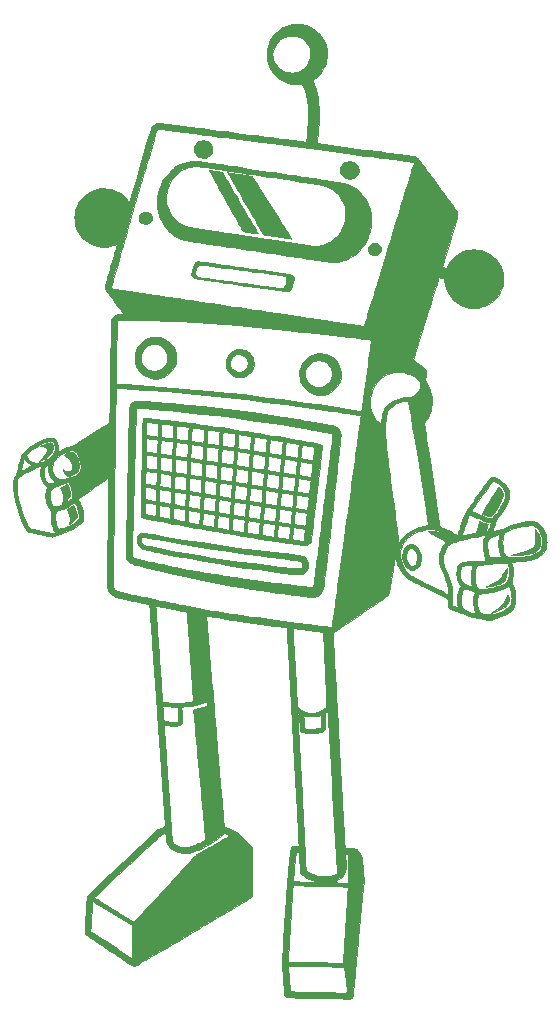
<source format=gbr>
%TF.GenerationSoftware,KiCad,Pcbnew,(5.1.6-0-10_14)*%
%TF.CreationDate,2021-04-03T15:30:38+02:00*%
%TF.ProjectId,Mech50-base,4d656368-3530-42d6-9261-73652e6b6963,rev?*%
%TF.SameCoordinates,Original*%
%TF.FileFunction,Legend,Bot*%
%TF.FilePolarity,Positive*%
%FSLAX46Y46*%
G04 Gerber Fmt 4.6, Leading zero omitted, Abs format (unit mm)*
G04 Created by KiCad (PCBNEW (5.1.6-0-10_14)) date 2021-04-03 15:30:38*
%MOMM*%
%LPD*%
G01*
G04 APERTURE LIST*
%ADD10C,0.010000*%
G04 APERTURE END LIST*
D10*
%TO.C,G\u002A\u002A\u002A*%
G36*
X246377721Y-70952946D02*
G01*
X246386244Y-70971528D01*
X246413358Y-71023672D01*
X246457975Y-71107383D01*
X246519004Y-71220668D01*
X246595356Y-71361532D01*
X246685941Y-71527981D01*
X246789668Y-71718021D01*
X246905449Y-71929657D01*
X247032193Y-72160894D01*
X247168811Y-72409740D01*
X247314213Y-72674199D01*
X247467310Y-72952278D01*
X247627011Y-73241981D01*
X247780626Y-73520309D01*
X248006265Y-73928506D01*
X248212678Y-74301100D01*
X248399952Y-74638243D01*
X248568173Y-74940089D01*
X248717428Y-75206791D01*
X248847804Y-75438505D01*
X248959387Y-75635382D01*
X249052265Y-75797577D01*
X249126525Y-75925243D01*
X249182252Y-76018533D01*
X249219534Y-76077603D01*
X249238457Y-76102605D01*
X249239442Y-76103293D01*
X249271219Y-76112783D01*
X249337554Y-76126866D01*
X249432753Y-76144533D01*
X249551122Y-76164777D01*
X249686967Y-76186588D01*
X249834593Y-76208959D01*
X249844560Y-76210423D01*
X249992828Y-76232287D01*
X250129814Y-76252731D01*
X250249807Y-76270884D01*
X250347094Y-76285874D01*
X250415962Y-76296829D01*
X250450700Y-76302877D01*
X250451651Y-76303082D01*
X250486441Y-76305050D01*
X250489383Y-76287392D01*
X250477069Y-76264340D01*
X250445857Y-76208811D01*
X250397122Y-76123180D01*
X250332242Y-76009823D01*
X250252596Y-75871117D01*
X250159559Y-75709437D01*
X250054509Y-75527160D01*
X249938824Y-75326662D01*
X249813881Y-75110318D01*
X249681057Y-74880506D01*
X249541729Y-74639601D01*
X249397276Y-74389979D01*
X249249073Y-74134016D01*
X249098498Y-73874089D01*
X248946930Y-73612573D01*
X248795744Y-73351845D01*
X248646318Y-73094281D01*
X248500031Y-72842257D01*
X248358258Y-72598149D01*
X248222377Y-72364333D01*
X248093766Y-72143185D01*
X247973801Y-71937081D01*
X247863861Y-71748399D01*
X247765322Y-71579512D01*
X247679561Y-71432799D01*
X247607957Y-71310634D01*
X247551886Y-71215394D01*
X247512726Y-71149456D01*
X247491854Y-71115194D01*
X247488736Y-71110699D01*
X247463611Y-71104348D01*
X247405244Y-71093757D01*
X247319969Y-71079826D01*
X247214114Y-71063453D01*
X247094012Y-71045536D01*
X246965994Y-71026976D01*
X246836390Y-71008671D01*
X246711532Y-70991520D01*
X246597751Y-70976422D01*
X246501377Y-70964275D01*
X246428743Y-70955980D01*
X246386179Y-70952434D01*
X246377721Y-70952946D01*
G37*
X246377721Y-70952946D02*
X246386244Y-70971528D01*
X246413358Y-71023672D01*
X246457975Y-71107383D01*
X246519004Y-71220668D01*
X246595356Y-71361532D01*
X246685941Y-71527981D01*
X246789668Y-71718021D01*
X246905449Y-71929657D01*
X247032193Y-72160894D01*
X247168811Y-72409740D01*
X247314213Y-72674199D01*
X247467310Y-72952278D01*
X247627011Y-73241981D01*
X247780626Y-73520309D01*
X248006265Y-73928506D01*
X248212678Y-74301100D01*
X248399952Y-74638243D01*
X248568173Y-74940089D01*
X248717428Y-75206791D01*
X248847804Y-75438505D01*
X248959387Y-75635382D01*
X249052265Y-75797577D01*
X249126525Y-75925243D01*
X249182252Y-76018533D01*
X249219534Y-76077603D01*
X249238457Y-76102605D01*
X249239442Y-76103293D01*
X249271219Y-76112783D01*
X249337554Y-76126866D01*
X249432753Y-76144533D01*
X249551122Y-76164777D01*
X249686967Y-76186588D01*
X249834593Y-76208959D01*
X249844560Y-76210423D01*
X249992828Y-76232287D01*
X250129814Y-76252731D01*
X250249807Y-76270884D01*
X250347094Y-76285874D01*
X250415962Y-76296829D01*
X250450700Y-76302877D01*
X250451651Y-76303082D01*
X250486441Y-76305050D01*
X250489383Y-76287392D01*
X250477069Y-76264340D01*
X250445857Y-76208811D01*
X250397122Y-76123180D01*
X250332242Y-76009823D01*
X250252596Y-75871117D01*
X250159559Y-75709437D01*
X250054509Y-75527160D01*
X249938824Y-75326662D01*
X249813881Y-75110318D01*
X249681057Y-74880506D01*
X249541729Y-74639601D01*
X249397276Y-74389979D01*
X249249073Y-74134016D01*
X249098498Y-73874089D01*
X248946930Y-73612573D01*
X248795744Y-73351845D01*
X248646318Y-73094281D01*
X248500031Y-72842257D01*
X248358258Y-72598149D01*
X248222377Y-72364333D01*
X248093766Y-72143185D01*
X247973801Y-71937081D01*
X247863861Y-71748399D01*
X247765322Y-71579512D01*
X247679561Y-71432799D01*
X247607957Y-71310634D01*
X247551886Y-71215394D01*
X247512726Y-71149456D01*
X247491854Y-71115194D01*
X247488736Y-71110699D01*
X247463611Y-71104348D01*
X247405244Y-71093757D01*
X247319969Y-71079826D01*
X247214114Y-71063453D01*
X247094012Y-71045536D01*
X246965994Y-71026976D01*
X246836390Y-71008671D01*
X246711532Y-70991520D01*
X246597751Y-70976422D01*
X246501377Y-70964275D01*
X246428743Y-70955980D01*
X246386179Y-70952434D01*
X246377721Y-70952946D01*
G36*
X247943941Y-71140288D02*
G01*
X247951970Y-71165343D01*
X247957649Y-71176337D01*
X247971614Y-71201076D01*
X248004320Y-71258173D01*
X248054397Y-71345261D01*
X248120477Y-71459975D01*
X248201191Y-71599948D01*
X248295170Y-71762814D01*
X248401047Y-71946207D01*
X248517452Y-72147761D01*
X248643018Y-72365110D01*
X248776374Y-72595888D01*
X248916154Y-72837729D01*
X249060989Y-73088267D01*
X249209509Y-73345136D01*
X249360346Y-73605970D01*
X249512133Y-73868402D01*
X249663499Y-74130067D01*
X249813078Y-74388599D01*
X249959499Y-74641632D01*
X250101396Y-74886799D01*
X250237398Y-75121734D01*
X250366138Y-75344073D01*
X250486247Y-75551447D01*
X250596357Y-75741492D01*
X250695098Y-75911842D01*
X250781104Y-76060130D01*
X250853003Y-76183990D01*
X250909430Y-76281056D01*
X250949014Y-76348963D01*
X250970387Y-76385344D01*
X250973883Y-76391056D01*
X250994586Y-76395210D01*
X251051181Y-76404562D01*
X251139343Y-76418471D01*
X251254746Y-76436296D01*
X251393066Y-76457395D01*
X251549976Y-76481127D01*
X251721150Y-76506849D01*
X251902264Y-76533922D01*
X252088992Y-76561702D01*
X252277007Y-76589550D01*
X252461986Y-76616822D01*
X252639601Y-76642879D01*
X252805527Y-76667077D01*
X252955439Y-76688776D01*
X253085012Y-76707335D01*
X253189919Y-76722111D01*
X253265835Y-76732464D01*
X253308435Y-76737751D01*
X253315400Y-76738307D01*
X253331535Y-76726011D01*
X253327408Y-76713080D01*
X253308347Y-76681626D01*
X253269455Y-76618949D01*
X253212180Y-76527334D01*
X253137970Y-76409070D01*
X253048273Y-76266444D01*
X252944540Y-76101744D01*
X252828216Y-75917257D01*
X252700753Y-75715270D01*
X252563597Y-75498072D01*
X252418197Y-75267949D01*
X252266003Y-75027190D01*
X252108462Y-74778081D01*
X251947022Y-74522911D01*
X251783133Y-74263967D01*
X251618243Y-74003535D01*
X251453800Y-73743905D01*
X251291253Y-73487363D01*
X251132051Y-73236197D01*
X250977641Y-72992694D01*
X250829473Y-72759142D01*
X250688994Y-72537828D01*
X250557654Y-72331041D01*
X250436901Y-72141067D01*
X250328183Y-71970194D01*
X250232949Y-71820709D01*
X250152648Y-71694900D01*
X250088727Y-71595055D01*
X250042636Y-71523461D01*
X250015823Y-71482406D01*
X250009361Y-71473119D01*
X249990754Y-71463536D01*
X249950525Y-71451872D01*
X249886198Y-71437694D01*
X249795298Y-71420572D01*
X249675347Y-71400074D01*
X249523869Y-71375770D01*
X249338388Y-71347227D01*
X249116428Y-71314016D01*
X248980960Y-71294051D01*
X248784070Y-71265068D01*
X248599077Y-71237661D01*
X248429940Y-71212427D01*
X248280619Y-71189967D01*
X248155072Y-71170879D01*
X248057260Y-71155762D01*
X247991140Y-71145215D01*
X247960674Y-71139837D01*
X247959410Y-71139509D01*
X247943941Y-71140288D01*
G37*
X247943941Y-71140288D02*
X247951970Y-71165343D01*
X247957649Y-71176337D01*
X247971614Y-71201076D01*
X248004320Y-71258173D01*
X248054397Y-71345261D01*
X248120477Y-71459975D01*
X248201191Y-71599948D01*
X248295170Y-71762814D01*
X248401047Y-71946207D01*
X248517452Y-72147761D01*
X248643018Y-72365110D01*
X248776374Y-72595888D01*
X248916154Y-72837729D01*
X249060989Y-73088267D01*
X249209509Y-73345136D01*
X249360346Y-73605970D01*
X249512133Y-73868402D01*
X249663499Y-74130067D01*
X249813078Y-74388599D01*
X249959499Y-74641632D01*
X250101396Y-74886799D01*
X250237398Y-75121734D01*
X250366138Y-75344073D01*
X250486247Y-75551447D01*
X250596357Y-75741492D01*
X250695098Y-75911842D01*
X250781104Y-76060130D01*
X250853003Y-76183990D01*
X250909430Y-76281056D01*
X250949014Y-76348963D01*
X250970387Y-76385344D01*
X250973883Y-76391056D01*
X250994586Y-76395210D01*
X251051181Y-76404562D01*
X251139343Y-76418471D01*
X251254746Y-76436296D01*
X251393066Y-76457395D01*
X251549976Y-76481127D01*
X251721150Y-76506849D01*
X251902264Y-76533922D01*
X252088992Y-76561702D01*
X252277007Y-76589550D01*
X252461986Y-76616822D01*
X252639601Y-76642879D01*
X252805527Y-76667077D01*
X252955439Y-76688776D01*
X253085012Y-76707335D01*
X253189919Y-76722111D01*
X253265835Y-76732464D01*
X253308435Y-76737751D01*
X253315400Y-76738307D01*
X253331535Y-76726011D01*
X253327408Y-76713080D01*
X253308347Y-76681626D01*
X253269455Y-76618949D01*
X253212180Y-76527334D01*
X253137970Y-76409070D01*
X253048273Y-76266444D01*
X252944540Y-76101744D01*
X252828216Y-75917257D01*
X252700753Y-75715270D01*
X252563597Y-75498072D01*
X252418197Y-75267949D01*
X252266003Y-75027190D01*
X252108462Y-74778081D01*
X251947022Y-74522911D01*
X251783133Y-74263967D01*
X251618243Y-74003535D01*
X251453800Y-73743905D01*
X251291253Y-73487363D01*
X251132051Y-73236197D01*
X250977641Y-72992694D01*
X250829473Y-72759142D01*
X250688994Y-72537828D01*
X250557654Y-72331041D01*
X250436901Y-72141067D01*
X250328183Y-71970194D01*
X250232949Y-71820709D01*
X250152648Y-71694900D01*
X250088727Y-71595055D01*
X250042636Y-71523461D01*
X250015823Y-71482406D01*
X250009361Y-71473119D01*
X249990754Y-71463536D01*
X249950525Y-71451872D01*
X249886198Y-71437694D01*
X249795298Y-71420572D01*
X249675347Y-71400074D01*
X249523869Y-71375770D01*
X249338388Y-71347227D01*
X249116428Y-71314016D01*
X248980960Y-71294051D01*
X248784070Y-71265068D01*
X248599077Y-71237661D01*
X248429940Y-71212427D01*
X248280619Y-71189967D01*
X248155072Y-71170879D01*
X248057260Y-71155762D01*
X247991140Y-71145215D01*
X247960674Y-71139837D01*
X247959410Y-71139509D01*
X247943941Y-71140288D01*
G36*
X240856419Y-91924996D02*
G01*
X240843607Y-91927443D01*
X240831834Y-91929174D01*
X240821027Y-91931828D01*
X240811114Y-91937043D01*
X240802020Y-91946460D01*
X240793675Y-91961717D01*
X240786003Y-91984454D01*
X240778934Y-92016310D01*
X240772393Y-92058924D01*
X240766308Y-92113935D01*
X240760605Y-92182983D01*
X240755213Y-92267707D01*
X240750057Y-92369747D01*
X240745066Y-92490740D01*
X240740166Y-92632327D01*
X240735284Y-92796147D01*
X240730347Y-92983839D01*
X240725283Y-93197043D01*
X240720018Y-93437397D01*
X240714480Y-93706541D01*
X240708595Y-94006114D01*
X240702291Y-94337755D01*
X240695495Y-94703104D01*
X240688134Y-95103800D01*
X240680135Y-95541482D01*
X240671425Y-96017789D01*
X240669367Y-96130059D01*
X240662010Y-96534781D01*
X240654976Y-96929001D01*
X240648293Y-97310769D01*
X240641990Y-97678132D01*
X240636098Y-98029138D01*
X240630646Y-98361837D01*
X240625662Y-98674276D01*
X240621177Y-98964505D01*
X240617220Y-99230570D01*
X240613820Y-99470521D01*
X240611006Y-99682406D01*
X240608808Y-99864273D01*
X240607255Y-100014170D01*
X240606376Y-100130147D01*
X240606202Y-100210251D01*
X240606761Y-100252530D01*
X240607245Y-100258642D01*
X240634085Y-100308978D01*
X240665323Y-100338636D01*
X240693063Y-100347477D01*
X240758645Y-100363204D01*
X240859932Y-100385406D01*
X240994785Y-100413675D01*
X241161068Y-100447601D01*
X241356641Y-100486776D01*
X241579367Y-100530789D01*
X241827108Y-100579232D01*
X242097727Y-100631696D01*
X242389086Y-100687771D01*
X242699046Y-100747049D01*
X243025471Y-100809119D01*
X243366222Y-100873573D01*
X243719161Y-100940001D01*
X244082151Y-101007995D01*
X244453054Y-101077145D01*
X244829731Y-101147042D01*
X245210046Y-101217276D01*
X245591860Y-101287439D01*
X245973036Y-101357121D01*
X246237760Y-101405289D01*
X246971375Y-101536918D01*
X247715599Y-101667373D01*
X248463868Y-101795574D01*
X249209615Y-101920445D01*
X249946276Y-102040906D01*
X250667287Y-102155880D01*
X251366080Y-102264287D01*
X252036093Y-102365051D01*
X252445520Y-102424851D01*
X252670381Y-102457057D01*
X252898993Y-102489383D01*
X253127528Y-102521317D01*
X253352157Y-102552348D01*
X253569052Y-102581965D01*
X253774383Y-102609657D01*
X253964323Y-102634913D01*
X254135042Y-102657222D01*
X254282711Y-102676073D01*
X254403503Y-102690955D01*
X254493588Y-102701356D01*
X254549137Y-102706766D01*
X254562547Y-102707440D01*
X254627340Y-102689634D01*
X254666451Y-102659736D01*
X254708315Y-102626677D01*
X254773170Y-102587712D01*
X254839214Y-102554906D01*
X254907126Y-102520551D01*
X254960666Y-102486058D01*
X254987606Y-102459702D01*
X254991689Y-102436539D01*
X255000150Y-102375344D01*
X255012715Y-102278457D01*
X255029110Y-102148217D01*
X255049060Y-101986966D01*
X255072290Y-101797043D01*
X255098527Y-101580788D01*
X255127496Y-101340542D01*
X255129540Y-101323501D01*
X254505608Y-101323501D01*
X254505159Y-101346324D01*
X254500353Y-101403744D01*
X254491777Y-101490016D01*
X254480020Y-101599400D01*
X254465670Y-101726153D01*
X254455442Y-101813360D01*
X254439379Y-101949137D01*
X254424977Y-102072059D01*
X254412920Y-102176174D01*
X254403896Y-102255527D01*
X254398589Y-102304166D01*
X254397468Y-102316280D01*
X254395448Y-102326953D01*
X254387547Y-102334373D01*
X254369233Y-102338230D01*
X254335976Y-102338214D01*
X254283244Y-102334016D01*
X254206507Y-102325324D01*
X254101232Y-102311830D01*
X253962890Y-102293222D01*
X253864733Y-102279831D01*
X253734203Y-102261783D01*
X253617938Y-102245320D01*
X253521718Y-102231293D01*
X253451325Y-102220551D01*
X253412541Y-102213946D01*
X253406809Y-102212462D01*
X253407083Y-102191464D01*
X253411258Y-102136699D01*
X253418639Y-102054776D01*
X253428530Y-101952307D01*
X253440234Y-101835903D01*
X253453056Y-101712174D01*
X253466298Y-101587731D01*
X253479266Y-101469186D01*
X253491263Y-101363148D01*
X253501593Y-101276230D01*
X253509559Y-101215042D01*
X253514466Y-101186195D01*
X253515015Y-101184892D01*
X253536791Y-101184753D01*
X253592012Y-101189874D01*
X253673961Y-101199316D01*
X253775918Y-101212137D01*
X253891165Y-101227399D01*
X254012983Y-101244161D01*
X254134654Y-101261483D01*
X254249458Y-101278425D01*
X254350678Y-101294047D01*
X254431595Y-101307408D01*
X254485490Y-101317569D01*
X254505608Y-101323501D01*
X255129540Y-101323501D01*
X255148174Y-101168208D01*
X253248773Y-101168208D01*
X253245470Y-101224996D01*
X253238631Y-101310728D01*
X253228737Y-101419682D01*
X253216268Y-101546134D01*
X253207332Y-101631953D01*
X253193005Y-101768336D01*
X253180251Y-101892517D01*
X253169678Y-101998355D01*
X253161893Y-102079711D01*
X253157503Y-102130444D01*
X253156752Y-102143560D01*
X253148440Y-102173734D01*
X253139187Y-102179120D01*
X253114983Y-102176329D01*
X253056253Y-102168486D01*
X252968690Y-102156384D01*
X252857985Y-102140814D01*
X252729831Y-102122570D01*
X252627699Y-102107898D01*
X252490953Y-102087913D01*
X252368079Y-102069440D01*
X252264634Y-102053359D01*
X252186172Y-102040545D01*
X252138250Y-102031877D01*
X252125699Y-102028632D01*
X252125325Y-102007125D01*
X252128587Y-101951816D01*
X252134857Y-101869318D01*
X252143508Y-101766243D01*
X252153913Y-101649205D01*
X252165446Y-101524818D01*
X252177478Y-101399694D01*
X252189384Y-101280446D01*
X252200535Y-101173689D01*
X252210305Y-101086034D01*
X252218067Y-101024096D01*
X252223193Y-100994487D01*
X252223906Y-100992967D01*
X252245523Y-100993721D01*
X252300676Y-100999933D01*
X252382776Y-101010617D01*
X252485234Y-101024789D01*
X252601458Y-101041464D01*
X252724861Y-101059655D01*
X252848852Y-101078378D01*
X252966841Y-101096647D01*
X253072240Y-101113478D01*
X253158457Y-101127885D01*
X253218905Y-101138883D01*
X253246993Y-101145487D01*
X253248062Y-101146087D01*
X253248773Y-101168208D01*
X255148174Y-101168208D01*
X255158922Y-101078645D01*
X255192531Y-100797437D01*
X255228048Y-100499258D01*
X255265199Y-100186449D01*
X255282726Y-100038486D01*
X254650708Y-100038486D01*
X254645803Y-100123272D01*
X254635245Y-100243412D01*
X254618902Y-100400968D01*
X254611825Y-100465027D01*
X254592747Y-100636407D01*
X254577503Y-100771613D01*
X254565016Y-100874814D01*
X254554211Y-100950178D01*
X254544011Y-101001873D01*
X254533342Y-101034067D01*
X254521126Y-101050930D01*
X254506289Y-101056630D01*
X254487753Y-101055335D01*
X254464444Y-101051213D01*
X254460670Y-101050638D01*
X254417940Y-101044493D01*
X254342433Y-101033705D01*
X254241608Y-101019336D01*
X254122925Y-101002451D01*
X253993843Y-100984110D01*
X253972802Y-100981123D01*
X253911865Y-100972262D01*
X251955708Y-100972262D01*
X251952627Y-101027279D01*
X251946741Y-101109439D01*
X251938639Y-101212091D01*
X251928910Y-101328583D01*
X251918144Y-101452265D01*
X251906930Y-101576486D01*
X251895856Y-101694595D01*
X251885513Y-101799941D01*
X251876489Y-101885873D01*
X251869374Y-101945740D01*
X251864904Y-101972458D01*
X251839229Y-101990775D01*
X251800377Y-101988545D01*
X251764129Y-101982399D01*
X251694470Y-101971411D01*
X251598202Y-101956622D01*
X251482126Y-101939075D01*
X251353045Y-101919811D01*
X251307600Y-101913084D01*
X251178751Y-101893553D01*
X251063548Y-101875139D01*
X250968044Y-101858888D01*
X250898291Y-101845846D01*
X250860343Y-101837057D01*
X250855454Y-101834994D01*
X250853707Y-101812741D01*
X250855168Y-101756671D01*
X250859329Y-101673437D01*
X250865679Y-101569692D01*
X250873710Y-101452090D01*
X250882913Y-101327283D01*
X250892779Y-101201924D01*
X250902797Y-101082667D01*
X250912460Y-100976163D01*
X250921258Y-100889067D01*
X250928682Y-100828031D01*
X250934222Y-100799707D01*
X250934761Y-100798793D01*
X250955727Y-100799543D01*
X251010248Y-100805723D01*
X251091748Y-100816353D01*
X251193651Y-100830452D01*
X251309380Y-100847039D01*
X251432359Y-100865134D01*
X251556013Y-100883754D01*
X251673765Y-100901920D01*
X251779039Y-100918650D01*
X251865258Y-100932964D01*
X251925847Y-100943880D01*
X251954230Y-100950418D01*
X251955395Y-100951038D01*
X251955708Y-100972262D01*
X253911865Y-100972262D01*
X253847887Y-100962959D01*
X253737073Y-100946023D01*
X253646515Y-100931324D01*
X253582373Y-100919871D01*
X253550803Y-100912671D01*
X253548726Y-100911658D01*
X253548248Y-100889956D01*
X253551549Y-100834312D01*
X253557996Y-100751181D01*
X253566956Y-100647021D01*
X253577797Y-100528287D01*
X253589887Y-100401438D01*
X253602591Y-100272930D01*
X253615279Y-100149219D01*
X253627317Y-100036762D01*
X253638072Y-99942017D01*
X253646913Y-99871439D01*
X253653206Y-99831486D01*
X253655189Y-99825022D01*
X253676739Y-99825305D01*
X253731732Y-99830896D01*
X253813456Y-99840833D01*
X253915202Y-99854156D01*
X254030257Y-99869901D01*
X254151910Y-99887108D01*
X254273452Y-99904816D01*
X254388171Y-99922061D01*
X254489356Y-99937884D01*
X254570296Y-99951322D01*
X254624280Y-99961413D01*
X254644095Y-99966721D01*
X254650094Y-99986990D01*
X254650708Y-100038486D01*
X255282726Y-100038486D01*
X255303710Y-99861350D01*
X255310373Y-99804962D01*
X253389441Y-99804962D01*
X253385996Y-99860259D01*
X253379480Y-99942872D01*
X253370527Y-100046257D01*
X253359769Y-100163868D01*
X253347839Y-100289159D01*
X253335370Y-100415584D01*
X253322994Y-100536598D01*
X253311345Y-100645656D01*
X253301055Y-100736212D01*
X253292758Y-100801720D01*
X253287723Y-100832920D01*
X253269316Y-100868628D01*
X253249485Y-100878640D01*
X253222118Y-100875724D01*
X253160488Y-100867538D01*
X253070509Y-100854919D01*
X252958096Y-100838707D01*
X252829165Y-100819738D01*
X252736940Y-100805974D01*
X252601783Y-100785475D01*
X252480638Y-100766691D01*
X252379086Y-100750522D01*
X252354812Y-100746500D01*
X250672634Y-100746500D01*
X250672418Y-100766831D01*
X250669043Y-100821986D01*
X250662933Y-100906308D01*
X250654508Y-101014141D01*
X250644190Y-101139826D01*
X250637074Y-101223685D01*
X250625476Y-101360752D01*
X250615165Y-101486418D01*
X250606640Y-101594299D01*
X250600398Y-101678016D01*
X250596938Y-101731185D01*
X250596400Y-101745198D01*
X250584766Y-101784375D01*
X250564244Y-101793040D01*
X250535607Y-101789928D01*
X250472995Y-101781207D01*
X250382543Y-101767796D01*
X250270388Y-101750612D01*
X250142667Y-101730577D01*
X250071484Y-101719232D01*
X249938949Y-101697409D01*
X249819705Y-101676659D01*
X249719674Y-101658105D01*
X249644777Y-101642867D01*
X249600937Y-101632068D01*
X249592265Y-101628481D01*
X249587926Y-101603219D01*
X249587250Y-101541252D01*
X249590103Y-101446337D01*
X249596353Y-101322230D01*
X249605867Y-101172688D01*
X249610830Y-101102848D01*
X249622756Y-100943895D01*
X249632841Y-100821088D01*
X249641690Y-100730006D01*
X249649905Y-100666229D01*
X249658089Y-100625336D01*
X249666846Y-100602907D01*
X249676778Y-100594522D01*
X249680245Y-100594082D01*
X249706967Y-100597011D01*
X249766206Y-100605150D01*
X249851258Y-100617471D01*
X249955422Y-100632944D01*
X250071997Y-100650540D01*
X250194280Y-100669229D01*
X250315569Y-100687982D01*
X250429162Y-100705769D01*
X250528358Y-100721562D01*
X250606454Y-100734331D01*
X250656749Y-100743047D01*
X250672634Y-100746500D01*
X252354812Y-100746500D01*
X252302707Y-100737867D01*
X252257080Y-100729623D01*
X252246437Y-100726970D01*
X252246683Y-100706112D01*
X252250431Y-100651211D01*
X252257080Y-100568658D01*
X252266029Y-100464841D01*
X252276674Y-100346151D01*
X252288413Y-100218977D01*
X252300646Y-100089708D01*
X252312769Y-99964735D01*
X252324181Y-99850447D01*
X252334279Y-99753233D01*
X252342462Y-99679484D01*
X252348127Y-99635589D01*
X252350168Y-99626099D01*
X252371110Y-99627193D01*
X252425662Y-99633748D01*
X252507311Y-99644776D01*
X252609542Y-99659291D01*
X252725840Y-99676305D01*
X252849691Y-99694831D01*
X252974580Y-99713882D01*
X253093993Y-99732472D01*
X253201416Y-99749613D01*
X253290333Y-99764317D01*
X253354230Y-99775599D01*
X253386593Y-99782471D01*
X253389182Y-99783528D01*
X253389441Y-99804962D01*
X255310373Y-99804962D01*
X255343305Y-99526301D01*
X255383711Y-99183642D01*
X255424653Y-98835713D01*
X255453212Y-98592523D01*
X254819301Y-98592523D01*
X254818771Y-98613562D01*
X254813961Y-98669626D01*
X254805420Y-98755389D01*
X254793699Y-98865522D01*
X254779349Y-98994699D01*
X254763313Y-99134233D01*
X254746662Y-99277469D01*
X254731691Y-99407389D01*
X254719015Y-99518544D01*
X254709253Y-99605489D01*
X254703021Y-99662777D01*
X254700932Y-99684840D01*
X254697004Y-99692674D01*
X254682224Y-99697053D01*
X254652299Y-99697563D01*
X254602934Y-99693789D01*
X254529838Y-99685316D01*
X254428716Y-99671730D01*
X254295276Y-99652617D01*
X254157932Y-99632411D01*
X254026983Y-99612519D01*
X253909725Y-99593760D01*
X253852852Y-99584090D01*
X252090872Y-99584090D01*
X252089619Y-99604391D01*
X252084847Y-99658768D01*
X252077190Y-99740867D01*
X252067279Y-99844335D01*
X252055744Y-99962821D01*
X252043218Y-100089970D01*
X252030332Y-100219430D01*
X252017716Y-100344850D01*
X252006004Y-100459875D01*
X251995826Y-100558153D01*
X251987813Y-100633332D01*
X251982597Y-100679059D01*
X251980933Y-100690172D01*
X251961477Y-100690349D01*
X251922280Y-100684708D01*
X251886404Y-100678742D01*
X251816972Y-100667608D01*
X251720592Y-100652350D01*
X251603870Y-100634013D01*
X251473412Y-100613640D01*
X251411022Y-100603936D01*
X251280476Y-100583672D01*
X251164352Y-100565673D01*
X251159963Y-100564994D01*
X249393955Y-100564994D01*
X249391401Y-100619247D01*
X249386501Y-100700444D01*
X249379749Y-100801809D01*
X249371641Y-100916561D01*
X249362673Y-101037922D01*
X249353340Y-101159114D01*
X249344137Y-101273357D01*
X249335561Y-101373873D01*
X249328105Y-101453883D01*
X249325055Y-101483160D01*
X249314892Y-101542727D01*
X249301363Y-101581449D01*
X249292287Y-101589840D01*
X249267109Y-101586509D01*
X249207689Y-101577155D01*
X249119823Y-101562738D01*
X249009304Y-101544216D01*
X248881928Y-101522547D01*
X248790848Y-101506885D01*
X248656784Y-101483613D01*
X248536978Y-101462580D01*
X248436934Y-101444773D01*
X248362153Y-101431176D01*
X248318139Y-101422775D01*
X248308587Y-101420525D01*
X248308944Y-101399291D01*
X248312005Y-101344238D01*
X248317284Y-101261955D01*
X248324298Y-101159030D01*
X248332560Y-101042052D01*
X248341585Y-100917610D01*
X248350889Y-100792292D01*
X248359986Y-100672688D01*
X248368391Y-100565386D01*
X248375619Y-100476975D01*
X248381185Y-100414043D01*
X248384603Y-100383179D01*
X248385118Y-100381171D01*
X248405676Y-100382905D01*
X248459719Y-100390347D01*
X248540661Y-100402431D01*
X248641917Y-100418089D01*
X248756899Y-100436257D01*
X248879023Y-100455868D01*
X249001701Y-100475854D01*
X249118349Y-100495151D01*
X249222379Y-100512691D01*
X249307206Y-100527409D01*
X249366243Y-100538237D01*
X249392905Y-100544110D01*
X249393666Y-100544466D01*
X249393955Y-100564994D01*
X251159963Y-100564994D01*
X251068330Y-100550819D01*
X250998091Y-100539987D01*
X250959316Y-100534056D01*
X250953464Y-100533200D01*
X250954191Y-100514014D01*
X250958042Y-100460664D01*
X250964472Y-100379458D01*
X250972932Y-100276705D01*
X250982874Y-100158714D01*
X250993751Y-100031793D01*
X251005014Y-99902252D01*
X251016116Y-99776399D01*
X251026510Y-99660543D01*
X251035646Y-99560994D01*
X251042979Y-99484060D01*
X251047959Y-99436049D01*
X251049885Y-99422702D01*
X251070165Y-99424466D01*
X251124087Y-99431689D01*
X251205167Y-99443364D01*
X251306924Y-99458487D01*
X251422877Y-99476054D01*
X251546543Y-99495058D01*
X251671441Y-99514496D01*
X251791088Y-99533361D01*
X251899003Y-99550651D01*
X251988703Y-99565359D01*
X252053708Y-99576480D01*
X252087534Y-99583010D01*
X252090872Y-99584090D01*
X253852852Y-99584090D01*
X253812075Y-99577157D01*
X253739948Y-99563734D01*
X253699260Y-99554516D01*
X253692604Y-99551857D01*
X253691612Y-99529632D01*
X253694410Y-99473415D01*
X253700385Y-99389612D01*
X253708925Y-99284632D01*
X253719416Y-99164882D01*
X253731246Y-99036770D01*
X253743801Y-98906704D01*
X253756469Y-98781092D01*
X253768635Y-98666341D01*
X253779688Y-98568859D01*
X253789014Y-98495054D01*
X253796001Y-98451334D01*
X253798760Y-98442262D01*
X253819659Y-98443177D01*
X253874130Y-98449421D01*
X253955594Y-98460027D01*
X254057473Y-98474024D01*
X254173189Y-98490446D01*
X254296165Y-98508324D01*
X254419822Y-98526688D01*
X254537583Y-98544571D01*
X254642870Y-98561005D01*
X254729105Y-98575019D01*
X254789709Y-98585647D01*
X254818105Y-98591919D01*
X254819301Y-98592523D01*
X255453212Y-98592523D01*
X255465856Y-98484855D01*
X255473460Y-98419974D01*
X253528036Y-98419974D01*
X253525571Y-98475860D01*
X253519947Y-98559201D01*
X253511757Y-98663521D01*
X253501595Y-98782342D01*
X253490055Y-98909190D01*
X253477730Y-99037587D01*
X253465213Y-99161059D01*
X253453099Y-99273128D01*
X253441982Y-99367318D01*
X253432454Y-99437153D01*
X253430203Y-99451160D01*
X253415852Y-99498233D01*
X253389035Y-99515113D01*
X253374240Y-99515768D01*
X253342030Y-99512297D01*
X253275906Y-99503331D01*
X253182083Y-99489780D01*
X253066779Y-99472551D01*
X252936211Y-99452554D01*
X252851920Y-99439416D01*
X252701626Y-99415750D01*
X252586754Y-99397133D01*
X252502579Y-99382315D01*
X252493666Y-99380436D01*
X250790819Y-99380436D01*
X250790159Y-99401079D01*
X250786276Y-99456884D01*
X250779596Y-99542537D01*
X250770545Y-99652724D01*
X250759551Y-99782132D01*
X250747203Y-99923600D01*
X250734507Y-100067525D01*
X250723026Y-100198152D01*
X250713238Y-100310014D01*
X250705621Y-100397644D01*
X250700650Y-100455577D01*
X250698808Y-100478240D01*
X250680822Y-100486166D01*
X250637972Y-100484050D01*
X250631960Y-100483088D01*
X250592754Y-100476597D01*
X250520322Y-100464819D01*
X250421572Y-100448869D01*
X250303410Y-100429861D01*
X250172745Y-100408911D01*
X250122597Y-100400887D01*
X249993786Y-100380317D01*
X249879337Y-100362093D01*
X249874939Y-100361395D01*
X248114647Y-100361395D01*
X248114164Y-100417908D01*
X248111460Y-100501598D01*
X248106892Y-100605785D01*
X248100816Y-100723790D01*
X248093590Y-100848935D01*
X248085572Y-100974541D01*
X248077117Y-101093929D01*
X248068584Y-101200419D01*
X248063477Y-101256358D01*
X248051461Y-101380076D01*
X247601811Y-101302624D01*
X247469035Y-101279614D01*
X247347654Y-101258314D01*
X247244119Y-101239880D01*
X247164884Y-101225464D01*
X247116402Y-101216219D01*
X247106440Y-101214078D01*
X247078341Y-101201727D01*
X247065068Y-101174845D01*
X247061720Y-101121655D01*
X247061810Y-101106852D01*
X247063779Y-101034095D01*
X247068024Y-100938481D01*
X247074066Y-100826897D01*
X247081420Y-100706233D01*
X247089606Y-100583379D01*
X247098142Y-100465223D01*
X247106545Y-100358653D01*
X247114333Y-100270560D01*
X247121024Y-100207832D01*
X247126137Y-100177359D01*
X247126961Y-100175706D01*
X247149433Y-100175576D01*
X247205160Y-100181656D01*
X247287420Y-100192833D01*
X247389494Y-100207996D01*
X247504659Y-100226032D01*
X247626197Y-100245832D01*
X247747385Y-100266282D01*
X247861503Y-100286271D01*
X247961831Y-100304687D01*
X248041647Y-100320419D01*
X248094231Y-100332354D01*
X248112550Y-100338736D01*
X248114647Y-100361395D01*
X249874939Y-100361395D01*
X249785032Y-100347129D01*
X249716653Y-100336344D01*
X249679983Y-100330654D01*
X249675358Y-100330000D01*
X249674857Y-100310814D01*
X249677461Y-100257474D01*
X249682659Y-100176304D01*
X249689942Y-100073627D01*
X249698799Y-99955769D01*
X249708720Y-99829052D01*
X249719194Y-99699803D01*
X249729711Y-99574344D01*
X249739762Y-99459000D01*
X249748834Y-99360095D01*
X249756420Y-99283954D01*
X249762007Y-99236900D01*
X249764560Y-99224521D01*
X249785936Y-99225242D01*
X249840853Y-99231508D01*
X249922740Y-99242324D01*
X250025028Y-99256690D01*
X250141149Y-99273609D01*
X250264531Y-99292082D01*
X250388606Y-99311112D01*
X250506805Y-99329700D01*
X250612557Y-99346848D01*
X250699294Y-99361559D01*
X250760446Y-99372833D01*
X250789444Y-99379674D01*
X250790819Y-99380436D01*
X252493666Y-99380436D01*
X252444375Y-99370045D01*
X252407417Y-99359075D01*
X252386976Y-99348155D01*
X252378329Y-99336034D01*
X252376749Y-99321463D01*
X252377080Y-99313847D01*
X252383353Y-99215783D01*
X252392528Y-99099594D01*
X252403942Y-98971346D01*
X252416931Y-98837104D01*
X252430833Y-98702932D01*
X252444985Y-98574895D01*
X252458723Y-98459059D01*
X252471384Y-98361488D01*
X252482306Y-98288247D01*
X252490826Y-98245402D01*
X252494831Y-98236720D01*
X252526132Y-98239557D01*
X252589388Y-98247765D01*
X252677995Y-98260312D01*
X252785351Y-98276165D01*
X252904854Y-98294294D01*
X253029902Y-98313665D01*
X253153891Y-98333247D01*
X253270219Y-98352008D01*
X253372285Y-98368915D01*
X253453485Y-98382938D01*
X253507216Y-98393042D01*
X253526747Y-98398018D01*
X253528036Y-98419974D01*
X255473460Y-98419974D01*
X255507047Y-98133408D01*
X255547950Y-97783712D01*
X255588291Y-97438107D01*
X255617048Y-97191204D01*
X254980846Y-97191204D01*
X254980274Y-97211471D01*
X254975512Y-97265801D01*
X254967278Y-97347916D01*
X254956288Y-97451537D01*
X254943260Y-97570385D01*
X254928911Y-97698182D01*
X254913958Y-97828649D01*
X254899119Y-97955506D01*
X254885110Y-98072475D01*
X254872650Y-98173278D01*
X254862455Y-98251634D01*
X254855243Y-98301266D01*
X254852429Y-98315348D01*
X254829941Y-98334649D01*
X254817709Y-98333282D01*
X254791080Y-98327708D01*
X254730255Y-98317330D01*
X254641268Y-98303101D01*
X254530155Y-98285976D01*
X254402947Y-98266909D01*
X254330291Y-98256229D01*
X254197099Y-98236331D01*
X254099481Y-98221049D01*
X252211967Y-98221049D01*
X252209570Y-98278719D01*
X252203850Y-98365942D01*
X252195199Y-98477278D01*
X252184009Y-98607287D01*
X252171479Y-98742141D01*
X252157792Y-98885333D01*
X252145490Y-99015452D01*
X252135087Y-99126947D01*
X252127097Y-99214267D01*
X252122033Y-99271860D01*
X252120400Y-99293889D01*
X252117137Y-99303580D01*
X252104514Y-99309624D01*
X252078281Y-99311619D01*
X252034190Y-99309165D01*
X251967990Y-99301860D01*
X251875432Y-99289304D01*
X251752266Y-99271095D01*
X251594243Y-99246831D01*
X251551440Y-99240184D01*
X251417514Y-99219287D01*
X251297799Y-99200473D01*
X251292697Y-99199664D01*
X249492733Y-99199664D01*
X249491253Y-99255838D01*
X249487345Y-99339619D01*
X249481433Y-99444557D01*
X249473942Y-99564203D01*
X249465293Y-99692106D01*
X249455911Y-99821815D01*
X249446219Y-99946881D01*
X249436640Y-100060854D01*
X249427599Y-100157283D01*
X249426047Y-100172409D01*
X249417755Y-100237915D01*
X249407443Y-100271581D01*
X249390576Y-100282131D01*
X249370138Y-100279963D01*
X249337988Y-100274142D01*
X249272083Y-100262903D01*
X249178790Y-100247307D01*
X249064473Y-100228414D01*
X248935498Y-100207286D01*
X248869200Y-100196490D01*
X248738097Y-100174975D01*
X248621086Y-100155369D01*
X248531955Y-100140051D01*
X246856355Y-100140051D01*
X246855358Y-100194995D01*
X246852485Y-100276810D01*
X246848093Y-100378651D01*
X246842541Y-100493675D01*
X246836187Y-100615039D01*
X246829389Y-100735899D01*
X246822504Y-100849411D01*
X246815891Y-100948733D01*
X246809909Y-101027020D01*
X246804991Y-101076831D01*
X246795593Y-101130673D01*
X246781202Y-101153374D01*
X246754962Y-101154392D01*
X246749585Y-101153260D01*
X246717117Y-101146808D01*
X246651116Y-101134345D01*
X246558044Y-101117068D01*
X246444364Y-101096174D01*
X246316538Y-101072860D01*
X246260765Y-101062739D01*
X246131884Y-101039166D01*
X246017215Y-101017771D01*
X245922529Y-100999667D01*
X245853599Y-100985965D01*
X245816195Y-100977777D01*
X245811150Y-100976151D01*
X245810420Y-100954716D01*
X245811912Y-100899403D01*
X245815258Y-100816888D01*
X245820086Y-100713850D01*
X245826025Y-100596968D01*
X245832707Y-100472919D01*
X245839760Y-100348381D01*
X245846814Y-100230032D01*
X245853499Y-100124550D01*
X245859444Y-100038614D01*
X245864279Y-99978902D01*
X245867634Y-99952091D01*
X245867982Y-99951325D01*
X245888882Y-99952717D01*
X245943127Y-99960160D01*
X246024060Y-99972523D01*
X246125026Y-99988678D01*
X246239367Y-100007494D01*
X246360429Y-100027843D01*
X246481554Y-100048595D01*
X246596087Y-100068620D01*
X246697372Y-100086790D01*
X246778752Y-100101975D01*
X246833571Y-100113045D01*
X246855117Y-100118821D01*
X246856355Y-100140051D01*
X248531955Y-100140051D01*
X248523907Y-100138668D01*
X248452298Y-100125867D01*
X248411996Y-100117959D01*
X248405277Y-100116079D01*
X248404777Y-100095019D01*
X248406760Y-100038699D01*
X248410951Y-99952407D01*
X248417071Y-99841427D01*
X248424843Y-99711048D01*
X248433992Y-99566556D01*
X248434446Y-99559583D01*
X248445557Y-99393482D01*
X248455020Y-99263717D01*
X248463358Y-99166041D01*
X248471094Y-99096205D01*
X248478750Y-99049965D01*
X248486849Y-99023072D01*
X248495914Y-99011280D01*
X248502129Y-99009688D01*
X248535220Y-99013158D01*
X248599611Y-99022342D01*
X248688599Y-99036103D01*
X248795477Y-99053302D01*
X248913540Y-99072801D01*
X249036081Y-99093463D01*
X249156397Y-99114151D01*
X249267780Y-99133725D01*
X249363525Y-99151048D01*
X249436927Y-99164983D01*
X249481279Y-99174391D01*
X249491363Y-99177548D01*
X249492733Y-99199664D01*
X251292697Y-99199664D01*
X251197862Y-99184628D01*
X251123271Y-99172637D01*
X251079592Y-99165388D01*
X251070402Y-99163630D01*
X251071174Y-99143633D01*
X251075113Y-99088341D01*
X251081803Y-99002940D01*
X251090826Y-98892616D01*
X251101766Y-98762556D01*
X251114204Y-98617946D01*
X251115533Y-98602668D01*
X251128265Y-98456316D01*
X251139794Y-98323495D01*
X251149665Y-98209499D01*
X251157418Y-98119624D01*
X251162597Y-98059166D01*
X251164743Y-98033419D01*
X251164771Y-98032984D01*
X251183910Y-98032908D01*
X251236695Y-98038696D01*
X251316722Y-98049336D01*
X251417584Y-98063815D01*
X251532875Y-98081119D01*
X251656188Y-98100235D01*
X251781118Y-98120151D01*
X251901257Y-98139853D01*
X252010201Y-98158329D01*
X252101541Y-98174564D01*
X252168873Y-98187547D01*
X252205790Y-98196264D01*
X252210649Y-98198371D01*
X252211967Y-98221049D01*
X254099481Y-98221049D01*
X254076938Y-98217520D01*
X253975802Y-98200804D01*
X253899690Y-98187193D01*
X253854598Y-98177695D01*
X253845272Y-98174640D01*
X253839254Y-98157325D01*
X253837607Y-98113634D01*
X253840496Y-98040839D01*
X253848089Y-97936214D01*
X253860550Y-97797032D01*
X253878044Y-97620565D01*
X253880223Y-97599346D01*
X253897987Y-97430061D01*
X253912817Y-97297223D01*
X253925350Y-97196797D01*
X253936224Y-97124748D01*
X253946077Y-97077040D01*
X253955547Y-97049638D01*
X253965272Y-97038507D01*
X253969001Y-97037705D01*
X253995329Y-97040516D01*
X254054359Y-97048504D01*
X254139444Y-97060660D01*
X254243938Y-97075976D01*
X254361192Y-97093443D01*
X254484560Y-97112054D01*
X254607395Y-97130799D01*
X254723048Y-97148671D01*
X254824874Y-97164661D01*
X254906223Y-97177760D01*
X254960450Y-97186961D01*
X254980846Y-97191204D01*
X255617048Y-97191204D01*
X255627796Y-97098933D01*
X255640613Y-96988632D01*
X253681809Y-96988632D01*
X253681577Y-97009319D01*
X253677623Y-97064047D01*
X253670580Y-97146453D01*
X253661085Y-97250171D01*
X253649772Y-97368837D01*
X253637277Y-97496088D01*
X253624235Y-97625559D01*
X253611282Y-97750885D01*
X253599051Y-97865702D01*
X253588180Y-97963647D01*
X253579302Y-98038354D01*
X253573054Y-98083459D01*
X253571904Y-98089720D01*
X253555045Y-98125146D01*
X253537333Y-98134818D01*
X253511015Y-98131618D01*
X253450353Y-98122957D01*
X253361144Y-98109703D01*
X253249189Y-98092726D01*
X253120287Y-98072894D01*
X253019921Y-98057285D01*
X252883119Y-98035472D01*
X252759828Y-98014963D01*
X252718287Y-98007704D01*
X250901277Y-98007704D01*
X250899281Y-98064149D01*
X250894528Y-98149169D01*
X250887366Y-98256802D01*
X250878143Y-98381090D01*
X250873816Y-98435866D01*
X250859060Y-98618810D01*
X250846977Y-98765298D01*
X250837013Y-98879382D01*
X250828615Y-98965118D01*
X250821227Y-99026561D01*
X250814297Y-99067765D01*
X250807270Y-99092784D01*
X250799592Y-99105673D01*
X250790708Y-99110486D01*
X250781518Y-99111260D01*
X250752907Y-99108318D01*
X250690153Y-99099809D01*
X250599239Y-99086614D01*
X250486147Y-99069612D01*
X250356860Y-99049683D01*
X250266200Y-99035455D01*
X249916998Y-98980270D01*
X248215475Y-98980270D01*
X248213474Y-99034783D01*
X248209350Y-99116804D01*
X248203525Y-99219821D01*
X248196422Y-99337323D01*
X248188464Y-99462797D01*
X248180073Y-99589732D01*
X248171673Y-99711615D01*
X248163685Y-99821936D01*
X248156533Y-99914181D01*
X248150638Y-99981841D01*
X248146425Y-100018402D01*
X248146107Y-100020120D01*
X248129234Y-100055829D01*
X248111234Y-100065840D01*
X248084291Y-100062596D01*
X248023577Y-100053531D01*
X247935382Y-100039640D01*
X247825998Y-100021919D01*
X247701716Y-100001365D01*
X247659501Y-99994298D01*
X247529746Y-99972432D01*
X247411011Y-99952275D01*
X247310077Y-99934991D01*
X247233726Y-99921742D01*
X247188742Y-99913692D01*
X247182602Y-99912511D01*
X247131763Y-99902265D01*
X247132258Y-99893583D01*
X245587520Y-99893583D01*
X245584543Y-100167671D01*
X245582097Y-100300435D01*
X245577773Y-100448284D01*
X245572224Y-100591406D01*
X245567265Y-100690555D01*
X245560978Y-100794378D01*
X245555229Y-100864008D01*
X245548463Y-100905838D01*
X245539128Y-100926261D01*
X245525669Y-100931670D01*
X245509282Y-100929111D01*
X245477100Y-100922537D01*
X245411366Y-100909844D01*
X245318502Y-100892245D01*
X245204931Y-100870954D01*
X245077072Y-100847185D01*
X245018887Y-100836429D01*
X244889900Y-100812485D01*
X244775286Y-100790944D01*
X244680748Y-100772899D01*
X244611991Y-100759444D01*
X244574715Y-100751673D01*
X244569672Y-100750273D01*
X244568962Y-100728390D01*
X244570335Y-100672752D01*
X244573442Y-100590066D01*
X244577937Y-100487035D01*
X244583472Y-100370365D01*
X244589698Y-100246761D01*
X244596269Y-100122928D01*
X244602837Y-100005571D01*
X244609054Y-99901396D01*
X244614573Y-99817107D01*
X244618698Y-99763877D01*
X244351381Y-99763877D01*
X244349870Y-99849850D01*
X244346551Y-99958375D01*
X244341549Y-100083441D01*
X244338968Y-100139646D01*
X244332711Y-100273280D01*
X244327175Y-100396064D01*
X244322650Y-100501178D01*
X244319426Y-100581799D01*
X244317795Y-100631106D01*
X244317654Y-100639880D01*
X244309577Y-100680670D01*
X244292120Y-100696278D01*
X244265625Y-100692822D01*
X244205152Y-100682847D01*
X244116653Y-100667402D01*
X244006081Y-100647535D01*
X243879385Y-100624296D01*
X243802104Y-100609918D01*
X243337488Y-100523040D01*
X243351947Y-100025200D01*
X243356468Y-99886986D01*
X243361505Y-99762529D01*
X243366752Y-99657503D01*
X243371898Y-99577580D01*
X243376621Y-99528588D01*
X243117101Y-99528588D01*
X243115636Y-99609259D01*
X243112741Y-99710619D01*
X243108698Y-99826041D01*
X243103791Y-99948896D01*
X243098303Y-100072555D01*
X243092517Y-100190391D01*
X243086717Y-100295775D01*
X243081185Y-100382079D01*
X243076205Y-100442675D01*
X243072060Y-100470933D01*
X243071187Y-100472169D01*
X243051182Y-100468472D01*
X242996807Y-100458129D01*
X242913596Y-100442201D01*
X242807081Y-100421748D01*
X242682797Y-100397831D01*
X242594063Y-100380729D01*
X242461082Y-100355113D01*
X242342208Y-100332271D01*
X242242978Y-100313263D01*
X242168933Y-100299149D01*
X242125611Y-100290988D01*
X242116543Y-100289377D01*
X242114885Y-100270274D01*
X242114437Y-100217722D01*
X242115041Y-100138888D01*
X242116539Y-100040939D01*
X242118775Y-99931043D01*
X242121590Y-99816369D01*
X242124826Y-99704082D01*
X242128327Y-99601351D01*
X242131934Y-99515343D01*
X242134669Y-99465255D01*
X242146483Y-99281230D01*
X242627482Y-99368322D01*
X242761817Y-99392618D01*
X242882201Y-99414338D01*
X242983084Y-99432484D01*
X243058915Y-99446060D01*
X243104143Y-99454068D01*
X243114607Y-99455827D01*
X243116853Y-99475234D01*
X243117101Y-99528588D01*
X243376621Y-99528588D01*
X243376636Y-99528436D01*
X243379683Y-99515232D01*
X243402205Y-99515476D01*
X243457876Y-99522164D01*
X243539927Y-99534119D01*
X243641588Y-99550165D01*
X243756090Y-99569124D01*
X243876664Y-99589821D01*
X243996539Y-99611079D01*
X244108946Y-99631721D01*
X244207116Y-99650570D01*
X244284279Y-99666449D01*
X244333666Y-99678183D01*
X244348480Y-99683625D01*
X244350960Y-99706465D01*
X244351381Y-99763877D01*
X244618698Y-99763877D01*
X244619045Y-99759410D01*
X244622125Y-99735009D01*
X244622320Y-99734677D01*
X244644335Y-99735471D01*
X244700705Y-99742645D01*
X244785796Y-99755336D01*
X244893973Y-99772678D01*
X245019604Y-99793807D01*
X245110000Y-99809522D01*
X245587520Y-99893583D01*
X247132258Y-99893583D01*
X247163023Y-99355084D01*
X247171611Y-99210360D01*
X247179993Y-99079459D01*
X247187777Y-98967706D01*
X247194573Y-98880426D01*
X247199990Y-98822946D01*
X247203638Y-98800592D01*
X247203702Y-98800530D01*
X247224719Y-98802054D01*
X247279230Y-98809174D01*
X247360634Y-98820851D01*
X247462330Y-98836044D01*
X247577717Y-98853716D01*
X247700194Y-98872826D01*
X247823162Y-98892334D01*
X247940018Y-98911202D01*
X248044162Y-98928390D01*
X248128993Y-98942857D01*
X248187910Y-98953566D01*
X248214313Y-98959476D01*
X248214931Y-98959776D01*
X248215475Y-98980270D01*
X249916998Y-98980270D01*
X249783600Y-98959189D01*
X249784270Y-98877514D01*
X249786023Y-98830392D01*
X249790443Y-98754094D01*
X249797014Y-98655153D01*
X249805223Y-98540099D01*
X249814553Y-98415464D01*
X249824492Y-98287779D01*
X249834523Y-98163575D01*
X249844132Y-98049383D01*
X249852805Y-97951735D01*
X249860027Y-97877162D01*
X249865283Y-97832194D01*
X249867458Y-97821872D01*
X249888696Y-97822967D01*
X249943473Y-97829791D01*
X250025253Y-97841305D01*
X250127502Y-97856473D01*
X250243686Y-97874258D01*
X250367270Y-97893623D01*
X250491718Y-97913529D01*
X250610498Y-97932940D01*
X250717073Y-97950819D01*
X250804910Y-97966129D01*
X250867473Y-97977831D01*
X250898229Y-97984890D01*
X250900165Y-97985791D01*
X250901277Y-98007704D01*
X252718287Y-98007704D01*
X252655684Y-97996765D01*
X252576320Y-97981884D01*
X252527369Y-97971326D01*
X252514058Y-97966911D01*
X252513184Y-97944957D01*
X252515762Y-97888867D01*
X252521240Y-97804946D01*
X252529070Y-97699502D01*
X252538700Y-97578839D01*
X252549580Y-97449263D01*
X252561161Y-97317082D01*
X252572890Y-97188601D01*
X252584219Y-97070125D01*
X252594597Y-96967962D01*
X252603473Y-96888417D01*
X252610296Y-96837795D01*
X252613953Y-96822314D01*
X252634463Y-96823891D01*
X252688680Y-96830999D01*
X252770199Y-96842641D01*
X252872616Y-96857819D01*
X252989526Y-96875535D01*
X253114523Y-96894793D01*
X253241204Y-96914593D01*
X253363162Y-96933940D01*
X253473994Y-96951835D01*
X253567294Y-96967281D01*
X253636657Y-96979280D01*
X253675679Y-96986835D01*
X253681809Y-96988632D01*
X255640613Y-96988632D01*
X255666190Y-96768531D01*
X255703199Y-96449241D01*
X255738547Y-96143403D01*
X255771962Y-95853358D01*
X255775790Y-95819996D01*
X255137154Y-95819996D01*
X255134559Y-95861897D01*
X255128026Y-95933920D01*
X255118286Y-96029810D01*
X255106073Y-96143314D01*
X255092119Y-96268179D01*
X255077157Y-96398149D01*
X255061919Y-96526971D01*
X255047137Y-96648392D01*
X255033545Y-96756158D01*
X255021875Y-96844014D01*
X255012859Y-96905707D01*
X255007230Y-96934984D01*
X255006366Y-96936520D01*
X254984194Y-96933418D01*
X254927398Y-96924708D01*
X254841475Y-96911256D01*
X254731921Y-96893926D01*
X254604235Y-96873584D01*
X254489307Y-96855174D01*
X254350968Y-96832712D01*
X254226418Y-96812011D01*
X254121120Y-96794019D01*
X254040535Y-96779682D01*
X254029956Y-96777639D01*
X252352661Y-96777639D01*
X252351678Y-96798044D01*
X252347305Y-96852656D01*
X252340129Y-96935240D01*
X252330742Y-97039558D01*
X252319732Y-97159373D01*
X252307688Y-97288448D01*
X252295200Y-97420547D01*
X252282856Y-97549433D01*
X252271247Y-97668869D01*
X252260960Y-97772617D01*
X252252586Y-97854442D01*
X252246714Y-97908106D01*
X252244059Y-97927160D01*
X252242377Y-97929547D01*
X252236246Y-97930633D01*
X252221135Y-97929775D01*
X252192518Y-97926328D01*
X252145866Y-97919646D01*
X252076650Y-97909084D01*
X251980342Y-97894000D01*
X251852415Y-97873746D01*
X251709975Y-97851118D01*
X251571109Y-97828829D01*
X251446074Y-97808340D01*
X251405886Y-97801590D01*
X249598379Y-97801590D01*
X249596930Y-97857607D01*
X249593124Y-97941047D01*
X249587395Y-98045366D01*
X249580178Y-98164022D01*
X249571908Y-98290469D01*
X249563018Y-98418163D01*
X249553943Y-98540561D01*
X249545118Y-98651119D01*
X249536976Y-98743292D01*
X249529954Y-98810536D01*
X249527203Y-98831400D01*
X249511817Y-98887051D01*
X249486229Y-98907100D01*
X249482094Y-98907317D01*
X249453142Y-98903968D01*
X249390174Y-98894723D01*
X249299231Y-98880534D01*
X249186356Y-98862356D01*
X249057590Y-98841141D01*
X248973523Y-98827066D01*
X248840000Y-98804365D01*
X248720572Y-98783654D01*
X248683552Y-98777078D01*
X246936830Y-98777078D01*
X246935746Y-98832813D01*
X246932690Y-98916083D01*
X246928001Y-99020378D01*
X246922022Y-99139187D01*
X246915093Y-99266002D01*
X246907554Y-99394313D01*
X246899747Y-99517610D01*
X246892013Y-99629383D01*
X246885299Y-99715913D01*
X246877448Y-99792931D01*
X246868334Y-99836668D01*
X246855549Y-99854468D01*
X246839837Y-99854646D01*
X246810799Y-99848690D01*
X246747933Y-99837128D01*
X246657498Y-99821065D01*
X246545747Y-99801606D01*
X246418937Y-99779857D01*
X246359680Y-99769795D01*
X246229236Y-99747130D01*
X246112106Y-99725665D01*
X246014298Y-99706592D01*
X245941824Y-99691104D01*
X245900691Y-99680391D01*
X245893950Y-99677397D01*
X245890955Y-99654581D01*
X245889879Y-99597706D01*
X245890484Y-99513295D01*
X245892529Y-99407870D01*
X245895778Y-99287955D01*
X245899989Y-99160073D01*
X245904924Y-99030747D01*
X245910345Y-98906501D01*
X245916012Y-98793857D01*
X245921685Y-98699338D01*
X245927126Y-98629468D01*
X245928327Y-98620115D01*
X245665546Y-98620115D01*
X245663654Y-98707626D01*
X245660010Y-98819673D01*
X245654834Y-98950914D01*
X245648344Y-99096005D01*
X245640758Y-99249602D01*
X245632294Y-99406361D01*
X245623171Y-99560939D01*
X245618436Y-99635654D01*
X245600918Y-99637005D01*
X245562120Y-99631077D01*
X245525796Y-99624301D01*
X245456289Y-99611821D01*
X245360466Y-99594851D01*
X245245190Y-99574605D01*
X245117328Y-99552296D01*
X245079520Y-99545727D01*
X244952448Y-99523160D01*
X244838997Y-99502048D01*
X244745264Y-99483605D01*
X244677344Y-99469042D01*
X244641336Y-99459575D01*
X244637445Y-99457733D01*
X244634751Y-99435180D01*
X244633910Y-99378599D01*
X244634683Y-99294549D01*
X244636833Y-99189588D01*
X244640122Y-99070273D01*
X244644312Y-98943163D01*
X244649166Y-98814817D01*
X244654445Y-98691793D01*
X244659912Y-98580649D01*
X244665330Y-98487943D01*
X244670460Y-98420234D01*
X244675065Y-98384079D01*
X244676517Y-98380084D01*
X244698196Y-98380392D01*
X244753199Y-98386692D01*
X244834835Y-98397898D01*
X244936407Y-98412926D01*
X245051224Y-98430690D01*
X245172591Y-98450105D01*
X245293814Y-98470084D01*
X245408199Y-98489544D01*
X245509053Y-98507397D01*
X245589683Y-98522559D01*
X245643393Y-98533944D01*
X245663204Y-98540082D01*
X245665469Y-98562486D01*
X245665546Y-98620115D01*
X245928327Y-98620115D01*
X245932097Y-98590770D01*
X245933969Y-98585400D01*
X245954844Y-98586674D01*
X246009112Y-98594025D01*
X246090167Y-98606330D01*
X246191403Y-98622470D01*
X246306216Y-98641324D01*
X246428000Y-98661769D01*
X246550149Y-98682686D01*
X246666059Y-98702954D01*
X246769125Y-98721451D01*
X246852740Y-98737056D01*
X246910300Y-98748648D01*
X246935199Y-98755107D01*
X246935600Y-98755386D01*
X246936830Y-98777078D01*
X248683552Y-98777078D01*
X248620833Y-98765937D01*
X248546376Y-98752217D01*
X248502793Y-98743496D01*
X248493672Y-98740989D01*
X248493439Y-98719714D01*
X248495874Y-98664263D01*
X248500536Y-98580983D01*
X248506982Y-98476218D01*
X248514773Y-98356314D01*
X248523466Y-98227617D01*
X248532620Y-98096472D01*
X248541794Y-97969224D01*
X248550546Y-97852219D01*
X248558436Y-97751803D01*
X248565021Y-97674320D01*
X248567913Y-97645516D01*
X248300068Y-97645516D01*
X248297436Y-97732284D01*
X248292315Y-97842850D01*
X248284915Y-97971640D01*
X248277455Y-98084640D01*
X248267617Y-98227275D01*
X248258717Y-98359108D01*
X248251164Y-98473868D01*
X248245365Y-98565286D01*
X248241727Y-98627094D01*
X248240666Y-98650134D01*
X248235181Y-98690343D01*
X248212879Y-98700511D01*
X248183400Y-98695990D01*
X248147220Y-98689340D01*
X248077700Y-98677336D01*
X247981616Y-98661120D01*
X247865747Y-98641831D01*
X247736869Y-98620610D01*
X247690640Y-98613051D01*
X247561566Y-98591798D01*
X247445718Y-98572365D01*
X247349218Y-98555808D01*
X247278188Y-98543184D01*
X247238749Y-98535548D01*
X247233230Y-98534142D01*
X247229341Y-98512983D01*
X247227986Y-98457648D01*
X247228851Y-98374503D01*
X247231622Y-98269911D01*
X247235984Y-98150239D01*
X247241624Y-98021849D01*
X247248227Y-97891108D01*
X247255478Y-97764379D01*
X247263065Y-97648027D01*
X247270673Y-97548417D01*
X247277987Y-97471914D01*
X247284693Y-97424881D01*
X247288564Y-97413143D01*
X247310852Y-97412973D01*
X247366564Y-97418506D01*
X247449044Y-97428735D01*
X247551633Y-97442651D01*
X247667673Y-97459249D01*
X247790507Y-97477522D01*
X247913478Y-97496462D01*
X248029927Y-97515063D01*
X248133196Y-97532318D01*
X248216629Y-97547219D01*
X248273567Y-97558759D01*
X248297024Y-97565673D01*
X248300001Y-97588121D01*
X248300068Y-97645516D01*
X248567913Y-97645516D01*
X248569862Y-97626117D01*
X248572128Y-97612939D01*
X248593470Y-97613829D01*
X248648295Y-97620624D01*
X248730044Y-97632256D01*
X248832164Y-97647660D01*
X248948096Y-97665770D01*
X249071286Y-97685521D01*
X249195177Y-97705847D01*
X249313213Y-97725681D01*
X249418838Y-97743959D01*
X249505495Y-97759615D01*
X249566628Y-97771582D01*
X249595682Y-97778795D01*
X249597036Y-97779542D01*
X249598379Y-97801590D01*
X251405886Y-97801590D01*
X251340297Y-97790574D01*
X251259205Y-97776455D01*
X251208226Y-97766908D01*
X251192623Y-97763076D01*
X251192020Y-97741370D01*
X251194905Y-97685519D01*
X251200716Y-97601814D01*
X251208888Y-97496548D01*
X251218857Y-97376011D01*
X251230062Y-97246496D01*
X251241937Y-97114295D01*
X251253919Y-96985699D01*
X251265445Y-96867001D01*
X251275951Y-96764493D01*
X251284874Y-96684465D01*
X251291650Y-96633211D01*
X251295275Y-96616991D01*
X251316879Y-96617487D01*
X251372109Y-96623580D01*
X251454487Y-96634288D01*
X251557536Y-96648626D01*
X251674779Y-96665610D01*
X251799737Y-96684256D01*
X251925933Y-96703580D01*
X252046891Y-96722597D01*
X252156131Y-96740323D01*
X252247178Y-96755775D01*
X252313552Y-96767968D01*
X252348778Y-96775919D01*
X252352661Y-96777639D01*
X254029956Y-96777639D01*
X253990122Y-96769947D01*
X253975116Y-96766049D01*
X253975156Y-96744766D01*
X253979100Y-96689323D01*
X253986303Y-96605944D01*
X253996119Y-96500851D01*
X254007903Y-96380269D01*
X254021010Y-96250421D01*
X254034795Y-96117532D01*
X254048612Y-95987824D01*
X254061815Y-95867523D01*
X254073761Y-95762852D01*
X254083802Y-95680034D01*
X254091295Y-95625294D01*
X254095505Y-95604922D01*
X254116790Y-95606061D01*
X254172752Y-95613244D01*
X254258010Y-95625665D01*
X254367183Y-95642515D01*
X254494888Y-95662988D01*
X254620559Y-95683731D01*
X254777663Y-95710090D01*
X254899225Y-95730982D01*
X254989795Y-95747608D01*
X255053920Y-95761167D01*
X255096150Y-95772859D01*
X255121032Y-95783883D01*
X255133116Y-95795439D01*
X255136949Y-95808728D01*
X255137154Y-95819996D01*
X255775790Y-95819996D01*
X255802666Y-95585816D01*
X253823479Y-95585816D01*
X253820608Y-95642174D01*
X253814511Y-95726383D01*
X253805797Y-95832171D01*
X253795072Y-95953266D01*
X253782943Y-96083395D01*
X253770019Y-96216285D01*
X253756905Y-96345665D01*
X253744210Y-96465261D01*
X253732541Y-96568800D01*
X253722505Y-96650012D01*
X253714710Y-96702622D01*
X253710576Y-96719766D01*
X253685768Y-96729075D01*
X253657424Y-96726244D01*
X253625577Y-96720244D01*
X253559772Y-96709044D01*
X253466209Y-96693658D01*
X253351094Y-96675098D01*
X253220627Y-96654377D01*
X253136400Y-96641147D01*
X253001783Y-96619645D01*
X252880776Y-96599465D01*
X252779097Y-96581630D01*
X252702463Y-96567164D01*
X252667816Y-96559554D01*
X251023120Y-96559554D01*
X251023120Y-96631550D01*
X251021354Y-96672529D01*
X251016407Y-96747016D01*
X251008815Y-96848048D01*
X250999107Y-96968663D01*
X250987817Y-97101899D01*
X250982691Y-97160413D01*
X250970923Y-97295787D01*
X250960483Y-97420449D01*
X250951902Y-97527701D01*
X250945709Y-97610844D01*
X250942432Y-97663180D01*
X250942051Y-97674774D01*
X250937466Y-97714996D01*
X250915640Y-97725312D01*
X250885960Y-97720905D01*
X250850294Y-97714562D01*
X250780968Y-97703015D01*
X250684475Y-97687317D01*
X250567310Y-97668518D01*
X250435969Y-97647672D01*
X250362720Y-97636136D01*
X250230010Y-97615045D01*
X250111315Y-97595708D01*
X250012324Y-97579093D01*
X249938729Y-97566163D01*
X249896221Y-97557887D01*
X249888015Y-97555566D01*
X249887986Y-97534812D01*
X249890746Y-97479779D01*
X249895835Y-97396701D01*
X249902793Y-97291808D01*
X249911161Y-97171332D01*
X249920479Y-97041505D01*
X249930287Y-96908559D01*
X249940126Y-96778726D01*
X249949536Y-96658238D01*
X249958056Y-96553326D01*
X249965229Y-96470222D01*
X249970593Y-96415158D01*
X249973675Y-96394380D01*
X249993845Y-96396489D01*
X250048817Y-96404334D01*
X250133286Y-96417102D01*
X250241945Y-96433977D01*
X250369488Y-96454148D01*
X250500194Y-96475117D01*
X251023120Y-96559554D01*
X252667816Y-96559554D01*
X252656593Y-96557089D01*
X252645993Y-96553389D01*
X252644886Y-96531075D01*
X252647389Y-96474585D01*
X252652937Y-96390169D01*
X252660965Y-96284074D01*
X252670909Y-96162552D01*
X252682206Y-96031850D01*
X252694290Y-95898218D01*
X252706598Y-95767905D01*
X252718565Y-95647160D01*
X252729627Y-95542232D01*
X252739219Y-95459372D01*
X252746779Y-95404827D01*
X252751494Y-95384985D01*
X252773379Y-95385673D01*
X252828840Y-95392477D01*
X252911456Y-95404328D01*
X253014803Y-95420154D01*
X253132459Y-95438884D01*
X253258001Y-95459448D01*
X253385006Y-95480773D01*
X253507053Y-95501790D01*
X253617717Y-95521427D01*
X253710578Y-95538614D01*
X253779211Y-95552278D01*
X253817195Y-95561350D01*
X253822518Y-95563583D01*
X253823479Y-95585816D01*
X255802666Y-95585816D01*
X255803168Y-95581444D01*
X255831891Y-95330004D01*
X255857856Y-95101376D01*
X255880788Y-94897902D01*
X255900415Y-94721921D01*
X255916460Y-94575773D01*
X255928649Y-94461799D01*
X255935206Y-94397150D01*
X255290958Y-94397150D01*
X255288358Y-94452603D01*
X255282322Y-94535736D01*
X255273491Y-94640209D01*
X255262504Y-94759678D01*
X255250002Y-94887801D01*
X255236625Y-95018237D01*
X255223013Y-95144643D01*
X255209806Y-95260676D01*
X255197644Y-95359996D01*
X255187168Y-95436258D01*
X255179018Y-95483122D01*
X255176888Y-95491237D01*
X255150739Y-95510489D01*
X255112208Y-95508485D01*
X255076664Y-95502233D01*
X255007486Y-95490534D01*
X254911154Y-95474465D01*
X254794146Y-95455106D01*
X254662940Y-95433534D01*
X254589280Y-95421477D01*
X254456900Y-95399773D01*
X254338740Y-95380269D01*
X254240427Y-95363903D01*
X254232039Y-95362488D01*
X252482626Y-95362488D01*
X252480088Y-95419430D01*
X252474359Y-95505296D01*
X252465845Y-95614326D01*
X252454953Y-95740762D01*
X252447366Y-95823447D01*
X252430050Y-96008276D01*
X252416025Y-96156644D01*
X252404644Y-96272542D01*
X252395259Y-96359957D01*
X252387223Y-96422880D01*
X252379888Y-96465298D01*
X252372607Y-96491201D01*
X252364732Y-96504577D01*
X252355617Y-96509416D01*
X252344613Y-96509706D01*
X252336043Y-96509343D01*
X252304497Y-96506012D01*
X252238987Y-96496927D01*
X252145632Y-96483013D01*
X252030556Y-96465195D01*
X251899879Y-96444400D01*
X251808664Y-96429593D01*
X251673450Y-96407196D01*
X251552086Y-96386565D01*
X251450166Y-96368692D01*
X251373282Y-96354573D01*
X251363223Y-96352535D01*
X249713142Y-96352535D01*
X249712453Y-96372916D01*
X249708946Y-96427547D01*
X249703110Y-96510177D01*
X249695430Y-96614550D01*
X249686393Y-96734413D01*
X249676488Y-96863512D01*
X249666199Y-96995594D01*
X249656015Y-97124403D01*
X249646421Y-97243687D01*
X249637906Y-97347192D01*
X249630956Y-97428663D01*
X249626058Y-97481846D01*
X249623771Y-97500440D01*
X249614615Y-97504305D01*
X249590317Y-97504577D01*
X249546780Y-97500731D01*
X249479910Y-97492244D01*
X249385611Y-97478590D01*
X249259787Y-97459246D01*
X249098344Y-97433687D01*
X249082560Y-97431165D01*
X248949262Y-97409413D01*
X248829426Y-97389012D01*
X248762404Y-97377022D01*
X247018994Y-97377022D01*
X247017862Y-97432172D01*
X247014799Y-97514892D01*
X247010142Y-97618689D01*
X247004233Y-97737071D01*
X246997411Y-97863544D01*
X246990016Y-97991617D01*
X246982386Y-98114795D01*
X246974863Y-98226587D01*
X246967785Y-98320498D01*
X246966706Y-98333560D01*
X246958291Y-98412324D01*
X246947921Y-98457926D01*
X246933278Y-98477842D01*
X246921173Y-98480571D01*
X246892281Y-98477220D01*
X246829456Y-98467995D01*
X246738825Y-98453860D01*
X246626515Y-98435781D01*
X246498653Y-98414724D01*
X246425537Y-98402494D01*
X246293375Y-98379887D01*
X246174978Y-98358903D01*
X246108219Y-98346561D01*
X244413320Y-98346561D01*
X244412453Y-98401716D01*
X244409894Y-98484336D01*
X244405950Y-98588023D01*
X244400930Y-98706375D01*
X244395142Y-98832993D01*
X244388893Y-98961476D01*
X244382491Y-99085426D01*
X244376245Y-99198440D01*
X244370462Y-99294121D01*
X244365450Y-99366067D01*
X244361518Y-99407879D01*
X244359717Y-99415868D01*
X244337259Y-99412541D01*
X244280411Y-99403050D01*
X244194792Y-99388364D01*
X244086022Y-99369453D01*
X243959720Y-99347286D01*
X243863562Y-99330293D01*
X243379123Y-99244450D01*
X243379407Y-99234561D01*
X241879120Y-99234561D01*
X241879120Y-99423450D01*
X241878166Y-99515492D01*
X241875554Y-99634109D01*
X241871660Y-99765282D01*
X241866860Y-99894998D01*
X241865788Y-99920369D01*
X241860063Y-100040083D01*
X241854366Y-100124842D01*
X241847855Y-100180322D01*
X241839686Y-100212197D01*
X241829017Y-100226144D01*
X241820068Y-100228284D01*
X241791062Y-100224497D01*
X241728647Y-100213987D01*
X241639283Y-100197921D01*
X241529427Y-100177468D01*
X241405538Y-100153795D01*
X241371120Y-100147120D01*
X241246696Y-100122951D01*
X241136610Y-100101643D01*
X241046800Y-100084340D01*
X240983204Y-100072183D01*
X240951761Y-100066318D01*
X240949480Y-100065955D01*
X240946580Y-100046689D01*
X240944614Y-99993542D01*
X240943508Y-99913263D01*
X240943189Y-99812599D01*
X240943584Y-99698297D01*
X240944620Y-99577106D01*
X240946223Y-99455771D01*
X240948321Y-99341042D01*
X240950839Y-99239665D01*
X240953705Y-99158388D01*
X240956845Y-99103958D01*
X240960158Y-99083139D01*
X240971874Y-99081871D01*
X240999879Y-99084110D01*
X241047297Y-99090366D01*
X241117252Y-99101151D01*
X241212866Y-99116976D01*
X241337263Y-99138352D01*
X241493566Y-99165790D01*
X241684900Y-99199802D01*
X241813080Y-99222729D01*
X241879120Y-99234561D01*
X243379407Y-99234561D01*
X243391713Y-98806785D01*
X243396030Y-98669856D01*
X243400824Y-98539828D01*
X243405749Y-98424647D01*
X243410458Y-98332264D01*
X243414607Y-98270627D01*
X243415492Y-98261181D01*
X243423178Y-98199051D01*
X243433534Y-98168384D01*
X243452652Y-98160147D01*
X243480940Y-98164156D01*
X243516595Y-98170683D01*
X243585595Y-98182757D01*
X243681203Y-98199221D01*
X243796681Y-98218917D01*
X243925291Y-98240686D01*
X243972080Y-98248568D01*
X244099795Y-98270170D01*
X244213079Y-98289554D01*
X244306129Y-98305709D01*
X244373140Y-98317623D01*
X244408308Y-98324284D01*
X244412187Y-98325272D01*
X244413320Y-98346561D01*
X246108219Y-98346561D01*
X246076116Y-98340626D01*
X246002560Y-98326138D01*
X245960080Y-98316522D01*
X245952000Y-98313652D01*
X245950015Y-98291334D01*
X245950123Y-98235001D01*
X245952040Y-98151208D01*
X245955484Y-98046512D01*
X245960170Y-97927466D01*
X245965816Y-97800627D01*
X245972139Y-97672550D01*
X245978855Y-97549791D01*
X245985681Y-97438905D01*
X245992334Y-97346447D01*
X245995292Y-97311542D01*
X246006428Y-97188685D01*
X246508174Y-97269172D01*
X246645861Y-97291451D01*
X246769744Y-97311863D01*
X246874337Y-97329475D01*
X246954151Y-97343352D01*
X247003698Y-97352560D01*
X247017854Y-97355936D01*
X247018994Y-97377022D01*
X248762404Y-97377022D01*
X248728875Y-97371024D01*
X248653436Y-97356508D01*
X248608930Y-97346526D01*
X248599565Y-97343214D01*
X248597302Y-97320827D01*
X248597769Y-97264243D01*
X248600576Y-97179789D01*
X248605331Y-97073789D01*
X248611645Y-96952566D01*
X248619127Y-96822447D01*
X248627386Y-96689754D01*
X248636032Y-96560814D01*
X248644674Y-96441949D01*
X248652922Y-96339486D01*
X248660385Y-96259747D01*
X248664109Y-96229723D01*
X248393531Y-96229723D01*
X248391472Y-96320684D01*
X248386803Y-96438163D01*
X248379675Y-96577492D01*
X248370372Y-96731915D01*
X248358576Y-96908246D01*
X248348176Y-97047328D01*
X248338803Y-97152510D01*
X248330084Y-97227146D01*
X248321650Y-97274585D01*
X248313130Y-97298181D01*
X248307282Y-97302320D01*
X248280154Y-97299161D01*
X248219192Y-97290326D01*
X248130655Y-97276780D01*
X248020802Y-97259485D01*
X247895892Y-97239406D01*
X247848610Y-97231708D01*
X247717075Y-97210192D01*
X247595804Y-97190296D01*
X247491725Y-97173162D01*
X247488335Y-97172601D01*
X245738464Y-97172601D01*
X245737740Y-97227769D01*
X245735331Y-97310630D01*
X245731536Y-97414890D01*
X245726649Y-97534251D01*
X245720968Y-97662416D01*
X245714789Y-97793090D01*
X245708407Y-97919975D01*
X245702120Y-98036777D01*
X245696224Y-98137197D01*
X245691016Y-98214940D01*
X245686790Y-98263709D01*
X245684198Y-98277680D01*
X245662714Y-98274459D01*
X245606699Y-98265407D01*
X245521695Y-98251438D01*
X245413248Y-98233466D01*
X245286901Y-98212405D01*
X245185408Y-98195415D01*
X245049370Y-98172334D01*
X244927153Y-98151089D01*
X244824306Y-98132685D01*
X244746377Y-98118128D01*
X244740092Y-98116843D01*
X243163063Y-98116843D01*
X243149963Y-98608741D01*
X243145191Y-98779269D01*
X243140747Y-98913411D01*
X243136255Y-99015413D01*
X243131335Y-99089525D01*
X243125610Y-99139992D01*
X243118700Y-99171062D01*
X243110228Y-99186984D01*
X243099814Y-99192004D01*
X243097993Y-99192080D01*
X243073083Y-99188623D01*
X243014076Y-99178930D01*
X242926861Y-99164013D01*
X242817328Y-99144889D01*
X242691367Y-99122570D01*
X242615780Y-99109042D01*
X242484250Y-99085267D01*
X242366881Y-99063760D01*
X242269317Y-99045579D01*
X242197204Y-99031784D01*
X242156187Y-99023432D01*
X242148871Y-99021500D01*
X242146282Y-98999000D01*
X242145547Y-98942906D01*
X242146426Y-98859685D01*
X242148676Y-98755805D01*
X242152054Y-98637732D01*
X242156320Y-98511934D01*
X242161231Y-98384877D01*
X242166545Y-98263029D01*
X242172020Y-98152857D01*
X242177414Y-98060828D01*
X242182485Y-97993409D01*
X242186991Y-97957066D01*
X242188871Y-97952560D01*
X242214273Y-97955778D01*
X242272659Y-97964653D01*
X242356951Y-97978013D01*
X242460071Y-97994686D01*
X242574942Y-98013501D01*
X242694484Y-98033285D01*
X242811621Y-98052866D01*
X242919273Y-98071075D01*
X243010363Y-98086737D01*
X243077814Y-98098683D01*
X243114546Y-98105740D01*
X243115452Y-98105944D01*
X243163063Y-98116843D01*
X244740092Y-98116843D01*
X244698914Y-98108425D01*
X244686677Y-98104969D01*
X244685298Y-98083239D01*
X244685818Y-98026615D01*
X244688070Y-97940786D01*
X244691883Y-97831446D01*
X244697091Y-97704286D01*
X244701219Y-97613194D01*
X244707667Y-97473216D01*
X244713404Y-97343451D01*
X244718155Y-97230524D01*
X244721647Y-97141061D01*
X244723606Y-97081690D01*
X244723931Y-97063560D01*
X244728906Y-97017179D01*
X244748947Y-96999325D01*
X244768079Y-96997520D01*
X244799422Y-97000571D01*
X244862365Y-97009005D01*
X244950109Y-97021742D01*
X245055860Y-97037704D01*
X245172821Y-97055810D01*
X245294195Y-97074983D01*
X245413188Y-97094141D01*
X245523001Y-97112207D01*
X245616840Y-97128101D01*
X245687907Y-97140743D01*
X245729407Y-97149054D01*
X245737209Y-97151423D01*
X245738464Y-97172601D01*
X247488335Y-97172601D01*
X247411764Y-97159930D01*
X247362849Y-97151742D01*
X247355095Y-97150411D01*
X247293869Y-97139724D01*
X247327039Y-96570051D01*
X247336025Y-96422033D01*
X247344893Y-96287523D01*
X247353241Y-96171786D01*
X247360665Y-96080086D01*
X247366098Y-96024454D01*
X247094429Y-96024454D01*
X247093600Y-96110262D01*
X247090889Y-96217536D01*
X247086558Y-96339912D01*
X247080865Y-96471028D01*
X247074069Y-96604521D01*
X247066430Y-96734030D01*
X247058207Y-96853190D01*
X247049660Y-96955640D01*
X247047017Y-96982699D01*
X247035056Y-97099958D01*
X246971688Y-97088870D01*
X246933131Y-97082353D01*
X246861410Y-97070444D01*
X246763473Y-97054289D01*
X246646266Y-97035032D01*
X246516738Y-97013820D01*
X246474051Y-97006844D01*
X246345944Y-96985658D01*
X246231620Y-96966257D01*
X246137082Y-96949701D01*
X246109056Y-96944543D01*
X244483766Y-96944543D01*
X244472417Y-97047231D01*
X244468277Y-97099720D01*
X244463528Y-97184530D01*
X244458548Y-97293354D01*
X244453716Y-97417888D01*
X244449409Y-97549823D01*
X244449219Y-97556320D01*
X244444460Y-97711390D01*
X244439952Y-97830532D01*
X244435069Y-97918447D01*
X244429189Y-97979835D01*
X244421687Y-98019400D01*
X244411939Y-98041841D01*
X244399323Y-98051861D01*
X244383214Y-98054162D01*
X244383173Y-98054162D01*
X244353519Y-98050930D01*
X244290086Y-98041880D01*
X244199161Y-98027982D01*
X244087036Y-98010207D01*
X243959998Y-97989526D01*
X243900960Y-97979749D01*
X243770783Y-97957640D01*
X243654180Y-97937001D01*
X243557100Y-97918953D01*
X243485487Y-97904615D01*
X243484320Y-97904339D01*
X241909600Y-97904339D01*
X241909117Y-98091009D01*
X241908659Y-98177812D01*
X241907718Y-98292939D01*
X241906412Y-98424077D01*
X241904859Y-98558917D01*
X241904037Y-98623120D01*
X241902224Y-98748855D01*
X241900096Y-98839627D01*
X241896823Y-98901108D01*
X241891576Y-98938970D01*
X241883527Y-98958886D01*
X241871847Y-98966529D01*
X241855708Y-98967571D01*
X241853720Y-98967529D01*
X241820467Y-98963698D01*
X241753997Y-98953598D01*
X241661058Y-98938343D01*
X241548398Y-98919047D01*
X241422765Y-98896825D01*
X241391440Y-98891182D01*
X240974880Y-98815866D01*
X240975151Y-98294196D01*
X240975593Y-98152796D01*
X240976700Y-98025245D01*
X240978364Y-97917039D01*
X240980482Y-97833671D01*
X240982948Y-97780637D01*
X240985311Y-97763432D01*
X241007330Y-97763978D01*
X241063641Y-97770491D01*
X241148466Y-97782157D01*
X241256026Y-97798160D01*
X241380544Y-97817684D01*
X241452400Y-97829339D01*
X241909600Y-97904339D01*
X243484320Y-97904339D01*
X243445288Y-97895110D01*
X243438962Y-97892652D01*
X243436144Y-97870260D01*
X243435049Y-97813774D01*
X243435466Y-97729694D01*
X243437184Y-97624520D01*
X243439992Y-97504751D01*
X243443681Y-97376889D01*
X243448039Y-97247433D01*
X243452856Y-97122883D01*
X243457921Y-97009739D01*
X243463024Y-96914501D01*
X243467954Y-96843669D01*
X243472500Y-96803743D01*
X243474447Y-96797500D01*
X243496277Y-96797924D01*
X243552712Y-96804077D01*
X243638236Y-96815214D01*
X243747333Y-96830589D01*
X243874487Y-96849459D01*
X243983822Y-96866305D01*
X244483766Y-96944543D01*
X246109056Y-96944543D01*
X246068335Y-96937049D01*
X246031383Y-96929360D01*
X246026895Y-96927941D01*
X246025111Y-96906951D01*
X246025239Y-96851676D01*
X246027012Y-96768413D01*
X246030161Y-96663459D01*
X246034418Y-96543110D01*
X246039515Y-96413665D01*
X246045184Y-96281418D01*
X246051155Y-96152667D01*
X246057161Y-96033710D01*
X246062934Y-95930841D01*
X246068206Y-95850360D01*
X246072707Y-95798561D01*
X246075727Y-95781788D01*
X246097446Y-95782004D01*
X246152600Y-95788110D01*
X246234578Y-95799058D01*
X246336771Y-95813798D01*
X246452572Y-95831282D01*
X246575369Y-95850460D01*
X246698554Y-95870283D01*
X246815518Y-95889703D01*
X246919652Y-95907671D01*
X247004347Y-95923136D01*
X247062993Y-95935051D01*
X247088981Y-95942366D01*
X247089410Y-95942683D01*
X247093119Y-95966473D01*
X247094429Y-96024454D01*
X247366098Y-96024454D01*
X247366760Y-96017686D01*
X247371125Y-95989851D01*
X247371583Y-95989003D01*
X247394155Y-95988623D01*
X247450148Y-95994101D01*
X247532928Y-96004413D01*
X247635865Y-96018537D01*
X247752326Y-96035448D01*
X247875677Y-96054124D01*
X247999287Y-96073541D01*
X248116524Y-96092676D01*
X248220754Y-96110505D01*
X248305346Y-96126004D01*
X248363668Y-96138151D01*
X248389085Y-96145921D01*
X248389220Y-96146031D01*
X248392830Y-96169949D01*
X248393531Y-96229723D01*
X248664109Y-96229723D01*
X248666673Y-96209059D01*
X248670545Y-96193722D01*
X248691700Y-96194633D01*
X248746460Y-96201070D01*
X248828316Y-96212044D01*
X248930759Y-96226561D01*
X249047279Y-96243631D01*
X249171369Y-96262262D01*
X249296517Y-96281463D01*
X249416217Y-96300242D01*
X249523958Y-96317607D01*
X249613231Y-96332568D01*
X249677529Y-96344132D01*
X249710340Y-96351309D01*
X249713142Y-96352535D01*
X251363223Y-96352535D01*
X251327027Y-96345202D01*
X251315870Y-96342002D01*
X251315476Y-96320694D01*
X251318185Y-96265155D01*
X251323509Y-96181636D01*
X251330956Y-96076386D01*
X251340038Y-95955656D01*
X251350264Y-95825696D01*
X251361143Y-95692755D01*
X251372187Y-95563085D01*
X251382905Y-95442935D01*
X251392808Y-95338555D01*
X251399963Y-95269233D01*
X251410056Y-95176639D01*
X251145390Y-95176639D01*
X251143815Y-95213551D01*
X251139201Y-95284819D01*
X251132004Y-95384307D01*
X251122680Y-95505883D01*
X251111688Y-95643412D01*
X251100811Y-95774992D01*
X251055883Y-96310144D01*
X251003942Y-96300016D01*
X250969721Y-96294041D01*
X250901640Y-96282727D01*
X250805981Y-96267095D01*
X250689022Y-96248168D01*
X250557043Y-96226969D01*
X250467735Y-96212704D01*
X249983470Y-96135520D01*
X249994477Y-96053440D01*
X249998943Y-96010322D01*
X250005565Y-95933402D01*
X250013817Y-95829429D01*
X250023172Y-95705150D01*
X250033107Y-95567316D01*
X250039635Y-95473520D01*
X250049619Y-95335184D01*
X250059573Y-95210360D01*
X250068964Y-95104758D01*
X250077260Y-95024088D01*
X250083589Y-94976604D01*
X249813747Y-94976604D01*
X249811683Y-95060813D01*
X249805444Y-95180125D01*
X249794959Y-95336511D01*
X249785184Y-95467404D01*
X249773999Y-95613865D01*
X249763927Y-95748072D01*
X249755377Y-95864378D01*
X249748759Y-95957132D01*
X249744484Y-96020688D01*
X249742961Y-96049394D01*
X249742960Y-96049426D01*
X249726350Y-96078157D01*
X249707400Y-96083664D01*
X249677907Y-96080769D01*
X249614348Y-96072349D01*
X249522791Y-96059282D01*
X249409303Y-96042446D01*
X249279952Y-96022720D01*
X249194320Y-96009403D01*
X249059379Y-95987756D01*
X248937753Y-95967276D01*
X248835233Y-95949017D01*
X248757607Y-95934034D01*
X248710664Y-95923380D01*
X248699392Y-95919314D01*
X248696102Y-95895862D01*
X248695662Y-95838216D01*
X248697691Y-95752693D01*
X248701811Y-95645613D01*
X248707643Y-95523291D01*
X248714808Y-95392046D01*
X248722926Y-95258195D01*
X248731619Y-95128057D01*
X248740508Y-95007948D01*
X248749214Y-94904187D01*
X248757357Y-94823091D01*
X248764559Y-94770978D01*
X248769268Y-94754528D01*
X248792171Y-94753254D01*
X248848572Y-94757703D01*
X248931885Y-94766914D01*
X249035519Y-94779927D01*
X249152889Y-94795780D01*
X249277404Y-94813514D01*
X249402478Y-94832168D01*
X249521522Y-94850782D01*
X249627948Y-94868394D01*
X249715168Y-94884045D01*
X249776594Y-94896774D01*
X249805638Y-94905621D01*
X249805639Y-94905622D01*
X249811709Y-94925530D01*
X249813747Y-94976604D01*
X250083589Y-94976604D01*
X250083929Y-94974060D01*
X250087490Y-94960139D01*
X250110442Y-94959079D01*
X250168023Y-94964105D01*
X250254791Y-94974517D01*
X250365307Y-94989617D01*
X250494129Y-95008703D01*
X250623117Y-95029018D01*
X251145040Y-95113439D01*
X251145390Y-95176639D01*
X251410056Y-95176639D01*
X251412264Y-95156387D01*
X251941821Y-95243215D01*
X252083529Y-95266760D01*
X252211694Y-95288648D01*
X252320952Y-95307914D01*
X252405939Y-95323596D01*
X252461292Y-95334727D01*
X252481564Y-95340229D01*
X252482626Y-95362488D01*
X254232039Y-95362488D01*
X254167583Y-95351616D01*
X254125833Y-95344345D01*
X254118044Y-95342779D01*
X254118644Y-95322653D01*
X254123263Y-95268380D01*
X254131216Y-95186180D01*
X254141823Y-95082274D01*
X254154398Y-94962882D01*
X254168261Y-94834224D01*
X254182727Y-94702519D01*
X254197113Y-94573990D01*
X254210738Y-94454855D01*
X254222917Y-94351335D01*
X254232969Y-94269651D01*
X254240209Y-94216022D01*
X254243871Y-94196715D01*
X254265174Y-94197789D01*
X254319981Y-94205057D01*
X254401821Y-94217409D01*
X254504218Y-94233738D01*
X254620699Y-94252935D01*
X254744791Y-94273893D01*
X254870020Y-94295502D01*
X254989913Y-94316655D01*
X255097995Y-94336244D01*
X255187794Y-94353160D01*
X255252835Y-94366295D01*
X255286645Y-94374540D01*
X255289482Y-94375721D01*
X255290958Y-94397150D01*
X255935206Y-94397150D01*
X255936709Y-94382339D01*
X255940364Y-94339733D01*
X255940560Y-94334624D01*
X255936032Y-94292341D01*
X255920558Y-94254253D01*
X255891303Y-94219404D01*
X255845432Y-94186838D01*
X255815862Y-94172696D01*
X253973347Y-94172696D01*
X253970470Y-94230541D01*
X253963872Y-94317842D01*
X253954001Y-94429141D01*
X253941308Y-94558978D01*
X253927407Y-94691200D01*
X253911919Y-94834870D01*
X253897934Y-94966414D01*
X253886051Y-95080061D01*
X253876867Y-95170036D01*
X253870980Y-95230569D01*
X253868997Y-95255080D01*
X253867487Y-95269110D01*
X253861056Y-95279281D01*
X253845411Y-95285240D01*
X253816260Y-95286637D01*
X253769312Y-95283120D01*
X253700275Y-95274335D01*
X253604856Y-95259933D01*
X253478764Y-95239561D01*
X253317707Y-95212868D01*
X253282602Y-95207019D01*
X253145103Y-95183939D01*
X253021508Y-95162871D01*
X252917269Y-95144772D01*
X252837837Y-95130597D01*
X252788665Y-95121302D01*
X252774768Y-95118013D01*
X252775387Y-95097731D01*
X252779308Y-95043195D01*
X252785969Y-94960608D01*
X252794810Y-94856172D01*
X252805270Y-94736091D01*
X252816786Y-94606566D01*
X252828797Y-94473801D01*
X252840743Y-94343997D01*
X252852062Y-94223357D01*
X252862193Y-94118085D01*
X252870574Y-94034381D01*
X252876645Y-93978449D01*
X252879844Y-93956492D01*
X252879881Y-93956433D01*
X252900349Y-93957978D01*
X252954475Y-93965838D01*
X253035965Y-93978897D01*
X253138521Y-93996043D01*
X253255848Y-94016159D01*
X253381649Y-94038132D01*
X253509628Y-94060846D01*
X253633489Y-94083188D01*
X253746935Y-94104043D01*
X253843671Y-94122296D01*
X253917401Y-94136832D01*
X253961827Y-94146538D01*
X253972051Y-94149768D01*
X253973347Y-94172696D01*
X255815862Y-94172696D01*
X255780112Y-94155599D01*
X255692508Y-94124730D01*
X255579785Y-94093276D01*
X255439108Y-94060281D01*
X255267643Y-94024788D01*
X255062557Y-93985841D01*
X254821013Y-93942485D01*
X254779775Y-93935267D01*
X252619973Y-93935267D01*
X252616465Y-93991834D01*
X252609843Y-94078503D01*
X252600525Y-94190101D01*
X252588932Y-94321456D01*
X252575481Y-94467394D01*
X252572956Y-94494161D01*
X252557056Y-94661195D01*
X252544155Y-94792151D01*
X252533495Y-94891415D01*
X252524319Y-94963372D01*
X252515871Y-95012412D01*
X252507393Y-95042919D01*
X252498127Y-95059282D01*
X252487317Y-95065886D01*
X252474204Y-95067119D01*
X252474054Y-95067120D01*
X252442122Y-95063878D01*
X252376195Y-95054769D01*
X252282344Y-95040719D01*
X252166644Y-95022652D01*
X252035168Y-95001493D01*
X251935462Y-94985082D01*
X251799081Y-94962234D01*
X251676643Y-94941347D01*
X251573646Y-94923390D01*
X251495588Y-94909332D01*
X251447967Y-94900141D01*
X251435517Y-94897009D01*
X251435560Y-94876047D01*
X251438870Y-94820847D01*
X251444905Y-94737635D01*
X251453126Y-94632636D01*
X251462993Y-94512074D01*
X251473966Y-94382174D01*
X251485506Y-94249161D01*
X251497071Y-94119258D01*
X251508123Y-93998691D01*
X251518121Y-93893685D01*
X251526525Y-93810464D01*
X251532796Y-93755252D01*
X251536376Y-93734291D01*
X251557195Y-93735746D01*
X251611698Y-93743132D01*
X251693531Y-93755395D01*
X251796343Y-93771481D01*
X251913781Y-93790337D01*
X252039492Y-93810910D01*
X252167125Y-93832146D01*
X252290326Y-93852992D01*
X252402744Y-93872394D01*
X252498027Y-93889300D01*
X252569821Y-93902655D01*
X252611774Y-93911406D01*
X252619949Y-93913974D01*
X252619973Y-93935267D01*
X254779775Y-93935267D01*
X254731520Y-93926821D01*
X254032490Y-93805840D01*
X253329004Y-93685596D01*
X253328939Y-93685585D01*
X251278667Y-93685585D01*
X251233038Y-94208712D01*
X251220555Y-94354038D01*
X251209307Y-94489241D01*
X251199789Y-94608025D01*
X251192495Y-94704092D01*
X251187920Y-94771147D01*
X251186544Y-94800082D01*
X251182608Y-94845684D01*
X251167013Y-94860808D01*
X251139960Y-94857517D01*
X251107466Y-94851374D01*
X251041055Y-94839991D01*
X250946964Y-94824395D01*
X250831431Y-94805614D01*
X250700693Y-94784674D01*
X250616720Y-94771371D01*
X250481709Y-94749507D01*
X250359943Y-94728716D01*
X250276943Y-94713653D01*
X248501052Y-94713653D01*
X248499265Y-94768779D01*
X248495390Y-94851770D01*
X248489820Y-94956292D01*
X248482948Y-95076008D01*
X248475170Y-95204582D01*
X248466879Y-95335678D01*
X248458470Y-95462961D01*
X248450336Y-95580094D01*
X248442873Y-95680741D01*
X248436473Y-95758567D01*
X248431532Y-95807235D01*
X248430606Y-95813880D01*
X248417034Y-95858687D01*
X248397756Y-95879341D01*
X248395840Y-95879505D01*
X248369630Y-95876279D01*
X248309156Y-95867442D01*
X248220268Y-95853893D01*
X248108815Y-95836532D01*
X247980649Y-95816258D01*
X247888699Y-95801550D01*
X247753345Y-95779357D01*
X247651917Y-95762015D01*
X245811470Y-95762015D01*
X245810629Y-95819007D01*
X245807856Y-95905793D01*
X245803348Y-96016984D01*
X245797303Y-96147190D01*
X245790140Y-96286882D01*
X245782410Y-96432197D01*
X245775423Y-96565355D01*
X245769472Y-96680599D01*
X245764853Y-96772173D01*
X245761859Y-96834322D01*
X245760790Y-96860747D01*
X245749691Y-96886743D01*
X245714520Y-96886766D01*
X245681752Y-96880777D01*
X245615254Y-96869493D01*
X245521436Y-96853970D01*
X245406707Y-96835265D01*
X245277480Y-96814433D01*
X245212183Y-96803989D01*
X245081018Y-96782770D01*
X244963855Y-96763260D01*
X244866469Y-96746464D01*
X244855304Y-96744432D01*
X243210080Y-96744432D01*
X243205941Y-96794776D01*
X243204264Y-96828583D01*
X243201754Y-96896799D01*
X243198609Y-96993203D01*
X243195024Y-97111577D01*
X243191198Y-97245700D01*
X243188417Y-97348040D01*
X243183492Y-97504010D01*
X243177766Y-97635557D01*
X243171479Y-97739027D01*
X243164872Y-97810764D01*
X243158186Y-97847116D01*
X243155295Y-97850960D01*
X243130198Y-97847768D01*
X243071169Y-97838843D01*
X242984361Y-97825159D01*
X242875926Y-97807689D01*
X242752013Y-97787409D01*
X242705459Y-97779717D01*
X242575287Y-97758015D01*
X242456342Y-97737924D01*
X242355317Y-97720593D01*
X242278908Y-97707176D01*
X242233808Y-97698824D01*
X242227175Y-97697431D01*
X242178990Y-97686388D01*
X242193809Y-97143834D01*
X242197901Y-96999818D01*
X242201898Y-96869799D01*
X242205612Y-96759103D01*
X242208854Y-96673059D01*
X242211172Y-96622738D01*
X241954180Y-96622738D01*
X241953199Y-96702968D01*
X241951328Y-96803627D01*
X241948742Y-96917986D01*
X241945616Y-97039315D01*
X241942125Y-97160887D01*
X241938446Y-97275972D01*
X241934754Y-97377840D01*
X241931223Y-97459765D01*
X241928030Y-97515016D01*
X241927427Y-97522509D01*
X241920178Y-97592137D01*
X241911333Y-97629591D01*
X241896993Y-97643270D01*
X241873255Y-97641576D01*
X241872236Y-97641348D01*
X241839560Y-97635269D01*
X241773415Y-97623963D01*
X241680478Y-97608532D01*
X241567423Y-97590084D01*
X241440926Y-97569722D01*
X241403677Y-97563776D01*
X240979033Y-97496115D01*
X240993361Y-96957787D01*
X240997349Y-96814364D01*
X241001277Y-96684966D01*
X241004955Y-96574939D01*
X241008194Y-96489631D01*
X241010805Y-96434390D01*
X241012565Y-96414582D01*
X241033145Y-96416099D01*
X241088233Y-96423004D01*
X241172166Y-96434511D01*
X241279285Y-96449831D01*
X241403928Y-96468176D01*
X241483346Y-96480092D01*
X241615596Y-96500050D01*
X241733562Y-96517811D01*
X241831604Y-96532528D01*
X241904079Y-96543356D01*
X241945345Y-96549449D01*
X241952769Y-96550480D01*
X241954095Y-96569666D01*
X241954180Y-96622738D01*
X242211172Y-96622738D01*
X242211437Y-96616994D01*
X242213170Y-96596237D01*
X242233631Y-96597817D01*
X242288768Y-96604917D01*
X242373109Y-96616756D01*
X242481184Y-96632551D01*
X242607519Y-96651521D01*
X242713896Y-96667813D01*
X243210080Y-96744432D01*
X244855304Y-96744432D01*
X244794631Y-96733390D01*
X244754114Y-96725046D01*
X244747313Y-96722885D01*
X244746449Y-96701884D01*
X244747205Y-96646602D01*
X244749332Y-96563352D01*
X244752587Y-96458450D01*
X244756722Y-96338210D01*
X244761492Y-96208949D01*
X244766651Y-96076981D01*
X244771953Y-95948620D01*
X244777152Y-95830183D01*
X244782003Y-95727984D01*
X244786260Y-95648337D01*
X244789676Y-95597559D01*
X244791742Y-95581805D01*
X244812294Y-95583314D01*
X244866395Y-95590342D01*
X244947481Y-95601868D01*
X245048991Y-95616872D01*
X245164362Y-95634333D01*
X245287033Y-95653230D01*
X245410440Y-95672543D01*
X245528022Y-95691251D01*
X245633217Y-95708334D01*
X245719461Y-95722770D01*
X245780194Y-95733539D01*
X245808852Y-95739621D01*
X245810181Y-95740207D01*
X245811470Y-95762015D01*
X247651917Y-95762015D01*
X247631539Y-95758531D01*
X247528968Y-95740113D01*
X247451318Y-95725146D01*
X247404278Y-95714672D01*
X247392679Y-95710651D01*
X247390616Y-95688021D01*
X247391007Y-95631133D01*
X247393504Y-95546270D01*
X247397759Y-95439716D01*
X247403423Y-95317757D01*
X247410150Y-95186677D01*
X247417592Y-95052759D01*
X247425400Y-94922289D01*
X247433228Y-94801550D01*
X247440726Y-94696828D01*
X247447547Y-94614406D01*
X247453344Y-94560569D01*
X247457372Y-94541775D01*
X247478650Y-94542450D01*
X247533565Y-94548420D01*
X247615594Y-94558741D01*
X247718215Y-94572469D01*
X247834904Y-94588659D01*
X247959141Y-94606368D01*
X248084403Y-94624653D01*
X248204167Y-94642567D01*
X248311911Y-94659169D01*
X248401114Y-94673514D01*
X248465253Y-94684658D01*
X248497805Y-94691656D01*
X248500354Y-94692730D01*
X248501052Y-94713653D01*
X250276943Y-94713653D01*
X250257227Y-94710075D01*
X250179368Y-94694665D01*
X250132170Y-94683562D01*
X250120736Y-94679216D01*
X250118541Y-94656627D01*
X250119108Y-94599805D01*
X250122041Y-94515033D01*
X250126946Y-94408595D01*
X250133427Y-94286773D01*
X250141089Y-94155852D01*
X250149536Y-94022115D01*
X250158373Y-93891845D01*
X250167205Y-93771326D01*
X250175637Y-93666842D01*
X250183273Y-93584676D01*
X250189718Y-93531111D01*
X250194127Y-93512590D01*
X250214542Y-93514518D01*
X250268922Y-93522115D01*
X250351141Y-93534410D01*
X250455071Y-93550431D01*
X250574584Y-93569204D01*
X250703552Y-93589760D01*
X250835848Y-93611126D01*
X250965344Y-93632330D01*
X251085913Y-93652401D01*
X251191426Y-93670366D01*
X251216934Y-93674799D01*
X251278667Y-93685585D01*
X253328939Y-93685585D01*
X252624788Y-93566688D01*
X252194102Y-93494843D01*
X249924611Y-93494843D01*
X249923087Y-93550815D01*
X249919267Y-93634455D01*
X249913571Y-93739339D01*
X249906419Y-93859041D01*
X249898230Y-93987136D01*
X249889425Y-94117199D01*
X249880423Y-94242805D01*
X249871644Y-94357528D01*
X249863508Y-94454944D01*
X249856435Y-94528628D01*
X249852117Y-94564200D01*
X249839419Y-94613050D01*
X249821858Y-94638810D01*
X249817374Y-94640013D01*
X249791490Y-94636792D01*
X249731246Y-94627941D01*
X249642398Y-94614349D01*
X249530702Y-94596904D01*
X249401912Y-94576495D01*
X249298868Y-94559987D01*
X249161890Y-94537565D01*
X249049132Y-94518444D01*
X247185977Y-94518444D01*
X247185229Y-94576491D01*
X247182142Y-94664428D01*
X247176940Y-94776927D01*
X247169844Y-94908662D01*
X247161078Y-95054304D01*
X247160265Y-95067120D01*
X247150883Y-95214523D01*
X247142320Y-95349194D01*
X247134922Y-95465643D01*
X247129040Y-95558379D01*
X247125022Y-95621912D01*
X247123216Y-95650753D01*
X247123182Y-95651320D01*
X247123473Y-95660407D01*
X247122524Y-95667269D01*
X247115819Y-95671452D01*
X247098844Y-95672503D01*
X247067081Y-95669968D01*
X247016017Y-95663394D01*
X246941135Y-95652328D01*
X246837920Y-95636317D01*
X246701857Y-95614906D01*
X246598597Y-95598655D01*
X246461937Y-95576810D01*
X246338927Y-95556440D01*
X246252811Y-95541575D01*
X244533378Y-95541575D01*
X244533037Y-95561533D01*
X244531055Y-95615823D01*
X244527712Y-95698185D01*
X244523293Y-95802355D01*
X244518078Y-95922073D01*
X244512351Y-96051076D01*
X244506394Y-96183102D01*
X244500490Y-96311891D01*
X244494920Y-96431179D01*
X244489966Y-96534705D01*
X244485913Y-96616208D01*
X244483040Y-96669425D01*
X244481683Y-96688027D01*
X244463510Y-96688445D01*
X244434360Y-96683177D01*
X244401569Y-96677120D01*
X244335042Y-96665870D01*
X244241202Y-96650474D01*
X244126472Y-96631981D01*
X243997273Y-96611440D01*
X243932930Y-96601306D01*
X243802339Y-96580609D01*
X243686180Y-96561833D01*
X243590130Y-96545925D01*
X243519866Y-96533834D01*
X243481065Y-96526506D01*
X243475197Y-96524875D01*
X243474874Y-96503100D01*
X243475934Y-96447245D01*
X243478153Y-96363650D01*
X243481308Y-96258655D01*
X243485177Y-96138601D01*
X243489537Y-96009828D01*
X243494165Y-95878676D01*
X243498839Y-95751485D01*
X243503335Y-95634596D01*
X243507431Y-95534348D01*
X243510904Y-95457082D01*
X243513531Y-95409138D01*
X243514853Y-95396172D01*
X243535124Y-95397630D01*
X243589020Y-95404143D01*
X243669972Y-95414775D01*
X243771409Y-95428587D01*
X243886762Y-95444641D01*
X244009460Y-95462000D01*
X244132933Y-95479725D01*
X244250612Y-95496878D01*
X244355926Y-95512523D01*
X244442305Y-95525719D01*
X244503180Y-95535531D01*
X244531980Y-95541019D01*
X244533378Y-95541575D01*
X246252811Y-95541575D01*
X246235164Y-95538529D01*
X246156243Y-95524062D01*
X246107762Y-95514024D01*
X246094776Y-95510028D01*
X246093099Y-95487937D01*
X246093574Y-95431556D01*
X246095891Y-95347161D01*
X246099741Y-95241028D01*
X246104815Y-95119434D01*
X246110805Y-94988653D01*
X246117402Y-94854963D01*
X246124297Y-94724638D01*
X246131181Y-94603955D01*
X246137745Y-94499190D01*
X246142566Y-94432132D01*
X245877006Y-94432132D01*
X245875226Y-94537578D01*
X245870649Y-94677736D01*
X245863255Y-94855272D01*
X245861580Y-94892352D01*
X245854383Y-95041293D01*
X245847096Y-95176166D01*
X245840055Y-95291884D01*
X245833597Y-95383358D01*
X245828059Y-95445499D01*
X245823778Y-95473221D01*
X245823053Y-95474195D01*
X245800470Y-95471466D01*
X245743258Y-95463436D01*
X245656963Y-95450915D01*
X245547134Y-95434716D01*
X245419318Y-95415648D01*
X245308120Y-95398916D01*
X245010913Y-95354030D01*
X243264022Y-95354030D01*
X243252411Y-95622055D01*
X243246933Y-95749556D01*
X243240578Y-95899117D01*
X243234130Y-96052191D01*
X243228375Y-96190232D01*
X243228325Y-96191451D01*
X243223301Y-96307601D01*
X243218692Y-96389015D01*
X243213370Y-96441567D01*
X243206206Y-96471131D01*
X243196071Y-96483582D01*
X243181836Y-96484794D01*
X243172325Y-96482907D01*
X243140161Y-96477116D01*
X243074190Y-96466394D01*
X242980813Y-96451737D01*
X242866429Y-96434146D01*
X242737436Y-96414619D01*
X242673569Y-96405055D01*
X242218337Y-96337120D01*
X242231487Y-95780135D01*
X242235165Y-95634033D01*
X242238933Y-95501774D01*
X242242605Y-95388634D01*
X242245995Y-95299892D01*
X242248917Y-95240826D01*
X242251187Y-95216714D01*
X242251327Y-95216460D01*
X242272034Y-95217449D01*
X242326221Y-95223245D01*
X242407131Y-95232953D01*
X242508005Y-95245673D01*
X242622086Y-95260509D01*
X242742616Y-95276562D01*
X242862839Y-95292935D01*
X242975996Y-95308730D01*
X243075329Y-95323049D01*
X243154081Y-95334996D01*
X243196411Y-95342007D01*
X243264022Y-95354030D01*
X245010913Y-95354030D01*
X244805200Y-95322962D01*
X244805144Y-95220441D01*
X244806083Y-95161980D01*
X244808732Y-95076465D01*
X244812773Y-94970380D01*
X244817883Y-94850211D01*
X244823743Y-94722444D01*
X244830031Y-94593563D01*
X244836428Y-94470054D01*
X244842613Y-94358402D01*
X244848266Y-94265093D01*
X244853065Y-94196611D01*
X244856690Y-94159443D01*
X244857816Y-94154695D01*
X244879521Y-94154776D01*
X244934733Y-94160146D01*
X245016798Y-94169862D01*
X245119062Y-94182983D01*
X245234872Y-94198567D01*
X245357574Y-94215672D01*
X245480516Y-94233357D01*
X245597043Y-94250678D01*
X245700502Y-94266696D01*
X245784241Y-94280467D01*
X245841605Y-94291050D01*
X245865744Y-94297372D01*
X245872246Y-94314697D01*
X245876006Y-94358728D01*
X245877006Y-94432132D01*
X246142566Y-94432132D01*
X246143682Y-94416618D01*
X246148680Y-94362515D01*
X246152187Y-94343280D01*
X246174038Y-94343466D01*
X246229439Y-94349147D01*
X246311817Y-94359354D01*
X246414600Y-94373116D01*
X246531216Y-94389463D01*
X246655091Y-94407425D01*
X246779654Y-94426031D01*
X246898332Y-94444312D01*
X247004553Y-94461297D01*
X247091743Y-94476016D01*
X247153331Y-94487498D01*
X247182744Y-94494775D01*
X247184164Y-94495614D01*
X247185977Y-94518444D01*
X249049132Y-94518444D01*
X249038517Y-94516644D01*
X248934334Y-94498230D01*
X248854925Y-94483331D01*
X248805873Y-94472951D01*
X248792353Y-94468726D01*
X248791222Y-94447069D01*
X248792441Y-94391125D01*
X248795654Y-94307154D01*
X248800504Y-94201419D01*
X248806633Y-94080182D01*
X248813686Y-93949704D01*
X248821305Y-93816247D01*
X248829133Y-93686073D01*
X248836814Y-93565444D01*
X248843990Y-93460621D01*
X248850305Y-93377868D01*
X248855403Y-93323444D01*
X248858745Y-93303734D01*
X248879529Y-93304841D01*
X248933971Y-93311680D01*
X249015654Y-93323234D01*
X249118162Y-93338480D01*
X249235078Y-93356400D01*
X249359984Y-93375973D01*
X249486465Y-93396180D01*
X249608103Y-93416000D01*
X249718481Y-93434414D01*
X249811183Y-93450402D01*
X249879793Y-93462943D01*
X249917892Y-93471018D01*
X249923420Y-93472966D01*
X249924611Y-93494843D01*
X252194102Y-93494843D01*
X251923568Y-93449714D01*
X251229067Y-93335274D01*
X250921463Y-93285221D01*
X248597426Y-93285221D01*
X248595739Y-93341032D01*
X248591838Y-93424798D01*
X248586111Y-93530233D01*
X248578949Y-93651047D01*
X248570742Y-93780956D01*
X248561880Y-93913670D01*
X248552754Y-94042904D01*
X248543753Y-94162369D01*
X248535267Y-94265779D01*
X248532166Y-94300563D01*
X248519531Y-94438247D01*
X248455606Y-94427057D01*
X248417299Y-94420726D01*
X248345579Y-94409221D01*
X248247188Y-94393609D01*
X248128870Y-94374960D01*
X247997369Y-94354341D01*
X247935613Y-94344692D01*
X247804502Y-94323939D01*
X247687410Y-94304851D01*
X247590119Y-94288413D01*
X247518406Y-94275615D01*
X247478052Y-94267444D01*
X247471366Y-94265338D01*
X247470684Y-94244174D01*
X247472257Y-94188700D01*
X247475732Y-94105164D01*
X247480756Y-93999812D01*
X247486974Y-93878893D01*
X247494034Y-93748652D01*
X247501582Y-93615337D01*
X247509265Y-93485195D01*
X247516728Y-93364473D01*
X247523619Y-93259418D01*
X247529584Y-93176277D01*
X247534269Y-93121296D01*
X247537267Y-93100768D01*
X247557999Y-93101999D01*
X247612406Y-93108750D01*
X247694047Y-93120031D01*
X247796481Y-93134853D01*
X247913268Y-93152223D01*
X248037968Y-93171153D01*
X248164139Y-93190651D01*
X248285343Y-93209727D01*
X248395137Y-93227391D01*
X248487081Y-93242653D01*
X248554736Y-93254522D01*
X248591660Y-93262007D01*
X248596506Y-93263652D01*
X248597426Y-93285221D01*
X250921463Y-93285221D01*
X250545010Y-93223965D01*
X249875122Y-93116386D01*
X249522983Y-93060621D01*
X247275403Y-93060621D01*
X247275109Y-93080901D01*
X247272602Y-93135540D01*
X247268252Y-93218337D01*
X247262432Y-93323093D01*
X247255513Y-93443607D01*
X247247868Y-93573681D01*
X247239868Y-93707114D01*
X247231884Y-93837707D01*
X247224289Y-93959260D01*
X247217454Y-94065574D01*
X247211751Y-94150448D01*
X247207552Y-94207683D01*
X247205228Y-94231079D01*
X247205215Y-94231122D01*
X247186545Y-94232860D01*
X247157240Y-94227845D01*
X247124420Y-94221971D01*
X247057791Y-94211363D01*
X246963781Y-94196996D01*
X246848819Y-94179847D01*
X246719333Y-94160890D01*
X246654320Y-94151495D01*
X246541321Y-94134741D01*
X244590043Y-94134741D01*
X244588783Y-94189734D01*
X244586176Y-94272871D01*
X244582475Y-94377924D01*
X244577935Y-94498666D01*
X244572811Y-94628871D01*
X244567356Y-94762311D01*
X244561827Y-94892759D01*
X244556477Y-95013987D01*
X244551561Y-95119770D01*
X244547333Y-95203879D01*
X244544048Y-95260089D01*
X244541961Y-95282171D01*
X244541950Y-95282193D01*
X244522487Y-95279850D01*
X244468211Y-95272363D01*
X244384516Y-95260499D01*
X244276797Y-95245028D01*
X244150447Y-95226721D01*
X244038120Y-95210335D01*
X243830092Y-95179903D01*
X241984863Y-95179903D01*
X241982648Y-95484191D01*
X241980809Y-95619559D01*
X241977406Y-95767252D01*
X241972911Y-95910000D01*
X241967801Y-96030536D01*
X241967448Y-96037400D01*
X241961618Y-96141515D01*
X241956002Y-96211663D01*
X241949106Y-96254482D01*
X241939442Y-96276609D01*
X241925517Y-96284680D01*
X241911711Y-96285510D01*
X241879426Y-96282262D01*
X241813626Y-96273649D01*
X241720945Y-96260611D01*
X241608016Y-96244089D01*
X241481472Y-96225020D01*
X241442240Y-96219004D01*
X241015520Y-96153309D01*
X241023137Y-95605134D01*
X241025378Y-95460183D01*
X241027840Y-95329075D01*
X241030386Y-95217143D01*
X241032883Y-95129716D01*
X241035195Y-95072125D01*
X241037187Y-95049703D01*
X241037233Y-95049637D01*
X241058258Y-95049999D01*
X241112465Y-95055184D01*
X241192804Y-95064269D01*
X241292222Y-95076333D01*
X241403671Y-95090454D01*
X241520100Y-95105710D01*
X241634458Y-95121181D01*
X241739695Y-95135944D01*
X241828760Y-95149078D01*
X241894603Y-95159661D01*
X241926912Y-95165931D01*
X241984863Y-95179903D01*
X243830092Y-95179903D01*
X243535200Y-95136764D01*
X243529006Y-95073775D01*
X243527899Y-95035376D01*
X243528470Y-94965758D01*
X243530468Y-94871400D01*
X243533641Y-94758783D01*
X243537739Y-94634384D01*
X243542510Y-94504684D01*
X243547704Y-94376162D01*
X243553068Y-94255297D01*
X243558353Y-94148569D01*
X243563307Y-94062458D01*
X243567679Y-94003442D01*
X243571217Y-93978002D01*
X243571481Y-93977586D01*
X243592988Y-93977865D01*
X243648085Y-93983115D01*
X243730147Y-93992450D01*
X243832549Y-94004980D01*
X243948665Y-94019818D01*
X244071872Y-94036074D01*
X244195542Y-94052860D01*
X244313053Y-94069289D01*
X244417777Y-94084471D01*
X244503090Y-94097519D01*
X244562368Y-94107543D01*
X244588984Y-94113657D01*
X244589700Y-94114118D01*
X244590043Y-94134741D01*
X246541321Y-94134741D01*
X246522166Y-94131901D01*
X246403376Y-94113190D01*
X246303912Y-94096390D01*
X246229734Y-94082530D01*
X246186803Y-94072639D01*
X246178846Y-94069442D01*
X246174527Y-94044890D01*
X246172638Y-93983796D01*
X246173121Y-93890183D01*
X246175923Y-93768073D01*
X246180988Y-93621489D01*
X246186913Y-93483189D01*
X246194863Y-93315355D01*
X246201700Y-93183794D01*
X246207890Y-93084171D01*
X246213899Y-93012148D01*
X246220193Y-92963391D01*
X246220199Y-92963365D01*
X245954234Y-92963365D01*
X245953254Y-93065842D01*
X245948532Y-93205113D01*
X245943644Y-93311070D01*
X245934007Y-93501480D01*
X245925758Y-93655178D01*
X245918473Y-93776053D01*
X245911728Y-93867994D01*
X245905098Y-93934888D01*
X245898160Y-93980624D01*
X245890489Y-94009091D01*
X245881660Y-94024175D01*
X245871250Y-94029767D01*
X245865187Y-94030216D01*
X245836127Y-94027221D01*
X245772942Y-94019135D01*
X245681714Y-94006788D01*
X245568522Y-93991013D01*
X245439449Y-93972641D01*
X245357197Y-93960759D01*
X245223083Y-93940885D01*
X245182085Y-93934554D01*
X243305955Y-93934554D01*
X243292472Y-94455117D01*
X243287590Y-94633623D01*
X243282957Y-94775559D01*
X243278197Y-94884992D01*
X243272933Y-94965987D01*
X243266787Y-95022610D01*
X243259385Y-95058926D01*
X243250347Y-95079002D01*
X243239298Y-95086902D01*
X243233866Y-95087569D01*
X243207648Y-95084910D01*
X243147211Y-95077385D01*
X243058576Y-95065790D01*
X242947769Y-95050917D01*
X242820813Y-95033562D01*
X242749321Y-95023668D01*
X242616615Y-95004816D01*
X242497265Y-94987081D01*
X242397210Y-94971408D01*
X242322391Y-94958745D01*
X242278745Y-94950037D01*
X242270267Y-94947339D01*
X242266518Y-94925062D01*
X242264212Y-94868556D01*
X242263214Y-94784202D01*
X242263389Y-94678380D01*
X242264604Y-94557471D01*
X242266724Y-94427854D01*
X242269615Y-94295911D01*
X242273142Y-94168022D01*
X242277172Y-94050568D01*
X242281569Y-93949929D01*
X242283196Y-93922706D01*
X242021356Y-93922706D01*
X242020699Y-94027839D01*
X242018975Y-94149336D01*
X242016248Y-94281133D01*
X242012582Y-94417167D01*
X242008041Y-94551374D01*
X242007940Y-94554040D01*
X242002975Y-94680813D01*
X241998533Y-94772616D01*
X241993663Y-94835090D01*
X241987411Y-94873879D01*
X241978827Y-94894624D01*
X241966959Y-94902969D01*
X241950854Y-94904555D01*
X241948810Y-94904560D01*
X241914568Y-94901909D01*
X241847403Y-94894545D01*
X241754649Y-94883352D01*
X241643635Y-94869210D01*
X241530369Y-94854179D01*
X241407559Y-94837451D01*
X241294911Y-94821881D01*
X241200136Y-94808550D01*
X241130945Y-94798543D01*
X241096800Y-94793254D01*
X241035840Y-94782709D01*
X241042950Y-94218794D01*
X241044939Y-94071889D01*
X241047003Y-93938931D01*
X241049038Y-93825140D01*
X241050943Y-93735730D01*
X241052616Y-93675921D01*
X241053954Y-93650927D01*
X241054083Y-93650520D01*
X241074480Y-93651710D01*
X241129578Y-93657397D01*
X241213764Y-93666936D01*
X241321424Y-93679679D01*
X241446948Y-93694979D01*
X241534653Y-93705889D01*
X241668804Y-93722697D01*
X241788772Y-93737719D01*
X241888925Y-93750250D01*
X241963633Y-93759585D01*
X242007264Y-93765021D01*
X242016280Y-93766128D01*
X242019211Y-93785787D01*
X242020881Y-93840001D01*
X242021356Y-93922706D01*
X242283196Y-93922706D01*
X242286199Y-93872485D01*
X242290928Y-93824617D01*
X242294172Y-93812174D01*
X242315906Y-93811984D01*
X242371181Y-93816308D01*
X242453248Y-93824356D01*
X242555358Y-93835335D01*
X242670760Y-93848454D01*
X242792704Y-93862922D01*
X242914440Y-93877946D01*
X243029219Y-93892736D01*
X243130290Y-93906498D01*
X243210904Y-93918442D01*
X243237698Y-93922839D01*
X243305955Y-93934554D01*
X245182085Y-93934554D01*
X245102723Y-93922299D01*
X245001843Y-93905946D01*
X244926172Y-93892772D01*
X244881436Y-93883723D01*
X244871729Y-93880581D01*
X244869979Y-93858625D01*
X244869999Y-93802413D01*
X244871542Y-93718279D01*
X244874364Y-93612556D01*
X244878218Y-93491578D01*
X244882859Y-93361680D01*
X244888041Y-93229194D01*
X244893518Y-93100455D01*
X244899044Y-92981797D01*
X244904374Y-92879553D01*
X244909262Y-92800057D01*
X244913462Y-92749643D01*
X244916195Y-92734471D01*
X244937694Y-92734785D01*
X244992813Y-92740115D01*
X245074965Y-92749570D01*
X245177564Y-92762259D01*
X245294022Y-92777290D01*
X245417751Y-92793772D01*
X245542164Y-92810813D01*
X245660673Y-92827523D01*
X245766692Y-92843008D01*
X245853633Y-92856379D01*
X245914908Y-92866742D01*
X245943931Y-92873208D01*
X245944953Y-92873692D01*
X245951468Y-92898907D01*
X245954234Y-92963365D01*
X246220199Y-92963365D01*
X246227236Y-92933563D01*
X246235496Y-92918328D01*
X246245436Y-92913350D01*
X246248121Y-92913200D01*
X246276998Y-92915950D01*
X246338076Y-92923574D01*
X246424787Y-92935130D01*
X246530565Y-92949674D01*
X246648846Y-92966264D01*
X246773063Y-92983959D01*
X246896649Y-93001817D01*
X247013039Y-93018894D01*
X247115668Y-93034248D01*
X247197968Y-93046938D01*
X247253374Y-93056021D01*
X247275320Y-93060554D01*
X247275403Y-93060621D01*
X249522983Y-93060621D01*
X249223128Y-93013136D01*
X248592753Y-92914813D01*
X247987721Y-92822017D01*
X247411757Y-92735344D01*
X247139543Y-92695277D01*
X244653752Y-92695277D01*
X244653515Y-92715447D01*
X244651661Y-92769946D01*
X244648465Y-92852507D01*
X244644202Y-92956866D01*
X244639148Y-93076754D01*
X244633578Y-93205905D01*
X244627768Y-93338054D01*
X244621992Y-93466933D01*
X244616526Y-93586276D01*
X244611645Y-93689816D01*
X244607625Y-93771287D01*
X244604740Y-93824423D01*
X244603342Y-93842840D01*
X244596829Y-93846068D01*
X244576868Y-93846480D01*
X244539278Y-93843589D01*
X244479879Y-93836906D01*
X244394492Y-93825943D01*
X244278938Y-93810212D01*
X244129035Y-93789227D01*
X244058335Y-93779225D01*
X243924652Y-93759983D01*
X243804935Y-93742190D01*
X243704875Y-93726739D01*
X243630166Y-93714522D01*
X243586498Y-93706431D01*
X243577513Y-93703881D01*
X243575914Y-93682109D01*
X243575978Y-93626101D01*
X243577471Y-93542217D01*
X243580161Y-93436818D01*
X243583814Y-93316262D01*
X243588197Y-93186910D01*
X243593077Y-93055122D01*
X243598222Y-92927258D01*
X243603396Y-92809677D01*
X243608369Y-92708739D01*
X243612906Y-92630805D01*
X243616774Y-92582234D01*
X243619121Y-92568874D01*
X243640131Y-92569346D01*
X243694866Y-92574310D01*
X243776756Y-92582963D01*
X243879231Y-92594503D01*
X243995723Y-92608127D01*
X244119662Y-92623033D01*
X244244479Y-92638417D01*
X244363604Y-92653478D01*
X244470469Y-92667413D01*
X244558503Y-92679420D01*
X244621138Y-92688694D01*
X244651804Y-92694435D01*
X244653752Y-92695277D01*
X247139543Y-92695277D01*
X246868585Y-92655395D01*
X246410480Y-92589632D01*
X246150036Y-92553095D01*
X243354309Y-92553095D01*
X243353363Y-92608539D01*
X243351028Y-92692541D01*
X243347477Y-92799080D01*
X243342885Y-92922132D01*
X243341225Y-92964000D01*
X243335894Y-93101875D01*
X243331124Y-93235333D01*
X243327198Y-93355619D01*
X243324400Y-93453978D01*
X243323014Y-93521654D01*
X243322951Y-93527880D01*
X243321416Y-93600649D01*
X243316187Y-93641762D01*
X243304101Y-93660199D01*
X243281997Y-93664941D01*
X243274661Y-93665040D01*
X243241462Y-93662481D01*
X243174388Y-93655309D01*
X243079848Y-93644283D01*
X242964248Y-93630160D01*
X242833999Y-93613698D01*
X242763817Y-93604622D01*
X242631518Y-93587166D01*
X242513403Y-93571166D01*
X242415197Y-93557431D01*
X242342622Y-93546772D01*
X242301403Y-93539998D01*
X242294142Y-93538194D01*
X242292584Y-93516618D01*
X242292456Y-93460826D01*
X242293562Y-93377214D01*
X242295706Y-93272174D01*
X242298691Y-93152099D01*
X242302320Y-93023382D01*
X242306399Y-92892417D01*
X242310730Y-92765597D01*
X242315117Y-92649314D01*
X242319363Y-92549963D01*
X242323273Y-92473936D01*
X242326651Y-92427626D01*
X242328592Y-92416315D01*
X242349875Y-92416454D01*
X242404874Y-92420811D01*
X242486966Y-92428638D01*
X242589532Y-92439186D01*
X242705951Y-92451706D01*
X242829602Y-92465449D01*
X242953864Y-92479668D01*
X243072116Y-92493613D01*
X243177739Y-92506535D01*
X243264112Y-92517686D01*
X243324613Y-92526318D01*
X243352622Y-92531681D01*
X243353692Y-92532231D01*
X243354309Y-92553095D01*
X246150036Y-92553095D01*
X246068446Y-92541649D01*
X245718959Y-92493484D01*
X245364419Y-92445424D01*
X245007225Y-92397755D01*
X244826087Y-92373943D01*
X242068100Y-92373943D01*
X242054947Y-92750251D01*
X242050564Y-92886354D01*
X242046793Y-93023827D01*
X242043899Y-93151373D01*
X242042145Y-93257696D01*
X242041738Y-93314520D01*
X242040869Y-93403484D01*
X242037387Y-93459279D01*
X242029880Y-93489358D01*
X242016938Y-93501171D01*
X242006120Y-93502593D01*
X241976266Y-93500262D01*
X241912375Y-93493671D01*
X241820751Y-93483524D01*
X241707691Y-93470527D01*
X241579498Y-93455385D01*
X241516561Y-93447818D01*
X241062562Y-93392929D01*
X241069521Y-92839781D01*
X241071709Y-92694075D01*
X241074370Y-92562128D01*
X241077341Y-92449259D01*
X241080461Y-92360789D01*
X241083566Y-92302041D01*
X241086496Y-92278333D01*
X241086640Y-92278159D01*
X241108839Y-92277873D01*
X241165759Y-92281600D01*
X241251731Y-92288843D01*
X241361087Y-92299100D01*
X241488161Y-92311875D01*
X241582450Y-92321814D01*
X242068100Y-92373943D01*
X244826087Y-92373943D01*
X244649778Y-92350766D01*
X244294477Y-92304742D01*
X243943722Y-92259973D01*
X243599912Y-92216743D01*
X243265449Y-92175342D01*
X242942730Y-92136055D01*
X242634157Y-92099171D01*
X242342128Y-92064975D01*
X242069044Y-92033757D01*
X241817305Y-92005802D01*
X241589310Y-91981397D01*
X241387459Y-91960831D01*
X241214152Y-91944390D01*
X241071789Y-91932361D01*
X240962769Y-91925031D01*
X240889492Y-91922689D01*
X240856419Y-91924996D01*
G37*
X240856419Y-91924996D02*
X240843607Y-91927443D01*
X240831834Y-91929174D01*
X240821027Y-91931828D01*
X240811114Y-91937043D01*
X240802020Y-91946460D01*
X240793675Y-91961717D01*
X240786003Y-91984454D01*
X240778934Y-92016310D01*
X240772393Y-92058924D01*
X240766308Y-92113935D01*
X240760605Y-92182983D01*
X240755213Y-92267707D01*
X240750057Y-92369747D01*
X240745066Y-92490740D01*
X240740166Y-92632327D01*
X240735284Y-92796147D01*
X240730347Y-92983839D01*
X240725283Y-93197043D01*
X240720018Y-93437397D01*
X240714480Y-93706541D01*
X240708595Y-94006114D01*
X240702291Y-94337755D01*
X240695495Y-94703104D01*
X240688134Y-95103800D01*
X240680135Y-95541482D01*
X240671425Y-96017789D01*
X240669367Y-96130059D01*
X240662010Y-96534781D01*
X240654976Y-96929001D01*
X240648293Y-97310769D01*
X240641990Y-97678132D01*
X240636098Y-98029138D01*
X240630646Y-98361837D01*
X240625662Y-98674276D01*
X240621177Y-98964505D01*
X240617220Y-99230570D01*
X240613820Y-99470521D01*
X240611006Y-99682406D01*
X240608808Y-99864273D01*
X240607255Y-100014170D01*
X240606376Y-100130147D01*
X240606202Y-100210251D01*
X240606761Y-100252530D01*
X240607245Y-100258642D01*
X240634085Y-100308978D01*
X240665323Y-100338636D01*
X240693063Y-100347477D01*
X240758645Y-100363204D01*
X240859932Y-100385406D01*
X240994785Y-100413675D01*
X241161068Y-100447601D01*
X241356641Y-100486776D01*
X241579367Y-100530789D01*
X241827108Y-100579232D01*
X242097727Y-100631696D01*
X242389086Y-100687771D01*
X242699046Y-100747049D01*
X243025471Y-100809119D01*
X243366222Y-100873573D01*
X243719161Y-100940001D01*
X244082151Y-101007995D01*
X244453054Y-101077145D01*
X244829731Y-101147042D01*
X245210046Y-101217276D01*
X245591860Y-101287439D01*
X245973036Y-101357121D01*
X246237760Y-101405289D01*
X246971375Y-101536918D01*
X247715599Y-101667373D01*
X248463868Y-101795574D01*
X249209615Y-101920445D01*
X249946276Y-102040906D01*
X250667287Y-102155880D01*
X251366080Y-102264287D01*
X252036093Y-102365051D01*
X252445520Y-102424851D01*
X252670381Y-102457057D01*
X252898993Y-102489383D01*
X253127528Y-102521317D01*
X253352157Y-102552348D01*
X253569052Y-102581965D01*
X253774383Y-102609657D01*
X253964323Y-102634913D01*
X254135042Y-102657222D01*
X254282711Y-102676073D01*
X254403503Y-102690955D01*
X254493588Y-102701356D01*
X254549137Y-102706766D01*
X254562547Y-102707440D01*
X254627340Y-102689634D01*
X254666451Y-102659736D01*
X254708315Y-102626677D01*
X254773170Y-102587712D01*
X254839214Y-102554906D01*
X254907126Y-102520551D01*
X254960666Y-102486058D01*
X254987606Y-102459702D01*
X254991689Y-102436539D01*
X255000150Y-102375344D01*
X255012715Y-102278457D01*
X255029110Y-102148217D01*
X255049060Y-101986966D01*
X255072290Y-101797043D01*
X255098527Y-101580788D01*
X255127496Y-101340542D01*
X255129540Y-101323501D01*
X254505608Y-101323501D01*
X254505159Y-101346324D01*
X254500353Y-101403744D01*
X254491777Y-101490016D01*
X254480020Y-101599400D01*
X254465670Y-101726153D01*
X254455442Y-101813360D01*
X254439379Y-101949137D01*
X254424977Y-102072059D01*
X254412920Y-102176174D01*
X254403896Y-102255527D01*
X254398589Y-102304166D01*
X254397468Y-102316280D01*
X254395448Y-102326953D01*
X254387547Y-102334373D01*
X254369233Y-102338230D01*
X254335976Y-102338214D01*
X254283244Y-102334016D01*
X254206507Y-102325324D01*
X254101232Y-102311830D01*
X253962890Y-102293222D01*
X253864733Y-102279831D01*
X253734203Y-102261783D01*
X253617938Y-102245320D01*
X253521718Y-102231293D01*
X253451325Y-102220551D01*
X253412541Y-102213946D01*
X253406809Y-102212462D01*
X253407083Y-102191464D01*
X253411258Y-102136699D01*
X253418639Y-102054776D01*
X253428530Y-101952307D01*
X253440234Y-101835903D01*
X253453056Y-101712174D01*
X253466298Y-101587731D01*
X253479266Y-101469186D01*
X253491263Y-101363148D01*
X253501593Y-101276230D01*
X253509559Y-101215042D01*
X253514466Y-101186195D01*
X253515015Y-101184892D01*
X253536791Y-101184753D01*
X253592012Y-101189874D01*
X253673961Y-101199316D01*
X253775918Y-101212137D01*
X253891165Y-101227399D01*
X254012983Y-101244161D01*
X254134654Y-101261483D01*
X254249458Y-101278425D01*
X254350678Y-101294047D01*
X254431595Y-101307408D01*
X254485490Y-101317569D01*
X254505608Y-101323501D01*
X255129540Y-101323501D01*
X255148174Y-101168208D01*
X253248773Y-101168208D01*
X253245470Y-101224996D01*
X253238631Y-101310728D01*
X253228737Y-101419682D01*
X253216268Y-101546134D01*
X253207332Y-101631953D01*
X253193005Y-101768336D01*
X253180251Y-101892517D01*
X253169678Y-101998355D01*
X253161893Y-102079711D01*
X253157503Y-102130444D01*
X253156752Y-102143560D01*
X253148440Y-102173734D01*
X253139187Y-102179120D01*
X253114983Y-102176329D01*
X253056253Y-102168486D01*
X252968690Y-102156384D01*
X252857985Y-102140814D01*
X252729831Y-102122570D01*
X252627699Y-102107898D01*
X252490953Y-102087913D01*
X252368079Y-102069440D01*
X252264634Y-102053359D01*
X252186172Y-102040545D01*
X252138250Y-102031877D01*
X252125699Y-102028632D01*
X252125325Y-102007125D01*
X252128587Y-101951816D01*
X252134857Y-101869318D01*
X252143508Y-101766243D01*
X252153913Y-101649205D01*
X252165446Y-101524818D01*
X252177478Y-101399694D01*
X252189384Y-101280446D01*
X252200535Y-101173689D01*
X252210305Y-101086034D01*
X252218067Y-101024096D01*
X252223193Y-100994487D01*
X252223906Y-100992967D01*
X252245523Y-100993721D01*
X252300676Y-100999933D01*
X252382776Y-101010617D01*
X252485234Y-101024789D01*
X252601458Y-101041464D01*
X252724861Y-101059655D01*
X252848852Y-101078378D01*
X252966841Y-101096647D01*
X253072240Y-101113478D01*
X253158457Y-101127885D01*
X253218905Y-101138883D01*
X253246993Y-101145487D01*
X253248062Y-101146087D01*
X253248773Y-101168208D01*
X255148174Y-101168208D01*
X255158922Y-101078645D01*
X255192531Y-100797437D01*
X255228048Y-100499258D01*
X255265199Y-100186449D01*
X255282726Y-100038486D01*
X254650708Y-100038486D01*
X254645803Y-100123272D01*
X254635245Y-100243412D01*
X254618902Y-100400968D01*
X254611825Y-100465027D01*
X254592747Y-100636407D01*
X254577503Y-100771613D01*
X254565016Y-100874814D01*
X254554211Y-100950178D01*
X254544011Y-101001873D01*
X254533342Y-101034067D01*
X254521126Y-101050930D01*
X254506289Y-101056630D01*
X254487753Y-101055335D01*
X254464444Y-101051213D01*
X254460670Y-101050638D01*
X254417940Y-101044493D01*
X254342433Y-101033705D01*
X254241608Y-101019336D01*
X254122925Y-101002451D01*
X253993843Y-100984110D01*
X253972802Y-100981123D01*
X253911865Y-100972262D01*
X251955708Y-100972262D01*
X251952627Y-101027279D01*
X251946741Y-101109439D01*
X251938639Y-101212091D01*
X251928910Y-101328583D01*
X251918144Y-101452265D01*
X251906930Y-101576486D01*
X251895856Y-101694595D01*
X251885513Y-101799941D01*
X251876489Y-101885873D01*
X251869374Y-101945740D01*
X251864904Y-101972458D01*
X251839229Y-101990775D01*
X251800377Y-101988545D01*
X251764129Y-101982399D01*
X251694470Y-101971411D01*
X251598202Y-101956622D01*
X251482126Y-101939075D01*
X251353045Y-101919811D01*
X251307600Y-101913084D01*
X251178751Y-101893553D01*
X251063548Y-101875139D01*
X250968044Y-101858888D01*
X250898291Y-101845846D01*
X250860343Y-101837057D01*
X250855454Y-101834994D01*
X250853707Y-101812741D01*
X250855168Y-101756671D01*
X250859329Y-101673437D01*
X250865679Y-101569692D01*
X250873710Y-101452090D01*
X250882913Y-101327283D01*
X250892779Y-101201924D01*
X250902797Y-101082667D01*
X250912460Y-100976163D01*
X250921258Y-100889067D01*
X250928682Y-100828031D01*
X250934222Y-100799707D01*
X250934761Y-100798793D01*
X250955727Y-100799543D01*
X251010248Y-100805723D01*
X251091748Y-100816353D01*
X251193651Y-100830452D01*
X251309380Y-100847039D01*
X251432359Y-100865134D01*
X251556013Y-100883754D01*
X251673765Y-100901920D01*
X251779039Y-100918650D01*
X251865258Y-100932964D01*
X251925847Y-100943880D01*
X251954230Y-100950418D01*
X251955395Y-100951038D01*
X251955708Y-100972262D01*
X253911865Y-100972262D01*
X253847887Y-100962959D01*
X253737073Y-100946023D01*
X253646515Y-100931324D01*
X253582373Y-100919871D01*
X253550803Y-100912671D01*
X253548726Y-100911658D01*
X253548248Y-100889956D01*
X253551549Y-100834312D01*
X253557996Y-100751181D01*
X253566956Y-100647021D01*
X253577797Y-100528287D01*
X253589887Y-100401438D01*
X253602591Y-100272930D01*
X253615279Y-100149219D01*
X253627317Y-100036762D01*
X253638072Y-99942017D01*
X253646913Y-99871439D01*
X253653206Y-99831486D01*
X253655189Y-99825022D01*
X253676739Y-99825305D01*
X253731732Y-99830896D01*
X253813456Y-99840833D01*
X253915202Y-99854156D01*
X254030257Y-99869901D01*
X254151910Y-99887108D01*
X254273452Y-99904816D01*
X254388171Y-99922061D01*
X254489356Y-99937884D01*
X254570296Y-99951322D01*
X254624280Y-99961413D01*
X254644095Y-99966721D01*
X254650094Y-99986990D01*
X254650708Y-100038486D01*
X255282726Y-100038486D01*
X255303710Y-99861350D01*
X255310373Y-99804962D01*
X253389441Y-99804962D01*
X253385996Y-99860259D01*
X253379480Y-99942872D01*
X253370527Y-100046257D01*
X253359769Y-100163868D01*
X253347839Y-100289159D01*
X253335370Y-100415584D01*
X253322994Y-100536598D01*
X253311345Y-100645656D01*
X253301055Y-100736212D01*
X253292758Y-100801720D01*
X253287723Y-100832920D01*
X253269316Y-100868628D01*
X253249485Y-100878640D01*
X253222118Y-100875724D01*
X253160488Y-100867538D01*
X253070509Y-100854919D01*
X252958096Y-100838707D01*
X252829165Y-100819738D01*
X252736940Y-100805974D01*
X252601783Y-100785475D01*
X252480638Y-100766691D01*
X252379086Y-100750522D01*
X252354812Y-100746500D01*
X250672634Y-100746500D01*
X250672418Y-100766831D01*
X250669043Y-100821986D01*
X250662933Y-100906308D01*
X250654508Y-101014141D01*
X250644190Y-101139826D01*
X250637074Y-101223685D01*
X250625476Y-101360752D01*
X250615165Y-101486418D01*
X250606640Y-101594299D01*
X250600398Y-101678016D01*
X250596938Y-101731185D01*
X250596400Y-101745198D01*
X250584766Y-101784375D01*
X250564244Y-101793040D01*
X250535607Y-101789928D01*
X250472995Y-101781207D01*
X250382543Y-101767796D01*
X250270388Y-101750612D01*
X250142667Y-101730577D01*
X250071484Y-101719232D01*
X249938949Y-101697409D01*
X249819705Y-101676659D01*
X249719674Y-101658105D01*
X249644777Y-101642867D01*
X249600937Y-101632068D01*
X249592265Y-101628481D01*
X249587926Y-101603219D01*
X249587250Y-101541252D01*
X249590103Y-101446337D01*
X249596353Y-101322230D01*
X249605867Y-101172688D01*
X249610830Y-101102848D01*
X249622756Y-100943895D01*
X249632841Y-100821088D01*
X249641690Y-100730006D01*
X249649905Y-100666229D01*
X249658089Y-100625336D01*
X249666846Y-100602907D01*
X249676778Y-100594522D01*
X249680245Y-100594082D01*
X249706967Y-100597011D01*
X249766206Y-100605150D01*
X249851258Y-100617471D01*
X249955422Y-100632944D01*
X250071997Y-100650540D01*
X250194280Y-100669229D01*
X250315569Y-100687982D01*
X250429162Y-100705769D01*
X250528358Y-100721562D01*
X250606454Y-100734331D01*
X250656749Y-100743047D01*
X250672634Y-100746500D01*
X252354812Y-100746500D01*
X252302707Y-100737867D01*
X252257080Y-100729623D01*
X252246437Y-100726970D01*
X252246683Y-100706112D01*
X252250431Y-100651211D01*
X252257080Y-100568658D01*
X252266029Y-100464841D01*
X252276674Y-100346151D01*
X252288413Y-100218977D01*
X252300646Y-100089708D01*
X252312769Y-99964735D01*
X252324181Y-99850447D01*
X252334279Y-99753233D01*
X252342462Y-99679484D01*
X252348127Y-99635589D01*
X252350168Y-99626099D01*
X252371110Y-99627193D01*
X252425662Y-99633748D01*
X252507311Y-99644776D01*
X252609542Y-99659291D01*
X252725840Y-99676305D01*
X252849691Y-99694831D01*
X252974580Y-99713882D01*
X253093993Y-99732472D01*
X253201416Y-99749613D01*
X253290333Y-99764317D01*
X253354230Y-99775599D01*
X253386593Y-99782471D01*
X253389182Y-99783528D01*
X253389441Y-99804962D01*
X255310373Y-99804962D01*
X255343305Y-99526301D01*
X255383711Y-99183642D01*
X255424653Y-98835713D01*
X255453212Y-98592523D01*
X254819301Y-98592523D01*
X254818771Y-98613562D01*
X254813961Y-98669626D01*
X254805420Y-98755389D01*
X254793699Y-98865522D01*
X254779349Y-98994699D01*
X254763313Y-99134233D01*
X254746662Y-99277469D01*
X254731691Y-99407389D01*
X254719015Y-99518544D01*
X254709253Y-99605489D01*
X254703021Y-99662777D01*
X254700932Y-99684840D01*
X254697004Y-99692674D01*
X254682224Y-99697053D01*
X254652299Y-99697563D01*
X254602934Y-99693789D01*
X254529838Y-99685316D01*
X254428716Y-99671730D01*
X254295276Y-99652617D01*
X254157932Y-99632411D01*
X254026983Y-99612519D01*
X253909725Y-99593760D01*
X253852852Y-99584090D01*
X252090872Y-99584090D01*
X252089619Y-99604391D01*
X252084847Y-99658768D01*
X252077190Y-99740867D01*
X252067279Y-99844335D01*
X252055744Y-99962821D01*
X252043218Y-100089970D01*
X252030332Y-100219430D01*
X252017716Y-100344850D01*
X252006004Y-100459875D01*
X251995826Y-100558153D01*
X251987813Y-100633332D01*
X251982597Y-100679059D01*
X251980933Y-100690172D01*
X251961477Y-100690349D01*
X251922280Y-100684708D01*
X251886404Y-100678742D01*
X251816972Y-100667608D01*
X251720592Y-100652350D01*
X251603870Y-100634013D01*
X251473412Y-100613640D01*
X251411022Y-100603936D01*
X251280476Y-100583672D01*
X251164352Y-100565673D01*
X251159963Y-100564994D01*
X249393955Y-100564994D01*
X249391401Y-100619247D01*
X249386501Y-100700444D01*
X249379749Y-100801809D01*
X249371641Y-100916561D01*
X249362673Y-101037922D01*
X249353340Y-101159114D01*
X249344137Y-101273357D01*
X249335561Y-101373873D01*
X249328105Y-101453883D01*
X249325055Y-101483160D01*
X249314892Y-101542727D01*
X249301363Y-101581449D01*
X249292287Y-101589840D01*
X249267109Y-101586509D01*
X249207689Y-101577155D01*
X249119823Y-101562738D01*
X249009304Y-101544216D01*
X248881928Y-101522547D01*
X248790848Y-101506885D01*
X248656784Y-101483613D01*
X248536978Y-101462580D01*
X248436934Y-101444773D01*
X248362153Y-101431176D01*
X248318139Y-101422775D01*
X248308587Y-101420525D01*
X248308944Y-101399291D01*
X248312005Y-101344238D01*
X248317284Y-101261955D01*
X248324298Y-101159030D01*
X248332560Y-101042052D01*
X248341585Y-100917610D01*
X248350889Y-100792292D01*
X248359986Y-100672688D01*
X248368391Y-100565386D01*
X248375619Y-100476975D01*
X248381185Y-100414043D01*
X248384603Y-100383179D01*
X248385118Y-100381171D01*
X248405676Y-100382905D01*
X248459719Y-100390347D01*
X248540661Y-100402431D01*
X248641917Y-100418089D01*
X248756899Y-100436257D01*
X248879023Y-100455868D01*
X249001701Y-100475854D01*
X249118349Y-100495151D01*
X249222379Y-100512691D01*
X249307206Y-100527409D01*
X249366243Y-100538237D01*
X249392905Y-100544110D01*
X249393666Y-100544466D01*
X249393955Y-100564994D01*
X251159963Y-100564994D01*
X251068330Y-100550819D01*
X250998091Y-100539987D01*
X250959316Y-100534056D01*
X250953464Y-100533200D01*
X250954191Y-100514014D01*
X250958042Y-100460664D01*
X250964472Y-100379458D01*
X250972932Y-100276705D01*
X250982874Y-100158714D01*
X250993751Y-100031793D01*
X251005014Y-99902252D01*
X251016116Y-99776399D01*
X251026510Y-99660543D01*
X251035646Y-99560994D01*
X251042979Y-99484060D01*
X251047959Y-99436049D01*
X251049885Y-99422702D01*
X251070165Y-99424466D01*
X251124087Y-99431689D01*
X251205167Y-99443364D01*
X251306924Y-99458487D01*
X251422877Y-99476054D01*
X251546543Y-99495058D01*
X251671441Y-99514496D01*
X251791088Y-99533361D01*
X251899003Y-99550651D01*
X251988703Y-99565359D01*
X252053708Y-99576480D01*
X252087534Y-99583010D01*
X252090872Y-99584090D01*
X253852852Y-99584090D01*
X253812075Y-99577157D01*
X253739948Y-99563734D01*
X253699260Y-99554516D01*
X253692604Y-99551857D01*
X253691612Y-99529632D01*
X253694410Y-99473415D01*
X253700385Y-99389612D01*
X253708925Y-99284632D01*
X253719416Y-99164882D01*
X253731246Y-99036770D01*
X253743801Y-98906704D01*
X253756469Y-98781092D01*
X253768635Y-98666341D01*
X253779688Y-98568859D01*
X253789014Y-98495054D01*
X253796001Y-98451334D01*
X253798760Y-98442262D01*
X253819659Y-98443177D01*
X253874130Y-98449421D01*
X253955594Y-98460027D01*
X254057473Y-98474024D01*
X254173189Y-98490446D01*
X254296165Y-98508324D01*
X254419822Y-98526688D01*
X254537583Y-98544571D01*
X254642870Y-98561005D01*
X254729105Y-98575019D01*
X254789709Y-98585647D01*
X254818105Y-98591919D01*
X254819301Y-98592523D01*
X255453212Y-98592523D01*
X255465856Y-98484855D01*
X255473460Y-98419974D01*
X253528036Y-98419974D01*
X253525571Y-98475860D01*
X253519947Y-98559201D01*
X253511757Y-98663521D01*
X253501595Y-98782342D01*
X253490055Y-98909190D01*
X253477730Y-99037587D01*
X253465213Y-99161059D01*
X253453099Y-99273128D01*
X253441982Y-99367318D01*
X253432454Y-99437153D01*
X253430203Y-99451160D01*
X253415852Y-99498233D01*
X253389035Y-99515113D01*
X253374240Y-99515768D01*
X253342030Y-99512297D01*
X253275906Y-99503331D01*
X253182083Y-99489780D01*
X253066779Y-99472551D01*
X252936211Y-99452554D01*
X252851920Y-99439416D01*
X252701626Y-99415750D01*
X252586754Y-99397133D01*
X252502579Y-99382315D01*
X252493666Y-99380436D01*
X250790819Y-99380436D01*
X250790159Y-99401079D01*
X250786276Y-99456884D01*
X250779596Y-99542537D01*
X250770545Y-99652724D01*
X250759551Y-99782132D01*
X250747203Y-99923600D01*
X250734507Y-100067525D01*
X250723026Y-100198152D01*
X250713238Y-100310014D01*
X250705621Y-100397644D01*
X250700650Y-100455577D01*
X250698808Y-100478240D01*
X250680822Y-100486166D01*
X250637972Y-100484050D01*
X250631960Y-100483088D01*
X250592754Y-100476597D01*
X250520322Y-100464819D01*
X250421572Y-100448869D01*
X250303410Y-100429861D01*
X250172745Y-100408911D01*
X250122597Y-100400887D01*
X249993786Y-100380317D01*
X249879337Y-100362093D01*
X249874939Y-100361395D01*
X248114647Y-100361395D01*
X248114164Y-100417908D01*
X248111460Y-100501598D01*
X248106892Y-100605785D01*
X248100816Y-100723790D01*
X248093590Y-100848935D01*
X248085572Y-100974541D01*
X248077117Y-101093929D01*
X248068584Y-101200419D01*
X248063477Y-101256358D01*
X248051461Y-101380076D01*
X247601811Y-101302624D01*
X247469035Y-101279614D01*
X247347654Y-101258314D01*
X247244119Y-101239880D01*
X247164884Y-101225464D01*
X247116402Y-101216219D01*
X247106440Y-101214078D01*
X247078341Y-101201727D01*
X247065068Y-101174845D01*
X247061720Y-101121655D01*
X247061810Y-101106852D01*
X247063779Y-101034095D01*
X247068024Y-100938481D01*
X247074066Y-100826897D01*
X247081420Y-100706233D01*
X247089606Y-100583379D01*
X247098142Y-100465223D01*
X247106545Y-100358653D01*
X247114333Y-100270560D01*
X247121024Y-100207832D01*
X247126137Y-100177359D01*
X247126961Y-100175706D01*
X247149433Y-100175576D01*
X247205160Y-100181656D01*
X247287420Y-100192833D01*
X247389494Y-100207996D01*
X247504659Y-100226032D01*
X247626197Y-100245832D01*
X247747385Y-100266282D01*
X247861503Y-100286271D01*
X247961831Y-100304687D01*
X248041647Y-100320419D01*
X248094231Y-100332354D01*
X248112550Y-100338736D01*
X248114647Y-100361395D01*
X249874939Y-100361395D01*
X249785032Y-100347129D01*
X249716653Y-100336344D01*
X249679983Y-100330654D01*
X249675358Y-100330000D01*
X249674857Y-100310814D01*
X249677461Y-100257474D01*
X249682659Y-100176304D01*
X249689942Y-100073627D01*
X249698799Y-99955769D01*
X249708720Y-99829052D01*
X249719194Y-99699803D01*
X249729711Y-99574344D01*
X249739762Y-99459000D01*
X249748834Y-99360095D01*
X249756420Y-99283954D01*
X249762007Y-99236900D01*
X249764560Y-99224521D01*
X249785936Y-99225242D01*
X249840853Y-99231508D01*
X249922740Y-99242324D01*
X250025028Y-99256690D01*
X250141149Y-99273609D01*
X250264531Y-99292082D01*
X250388606Y-99311112D01*
X250506805Y-99329700D01*
X250612557Y-99346848D01*
X250699294Y-99361559D01*
X250760446Y-99372833D01*
X250789444Y-99379674D01*
X250790819Y-99380436D01*
X252493666Y-99380436D01*
X252444375Y-99370045D01*
X252407417Y-99359075D01*
X252386976Y-99348155D01*
X252378329Y-99336034D01*
X252376749Y-99321463D01*
X252377080Y-99313847D01*
X252383353Y-99215783D01*
X252392528Y-99099594D01*
X252403942Y-98971346D01*
X252416931Y-98837104D01*
X252430833Y-98702932D01*
X252444985Y-98574895D01*
X252458723Y-98459059D01*
X252471384Y-98361488D01*
X252482306Y-98288247D01*
X252490826Y-98245402D01*
X252494831Y-98236720D01*
X252526132Y-98239557D01*
X252589388Y-98247765D01*
X252677995Y-98260312D01*
X252785351Y-98276165D01*
X252904854Y-98294294D01*
X253029902Y-98313665D01*
X253153891Y-98333247D01*
X253270219Y-98352008D01*
X253372285Y-98368915D01*
X253453485Y-98382938D01*
X253507216Y-98393042D01*
X253526747Y-98398018D01*
X253528036Y-98419974D01*
X255473460Y-98419974D01*
X255507047Y-98133408D01*
X255547950Y-97783712D01*
X255588291Y-97438107D01*
X255617048Y-97191204D01*
X254980846Y-97191204D01*
X254980274Y-97211471D01*
X254975512Y-97265801D01*
X254967278Y-97347916D01*
X254956288Y-97451537D01*
X254943260Y-97570385D01*
X254928911Y-97698182D01*
X254913958Y-97828649D01*
X254899119Y-97955506D01*
X254885110Y-98072475D01*
X254872650Y-98173278D01*
X254862455Y-98251634D01*
X254855243Y-98301266D01*
X254852429Y-98315348D01*
X254829941Y-98334649D01*
X254817709Y-98333282D01*
X254791080Y-98327708D01*
X254730255Y-98317330D01*
X254641268Y-98303101D01*
X254530155Y-98285976D01*
X254402947Y-98266909D01*
X254330291Y-98256229D01*
X254197099Y-98236331D01*
X254099481Y-98221049D01*
X252211967Y-98221049D01*
X252209570Y-98278719D01*
X252203850Y-98365942D01*
X252195199Y-98477278D01*
X252184009Y-98607287D01*
X252171479Y-98742141D01*
X252157792Y-98885333D01*
X252145490Y-99015452D01*
X252135087Y-99126947D01*
X252127097Y-99214267D01*
X252122033Y-99271860D01*
X252120400Y-99293889D01*
X252117137Y-99303580D01*
X252104514Y-99309624D01*
X252078281Y-99311619D01*
X252034190Y-99309165D01*
X251967990Y-99301860D01*
X251875432Y-99289304D01*
X251752266Y-99271095D01*
X251594243Y-99246831D01*
X251551440Y-99240184D01*
X251417514Y-99219287D01*
X251297799Y-99200473D01*
X251292697Y-99199664D01*
X249492733Y-99199664D01*
X249491253Y-99255838D01*
X249487345Y-99339619D01*
X249481433Y-99444557D01*
X249473942Y-99564203D01*
X249465293Y-99692106D01*
X249455911Y-99821815D01*
X249446219Y-99946881D01*
X249436640Y-100060854D01*
X249427599Y-100157283D01*
X249426047Y-100172409D01*
X249417755Y-100237915D01*
X249407443Y-100271581D01*
X249390576Y-100282131D01*
X249370138Y-100279963D01*
X249337988Y-100274142D01*
X249272083Y-100262903D01*
X249178790Y-100247307D01*
X249064473Y-100228414D01*
X248935498Y-100207286D01*
X248869200Y-100196490D01*
X248738097Y-100174975D01*
X248621086Y-100155369D01*
X248531955Y-100140051D01*
X246856355Y-100140051D01*
X246855358Y-100194995D01*
X246852485Y-100276810D01*
X246848093Y-100378651D01*
X246842541Y-100493675D01*
X246836187Y-100615039D01*
X246829389Y-100735899D01*
X246822504Y-100849411D01*
X246815891Y-100948733D01*
X246809909Y-101027020D01*
X246804991Y-101076831D01*
X246795593Y-101130673D01*
X246781202Y-101153374D01*
X246754962Y-101154392D01*
X246749585Y-101153260D01*
X246717117Y-101146808D01*
X246651116Y-101134345D01*
X246558044Y-101117068D01*
X246444364Y-101096174D01*
X246316538Y-101072860D01*
X246260765Y-101062739D01*
X246131884Y-101039166D01*
X246017215Y-101017771D01*
X245922529Y-100999667D01*
X245853599Y-100985965D01*
X245816195Y-100977777D01*
X245811150Y-100976151D01*
X245810420Y-100954716D01*
X245811912Y-100899403D01*
X245815258Y-100816888D01*
X245820086Y-100713850D01*
X245826025Y-100596968D01*
X245832707Y-100472919D01*
X245839760Y-100348381D01*
X245846814Y-100230032D01*
X245853499Y-100124550D01*
X245859444Y-100038614D01*
X245864279Y-99978902D01*
X245867634Y-99952091D01*
X245867982Y-99951325D01*
X245888882Y-99952717D01*
X245943127Y-99960160D01*
X246024060Y-99972523D01*
X246125026Y-99988678D01*
X246239367Y-100007494D01*
X246360429Y-100027843D01*
X246481554Y-100048595D01*
X246596087Y-100068620D01*
X246697372Y-100086790D01*
X246778752Y-100101975D01*
X246833571Y-100113045D01*
X246855117Y-100118821D01*
X246856355Y-100140051D01*
X248531955Y-100140051D01*
X248523907Y-100138668D01*
X248452298Y-100125867D01*
X248411996Y-100117959D01*
X248405277Y-100116079D01*
X248404777Y-100095019D01*
X248406760Y-100038699D01*
X248410951Y-99952407D01*
X248417071Y-99841427D01*
X248424843Y-99711048D01*
X248433992Y-99566556D01*
X248434446Y-99559583D01*
X248445557Y-99393482D01*
X248455020Y-99263717D01*
X248463358Y-99166041D01*
X248471094Y-99096205D01*
X248478750Y-99049965D01*
X248486849Y-99023072D01*
X248495914Y-99011280D01*
X248502129Y-99009688D01*
X248535220Y-99013158D01*
X248599611Y-99022342D01*
X248688599Y-99036103D01*
X248795477Y-99053302D01*
X248913540Y-99072801D01*
X249036081Y-99093463D01*
X249156397Y-99114151D01*
X249267780Y-99133725D01*
X249363525Y-99151048D01*
X249436927Y-99164983D01*
X249481279Y-99174391D01*
X249491363Y-99177548D01*
X249492733Y-99199664D01*
X251292697Y-99199664D01*
X251197862Y-99184628D01*
X251123271Y-99172637D01*
X251079592Y-99165388D01*
X251070402Y-99163630D01*
X251071174Y-99143633D01*
X251075113Y-99088341D01*
X251081803Y-99002940D01*
X251090826Y-98892616D01*
X251101766Y-98762556D01*
X251114204Y-98617946D01*
X251115533Y-98602668D01*
X251128265Y-98456316D01*
X251139794Y-98323495D01*
X251149665Y-98209499D01*
X251157418Y-98119624D01*
X251162597Y-98059166D01*
X251164743Y-98033419D01*
X251164771Y-98032984D01*
X251183910Y-98032908D01*
X251236695Y-98038696D01*
X251316722Y-98049336D01*
X251417584Y-98063815D01*
X251532875Y-98081119D01*
X251656188Y-98100235D01*
X251781118Y-98120151D01*
X251901257Y-98139853D01*
X252010201Y-98158329D01*
X252101541Y-98174564D01*
X252168873Y-98187547D01*
X252205790Y-98196264D01*
X252210649Y-98198371D01*
X252211967Y-98221049D01*
X254099481Y-98221049D01*
X254076938Y-98217520D01*
X253975802Y-98200804D01*
X253899690Y-98187193D01*
X253854598Y-98177695D01*
X253845272Y-98174640D01*
X253839254Y-98157325D01*
X253837607Y-98113634D01*
X253840496Y-98040839D01*
X253848089Y-97936214D01*
X253860550Y-97797032D01*
X253878044Y-97620565D01*
X253880223Y-97599346D01*
X253897987Y-97430061D01*
X253912817Y-97297223D01*
X253925350Y-97196797D01*
X253936224Y-97124748D01*
X253946077Y-97077040D01*
X253955547Y-97049638D01*
X253965272Y-97038507D01*
X253969001Y-97037705D01*
X253995329Y-97040516D01*
X254054359Y-97048504D01*
X254139444Y-97060660D01*
X254243938Y-97075976D01*
X254361192Y-97093443D01*
X254484560Y-97112054D01*
X254607395Y-97130799D01*
X254723048Y-97148671D01*
X254824874Y-97164661D01*
X254906223Y-97177760D01*
X254960450Y-97186961D01*
X254980846Y-97191204D01*
X255617048Y-97191204D01*
X255627796Y-97098933D01*
X255640613Y-96988632D01*
X253681809Y-96988632D01*
X253681577Y-97009319D01*
X253677623Y-97064047D01*
X253670580Y-97146453D01*
X253661085Y-97250171D01*
X253649772Y-97368837D01*
X253637277Y-97496088D01*
X253624235Y-97625559D01*
X253611282Y-97750885D01*
X253599051Y-97865702D01*
X253588180Y-97963647D01*
X253579302Y-98038354D01*
X253573054Y-98083459D01*
X253571904Y-98089720D01*
X253555045Y-98125146D01*
X253537333Y-98134818D01*
X253511015Y-98131618D01*
X253450353Y-98122957D01*
X253361144Y-98109703D01*
X253249189Y-98092726D01*
X253120287Y-98072894D01*
X253019921Y-98057285D01*
X252883119Y-98035472D01*
X252759828Y-98014963D01*
X252718287Y-98007704D01*
X250901277Y-98007704D01*
X250899281Y-98064149D01*
X250894528Y-98149169D01*
X250887366Y-98256802D01*
X250878143Y-98381090D01*
X250873816Y-98435866D01*
X250859060Y-98618810D01*
X250846977Y-98765298D01*
X250837013Y-98879382D01*
X250828615Y-98965118D01*
X250821227Y-99026561D01*
X250814297Y-99067765D01*
X250807270Y-99092784D01*
X250799592Y-99105673D01*
X250790708Y-99110486D01*
X250781518Y-99111260D01*
X250752907Y-99108318D01*
X250690153Y-99099809D01*
X250599239Y-99086614D01*
X250486147Y-99069612D01*
X250356860Y-99049683D01*
X250266200Y-99035455D01*
X249916998Y-98980270D01*
X248215475Y-98980270D01*
X248213474Y-99034783D01*
X248209350Y-99116804D01*
X248203525Y-99219821D01*
X248196422Y-99337323D01*
X248188464Y-99462797D01*
X248180073Y-99589732D01*
X248171673Y-99711615D01*
X248163685Y-99821936D01*
X248156533Y-99914181D01*
X248150638Y-99981841D01*
X248146425Y-100018402D01*
X248146107Y-100020120D01*
X248129234Y-100055829D01*
X248111234Y-100065840D01*
X248084291Y-100062596D01*
X248023577Y-100053531D01*
X247935382Y-100039640D01*
X247825998Y-100021919D01*
X247701716Y-100001365D01*
X247659501Y-99994298D01*
X247529746Y-99972432D01*
X247411011Y-99952275D01*
X247310077Y-99934991D01*
X247233726Y-99921742D01*
X247188742Y-99913692D01*
X247182602Y-99912511D01*
X247131763Y-99902265D01*
X247132258Y-99893583D01*
X245587520Y-99893583D01*
X245584543Y-100167671D01*
X245582097Y-100300435D01*
X245577773Y-100448284D01*
X245572224Y-100591406D01*
X245567265Y-100690555D01*
X245560978Y-100794378D01*
X245555229Y-100864008D01*
X245548463Y-100905838D01*
X245539128Y-100926261D01*
X245525669Y-100931670D01*
X245509282Y-100929111D01*
X245477100Y-100922537D01*
X245411366Y-100909844D01*
X245318502Y-100892245D01*
X245204931Y-100870954D01*
X245077072Y-100847185D01*
X245018887Y-100836429D01*
X244889900Y-100812485D01*
X244775286Y-100790944D01*
X244680748Y-100772899D01*
X244611991Y-100759444D01*
X244574715Y-100751673D01*
X244569672Y-100750273D01*
X244568962Y-100728390D01*
X244570335Y-100672752D01*
X244573442Y-100590066D01*
X244577937Y-100487035D01*
X244583472Y-100370365D01*
X244589698Y-100246761D01*
X244596269Y-100122928D01*
X244602837Y-100005571D01*
X244609054Y-99901396D01*
X244614573Y-99817107D01*
X244618698Y-99763877D01*
X244351381Y-99763877D01*
X244349870Y-99849850D01*
X244346551Y-99958375D01*
X244341549Y-100083441D01*
X244338968Y-100139646D01*
X244332711Y-100273280D01*
X244327175Y-100396064D01*
X244322650Y-100501178D01*
X244319426Y-100581799D01*
X244317795Y-100631106D01*
X244317654Y-100639880D01*
X244309577Y-100680670D01*
X244292120Y-100696278D01*
X244265625Y-100692822D01*
X244205152Y-100682847D01*
X244116653Y-100667402D01*
X244006081Y-100647535D01*
X243879385Y-100624296D01*
X243802104Y-100609918D01*
X243337488Y-100523040D01*
X243351947Y-100025200D01*
X243356468Y-99886986D01*
X243361505Y-99762529D01*
X243366752Y-99657503D01*
X243371898Y-99577580D01*
X243376621Y-99528588D01*
X243117101Y-99528588D01*
X243115636Y-99609259D01*
X243112741Y-99710619D01*
X243108698Y-99826041D01*
X243103791Y-99948896D01*
X243098303Y-100072555D01*
X243092517Y-100190391D01*
X243086717Y-100295775D01*
X243081185Y-100382079D01*
X243076205Y-100442675D01*
X243072060Y-100470933D01*
X243071187Y-100472169D01*
X243051182Y-100468472D01*
X242996807Y-100458129D01*
X242913596Y-100442201D01*
X242807081Y-100421748D01*
X242682797Y-100397831D01*
X242594063Y-100380729D01*
X242461082Y-100355113D01*
X242342208Y-100332271D01*
X242242978Y-100313263D01*
X242168933Y-100299149D01*
X242125611Y-100290988D01*
X242116543Y-100289377D01*
X242114885Y-100270274D01*
X242114437Y-100217722D01*
X242115041Y-100138888D01*
X242116539Y-100040939D01*
X242118775Y-99931043D01*
X242121590Y-99816369D01*
X242124826Y-99704082D01*
X242128327Y-99601351D01*
X242131934Y-99515343D01*
X242134669Y-99465255D01*
X242146483Y-99281230D01*
X242627482Y-99368322D01*
X242761817Y-99392618D01*
X242882201Y-99414338D01*
X242983084Y-99432484D01*
X243058915Y-99446060D01*
X243104143Y-99454068D01*
X243114607Y-99455827D01*
X243116853Y-99475234D01*
X243117101Y-99528588D01*
X243376621Y-99528588D01*
X243376636Y-99528436D01*
X243379683Y-99515232D01*
X243402205Y-99515476D01*
X243457876Y-99522164D01*
X243539927Y-99534119D01*
X243641588Y-99550165D01*
X243756090Y-99569124D01*
X243876664Y-99589821D01*
X243996539Y-99611079D01*
X244108946Y-99631721D01*
X244207116Y-99650570D01*
X244284279Y-99666449D01*
X244333666Y-99678183D01*
X244348480Y-99683625D01*
X244350960Y-99706465D01*
X244351381Y-99763877D01*
X244618698Y-99763877D01*
X244619045Y-99759410D01*
X244622125Y-99735009D01*
X244622320Y-99734677D01*
X244644335Y-99735471D01*
X244700705Y-99742645D01*
X244785796Y-99755336D01*
X244893973Y-99772678D01*
X245019604Y-99793807D01*
X245110000Y-99809522D01*
X245587520Y-99893583D01*
X247132258Y-99893583D01*
X247163023Y-99355084D01*
X247171611Y-99210360D01*
X247179993Y-99079459D01*
X247187777Y-98967706D01*
X247194573Y-98880426D01*
X247199990Y-98822946D01*
X247203638Y-98800592D01*
X247203702Y-98800530D01*
X247224719Y-98802054D01*
X247279230Y-98809174D01*
X247360634Y-98820851D01*
X247462330Y-98836044D01*
X247577717Y-98853716D01*
X247700194Y-98872826D01*
X247823162Y-98892334D01*
X247940018Y-98911202D01*
X248044162Y-98928390D01*
X248128993Y-98942857D01*
X248187910Y-98953566D01*
X248214313Y-98959476D01*
X248214931Y-98959776D01*
X248215475Y-98980270D01*
X249916998Y-98980270D01*
X249783600Y-98959189D01*
X249784270Y-98877514D01*
X249786023Y-98830392D01*
X249790443Y-98754094D01*
X249797014Y-98655153D01*
X249805223Y-98540099D01*
X249814553Y-98415464D01*
X249824492Y-98287779D01*
X249834523Y-98163575D01*
X249844132Y-98049383D01*
X249852805Y-97951735D01*
X249860027Y-97877162D01*
X249865283Y-97832194D01*
X249867458Y-97821872D01*
X249888696Y-97822967D01*
X249943473Y-97829791D01*
X250025253Y-97841305D01*
X250127502Y-97856473D01*
X250243686Y-97874258D01*
X250367270Y-97893623D01*
X250491718Y-97913529D01*
X250610498Y-97932940D01*
X250717073Y-97950819D01*
X250804910Y-97966129D01*
X250867473Y-97977831D01*
X250898229Y-97984890D01*
X250900165Y-97985791D01*
X250901277Y-98007704D01*
X252718287Y-98007704D01*
X252655684Y-97996765D01*
X252576320Y-97981884D01*
X252527369Y-97971326D01*
X252514058Y-97966911D01*
X252513184Y-97944957D01*
X252515762Y-97888867D01*
X252521240Y-97804946D01*
X252529070Y-97699502D01*
X252538700Y-97578839D01*
X252549580Y-97449263D01*
X252561161Y-97317082D01*
X252572890Y-97188601D01*
X252584219Y-97070125D01*
X252594597Y-96967962D01*
X252603473Y-96888417D01*
X252610296Y-96837795D01*
X252613953Y-96822314D01*
X252634463Y-96823891D01*
X252688680Y-96830999D01*
X252770199Y-96842641D01*
X252872616Y-96857819D01*
X252989526Y-96875535D01*
X253114523Y-96894793D01*
X253241204Y-96914593D01*
X253363162Y-96933940D01*
X253473994Y-96951835D01*
X253567294Y-96967281D01*
X253636657Y-96979280D01*
X253675679Y-96986835D01*
X253681809Y-96988632D01*
X255640613Y-96988632D01*
X255666190Y-96768531D01*
X255703199Y-96449241D01*
X255738547Y-96143403D01*
X255771962Y-95853358D01*
X255775790Y-95819996D01*
X255137154Y-95819996D01*
X255134559Y-95861897D01*
X255128026Y-95933920D01*
X255118286Y-96029810D01*
X255106073Y-96143314D01*
X255092119Y-96268179D01*
X255077157Y-96398149D01*
X255061919Y-96526971D01*
X255047137Y-96648392D01*
X255033545Y-96756158D01*
X255021875Y-96844014D01*
X255012859Y-96905707D01*
X255007230Y-96934984D01*
X255006366Y-96936520D01*
X254984194Y-96933418D01*
X254927398Y-96924708D01*
X254841475Y-96911256D01*
X254731921Y-96893926D01*
X254604235Y-96873584D01*
X254489307Y-96855174D01*
X254350968Y-96832712D01*
X254226418Y-96812011D01*
X254121120Y-96794019D01*
X254040535Y-96779682D01*
X254029956Y-96777639D01*
X252352661Y-96777639D01*
X252351678Y-96798044D01*
X252347305Y-96852656D01*
X252340129Y-96935240D01*
X252330742Y-97039558D01*
X252319732Y-97159373D01*
X252307688Y-97288448D01*
X252295200Y-97420547D01*
X252282856Y-97549433D01*
X252271247Y-97668869D01*
X252260960Y-97772617D01*
X252252586Y-97854442D01*
X252246714Y-97908106D01*
X252244059Y-97927160D01*
X252242377Y-97929547D01*
X252236246Y-97930633D01*
X252221135Y-97929775D01*
X252192518Y-97926328D01*
X252145866Y-97919646D01*
X252076650Y-97909084D01*
X251980342Y-97894000D01*
X251852415Y-97873746D01*
X251709975Y-97851118D01*
X251571109Y-97828829D01*
X251446074Y-97808340D01*
X251405886Y-97801590D01*
X249598379Y-97801590D01*
X249596930Y-97857607D01*
X249593124Y-97941047D01*
X249587395Y-98045366D01*
X249580178Y-98164022D01*
X249571908Y-98290469D01*
X249563018Y-98418163D01*
X249553943Y-98540561D01*
X249545118Y-98651119D01*
X249536976Y-98743292D01*
X249529954Y-98810536D01*
X249527203Y-98831400D01*
X249511817Y-98887051D01*
X249486229Y-98907100D01*
X249482094Y-98907317D01*
X249453142Y-98903968D01*
X249390174Y-98894723D01*
X249299231Y-98880534D01*
X249186356Y-98862356D01*
X249057590Y-98841141D01*
X248973523Y-98827066D01*
X248840000Y-98804365D01*
X248720572Y-98783654D01*
X248683552Y-98777078D01*
X246936830Y-98777078D01*
X246935746Y-98832813D01*
X246932690Y-98916083D01*
X246928001Y-99020378D01*
X246922022Y-99139187D01*
X246915093Y-99266002D01*
X246907554Y-99394313D01*
X246899747Y-99517610D01*
X246892013Y-99629383D01*
X246885299Y-99715913D01*
X246877448Y-99792931D01*
X246868334Y-99836668D01*
X246855549Y-99854468D01*
X246839837Y-99854646D01*
X246810799Y-99848690D01*
X246747933Y-99837128D01*
X246657498Y-99821065D01*
X246545747Y-99801606D01*
X246418937Y-99779857D01*
X246359680Y-99769795D01*
X246229236Y-99747130D01*
X246112106Y-99725665D01*
X246014298Y-99706592D01*
X245941824Y-99691104D01*
X245900691Y-99680391D01*
X245893950Y-99677397D01*
X245890955Y-99654581D01*
X245889879Y-99597706D01*
X245890484Y-99513295D01*
X245892529Y-99407870D01*
X245895778Y-99287955D01*
X245899989Y-99160073D01*
X245904924Y-99030747D01*
X245910345Y-98906501D01*
X245916012Y-98793857D01*
X245921685Y-98699338D01*
X245927126Y-98629468D01*
X245928327Y-98620115D01*
X245665546Y-98620115D01*
X245663654Y-98707626D01*
X245660010Y-98819673D01*
X245654834Y-98950914D01*
X245648344Y-99096005D01*
X245640758Y-99249602D01*
X245632294Y-99406361D01*
X245623171Y-99560939D01*
X245618436Y-99635654D01*
X245600918Y-99637005D01*
X245562120Y-99631077D01*
X245525796Y-99624301D01*
X245456289Y-99611821D01*
X245360466Y-99594851D01*
X245245190Y-99574605D01*
X245117328Y-99552296D01*
X245079520Y-99545727D01*
X244952448Y-99523160D01*
X244838997Y-99502048D01*
X244745264Y-99483605D01*
X244677344Y-99469042D01*
X244641336Y-99459575D01*
X244637445Y-99457733D01*
X244634751Y-99435180D01*
X244633910Y-99378599D01*
X244634683Y-99294549D01*
X244636833Y-99189588D01*
X244640122Y-99070273D01*
X244644312Y-98943163D01*
X244649166Y-98814817D01*
X244654445Y-98691793D01*
X244659912Y-98580649D01*
X244665330Y-98487943D01*
X244670460Y-98420234D01*
X244675065Y-98384079D01*
X244676517Y-98380084D01*
X244698196Y-98380392D01*
X244753199Y-98386692D01*
X244834835Y-98397898D01*
X244936407Y-98412926D01*
X245051224Y-98430690D01*
X245172591Y-98450105D01*
X245293814Y-98470084D01*
X245408199Y-98489544D01*
X245509053Y-98507397D01*
X245589683Y-98522559D01*
X245643393Y-98533944D01*
X245663204Y-98540082D01*
X245665469Y-98562486D01*
X245665546Y-98620115D01*
X245928327Y-98620115D01*
X245932097Y-98590770D01*
X245933969Y-98585400D01*
X245954844Y-98586674D01*
X246009112Y-98594025D01*
X246090167Y-98606330D01*
X246191403Y-98622470D01*
X246306216Y-98641324D01*
X246428000Y-98661769D01*
X246550149Y-98682686D01*
X246666059Y-98702954D01*
X246769125Y-98721451D01*
X246852740Y-98737056D01*
X246910300Y-98748648D01*
X246935199Y-98755107D01*
X246935600Y-98755386D01*
X246936830Y-98777078D01*
X248683552Y-98777078D01*
X248620833Y-98765937D01*
X248546376Y-98752217D01*
X248502793Y-98743496D01*
X248493672Y-98740989D01*
X248493439Y-98719714D01*
X248495874Y-98664263D01*
X248500536Y-98580983D01*
X248506982Y-98476218D01*
X248514773Y-98356314D01*
X248523466Y-98227617D01*
X248532620Y-98096472D01*
X248541794Y-97969224D01*
X248550546Y-97852219D01*
X248558436Y-97751803D01*
X248565021Y-97674320D01*
X248567913Y-97645516D01*
X248300068Y-97645516D01*
X248297436Y-97732284D01*
X248292315Y-97842850D01*
X248284915Y-97971640D01*
X248277455Y-98084640D01*
X248267617Y-98227275D01*
X248258717Y-98359108D01*
X248251164Y-98473868D01*
X248245365Y-98565286D01*
X248241727Y-98627094D01*
X248240666Y-98650134D01*
X248235181Y-98690343D01*
X248212879Y-98700511D01*
X248183400Y-98695990D01*
X248147220Y-98689340D01*
X248077700Y-98677336D01*
X247981616Y-98661120D01*
X247865747Y-98641831D01*
X247736869Y-98620610D01*
X247690640Y-98613051D01*
X247561566Y-98591798D01*
X247445718Y-98572365D01*
X247349218Y-98555808D01*
X247278188Y-98543184D01*
X247238749Y-98535548D01*
X247233230Y-98534142D01*
X247229341Y-98512983D01*
X247227986Y-98457648D01*
X247228851Y-98374503D01*
X247231622Y-98269911D01*
X247235984Y-98150239D01*
X247241624Y-98021849D01*
X247248227Y-97891108D01*
X247255478Y-97764379D01*
X247263065Y-97648027D01*
X247270673Y-97548417D01*
X247277987Y-97471914D01*
X247284693Y-97424881D01*
X247288564Y-97413143D01*
X247310852Y-97412973D01*
X247366564Y-97418506D01*
X247449044Y-97428735D01*
X247551633Y-97442651D01*
X247667673Y-97459249D01*
X247790507Y-97477522D01*
X247913478Y-97496462D01*
X248029927Y-97515063D01*
X248133196Y-97532318D01*
X248216629Y-97547219D01*
X248273567Y-97558759D01*
X248297024Y-97565673D01*
X248300001Y-97588121D01*
X248300068Y-97645516D01*
X248567913Y-97645516D01*
X248569862Y-97626117D01*
X248572128Y-97612939D01*
X248593470Y-97613829D01*
X248648295Y-97620624D01*
X248730044Y-97632256D01*
X248832164Y-97647660D01*
X248948096Y-97665770D01*
X249071286Y-97685521D01*
X249195177Y-97705847D01*
X249313213Y-97725681D01*
X249418838Y-97743959D01*
X249505495Y-97759615D01*
X249566628Y-97771582D01*
X249595682Y-97778795D01*
X249597036Y-97779542D01*
X249598379Y-97801590D01*
X251405886Y-97801590D01*
X251340297Y-97790574D01*
X251259205Y-97776455D01*
X251208226Y-97766908D01*
X251192623Y-97763076D01*
X251192020Y-97741370D01*
X251194905Y-97685519D01*
X251200716Y-97601814D01*
X251208888Y-97496548D01*
X251218857Y-97376011D01*
X251230062Y-97246496D01*
X251241937Y-97114295D01*
X251253919Y-96985699D01*
X251265445Y-96867001D01*
X251275951Y-96764493D01*
X251284874Y-96684465D01*
X251291650Y-96633211D01*
X251295275Y-96616991D01*
X251316879Y-96617487D01*
X251372109Y-96623580D01*
X251454487Y-96634288D01*
X251557536Y-96648626D01*
X251674779Y-96665610D01*
X251799737Y-96684256D01*
X251925933Y-96703580D01*
X252046891Y-96722597D01*
X252156131Y-96740323D01*
X252247178Y-96755775D01*
X252313552Y-96767968D01*
X252348778Y-96775919D01*
X252352661Y-96777639D01*
X254029956Y-96777639D01*
X253990122Y-96769947D01*
X253975116Y-96766049D01*
X253975156Y-96744766D01*
X253979100Y-96689323D01*
X253986303Y-96605944D01*
X253996119Y-96500851D01*
X254007903Y-96380269D01*
X254021010Y-96250421D01*
X254034795Y-96117532D01*
X254048612Y-95987824D01*
X254061815Y-95867523D01*
X254073761Y-95762852D01*
X254083802Y-95680034D01*
X254091295Y-95625294D01*
X254095505Y-95604922D01*
X254116790Y-95606061D01*
X254172752Y-95613244D01*
X254258010Y-95625665D01*
X254367183Y-95642515D01*
X254494888Y-95662988D01*
X254620559Y-95683731D01*
X254777663Y-95710090D01*
X254899225Y-95730982D01*
X254989795Y-95747608D01*
X255053920Y-95761167D01*
X255096150Y-95772859D01*
X255121032Y-95783883D01*
X255133116Y-95795439D01*
X255136949Y-95808728D01*
X255137154Y-95819996D01*
X255775790Y-95819996D01*
X255802666Y-95585816D01*
X253823479Y-95585816D01*
X253820608Y-95642174D01*
X253814511Y-95726383D01*
X253805797Y-95832171D01*
X253795072Y-95953266D01*
X253782943Y-96083395D01*
X253770019Y-96216285D01*
X253756905Y-96345665D01*
X253744210Y-96465261D01*
X253732541Y-96568800D01*
X253722505Y-96650012D01*
X253714710Y-96702622D01*
X253710576Y-96719766D01*
X253685768Y-96729075D01*
X253657424Y-96726244D01*
X253625577Y-96720244D01*
X253559772Y-96709044D01*
X253466209Y-96693658D01*
X253351094Y-96675098D01*
X253220627Y-96654377D01*
X253136400Y-96641147D01*
X253001783Y-96619645D01*
X252880776Y-96599465D01*
X252779097Y-96581630D01*
X252702463Y-96567164D01*
X252667816Y-96559554D01*
X251023120Y-96559554D01*
X251023120Y-96631550D01*
X251021354Y-96672529D01*
X251016407Y-96747016D01*
X251008815Y-96848048D01*
X250999107Y-96968663D01*
X250987817Y-97101899D01*
X250982691Y-97160413D01*
X250970923Y-97295787D01*
X250960483Y-97420449D01*
X250951902Y-97527701D01*
X250945709Y-97610844D01*
X250942432Y-97663180D01*
X250942051Y-97674774D01*
X250937466Y-97714996D01*
X250915640Y-97725312D01*
X250885960Y-97720905D01*
X250850294Y-97714562D01*
X250780968Y-97703015D01*
X250684475Y-97687317D01*
X250567310Y-97668518D01*
X250435969Y-97647672D01*
X250362720Y-97636136D01*
X250230010Y-97615045D01*
X250111315Y-97595708D01*
X250012324Y-97579093D01*
X249938729Y-97566163D01*
X249896221Y-97557887D01*
X249888015Y-97555566D01*
X249887986Y-97534812D01*
X249890746Y-97479779D01*
X249895835Y-97396701D01*
X249902793Y-97291808D01*
X249911161Y-97171332D01*
X249920479Y-97041505D01*
X249930287Y-96908559D01*
X249940126Y-96778726D01*
X249949536Y-96658238D01*
X249958056Y-96553326D01*
X249965229Y-96470222D01*
X249970593Y-96415158D01*
X249973675Y-96394380D01*
X249993845Y-96396489D01*
X250048817Y-96404334D01*
X250133286Y-96417102D01*
X250241945Y-96433977D01*
X250369488Y-96454148D01*
X250500194Y-96475117D01*
X251023120Y-96559554D01*
X252667816Y-96559554D01*
X252656593Y-96557089D01*
X252645993Y-96553389D01*
X252644886Y-96531075D01*
X252647389Y-96474585D01*
X252652937Y-96390169D01*
X252660965Y-96284074D01*
X252670909Y-96162552D01*
X252682206Y-96031850D01*
X252694290Y-95898218D01*
X252706598Y-95767905D01*
X252718565Y-95647160D01*
X252729627Y-95542232D01*
X252739219Y-95459372D01*
X252746779Y-95404827D01*
X252751494Y-95384985D01*
X252773379Y-95385673D01*
X252828840Y-95392477D01*
X252911456Y-95404328D01*
X253014803Y-95420154D01*
X253132459Y-95438884D01*
X253258001Y-95459448D01*
X253385006Y-95480773D01*
X253507053Y-95501790D01*
X253617717Y-95521427D01*
X253710578Y-95538614D01*
X253779211Y-95552278D01*
X253817195Y-95561350D01*
X253822518Y-95563583D01*
X253823479Y-95585816D01*
X255802666Y-95585816D01*
X255803168Y-95581444D01*
X255831891Y-95330004D01*
X255857856Y-95101376D01*
X255880788Y-94897902D01*
X255900415Y-94721921D01*
X255916460Y-94575773D01*
X255928649Y-94461799D01*
X255935206Y-94397150D01*
X255290958Y-94397150D01*
X255288358Y-94452603D01*
X255282322Y-94535736D01*
X255273491Y-94640209D01*
X255262504Y-94759678D01*
X255250002Y-94887801D01*
X255236625Y-95018237D01*
X255223013Y-95144643D01*
X255209806Y-95260676D01*
X255197644Y-95359996D01*
X255187168Y-95436258D01*
X255179018Y-95483122D01*
X255176888Y-95491237D01*
X255150739Y-95510489D01*
X255112208Y-95508485D01*
X255076664Y-95502233D01*
X255007486Y-95490534D01*
X254911154Y-95474465D01*
X254794146Y-95455106D01*
X254662940Y-95433534D01*
X254589280Y-95421477D01*
X254456900Y-95399773D01*
X254338740Y-95380269D01*
X254240427Y-95363903D01*
X254232039Y-95362488D01*
X252482626Y-95362488D01*
X252480088Y-95419430D01*
X252474359Y-95505296D01*
X252465845Y-95614326D01*
X252454953Y-95740762D01*
X252447366Y-95823447D01*
X252430050Y-96008276D01*
X252416025Y-96156644D01*
X252404644Y-96272542D01*
X252395259Y-96359957D01*
X252387223Y-96422880D01*
X252379888Y-96465298D01*
X252372607Y-96491201D01*
X252364732Y-96504577D01*
X252355617Y-96509416D01*
X252344613Y-96509706D01*
X252336043Y-96509343D01*
X252304497Y-96506012D01*
X252238987Y-96496927D01*
X252145632Y-96483013D01*
X252030556Y-96465195D01*
X251899879Y-96444400D01*
X251808664Y-96429593D01*
X251673450Y-96407196D01*
X251552086Y-96386565D01*
X251450166Y-96368692D01*
X251373282Y-96354573D01*
X251363223Y-96352535D01*
X249713142Y-96352535D01*
X249712453Y-96372916D01*
X249708946Y-96427547D01*
X249703110Y-96510177D01*
X249695430Y-96614550D01*
X249686393Y-96734413D01*
X249676488Y-96863512D01*
X249666199Y-96995594D01*
X249656015Y-97124403D01*
X249646421Y-97243687D01*
X249637906Y-97347192D01*
X249630956Y-97428663D01*
X249626058Y-97481846D01*
X249623771Y-97500440D01*
X249614615Y-97504305D01*
X249590317Y-97504577D01*
X249546780Y-97500731D01*
X249479910Y-97492244D01*
X249385611Y-97478590D01*
X249259787Y-97459246D01*
X249098344Y-97433687D01*
X249082560Y-97431165D01*
X248949262Y-97409413D01*
X248829426Y-97389012D01*
X248762404Y-97377022D01*
X247018994Y-97377022D01*
X247017862Y-97432172D01*
X247014799Y-97514892D01*
X247010142Y-97618689D01*
X247004233Y-97737071D01*
X246997411Y-97863544D01*
X246990016Y-97991617D01*
X246982386Y-98114795D01*
X246974863Y-98226587D01*
X246967785Y-98320498D01*
X246966706Y-98333560D01*
X246958291Y-98412324D01*
X246947921Y-98457926D01*
X246933278Y-98477842D01*
X246921173Y-98480571D01*
X246892281Y-98477220D01*
X246829456Y-98467995D01*
X246738825Y-98453860D01*
X246626515Y-98435781D01*
X246498653Y-98414724D01*
X246425537Y-98402494D01*
X246293375Y-98379887D01*
X246174978Y-98358903D01*
X246108219Y-98346561D01*
X244413320Y-98346561D01*
X244412453Y-98401716D01*
X244409894Y-98484336D01*
X244405950Y-98588023D01*
X244400930Y-98706375D01*
X244395142Y-98832993D01*
X244388893Y-98961476D01*
X244382491Y-99085426D01*
X244376245Y-99198440D01*
X244370462Y-99294121D01*
X244365450Y-99366067D01*
X244361518Y-99407879D01*
X244359717Y-99415868D01*
X244337259Y-99412541D01*
X244280411Y-99403050D01*
X244194792Y-99388364D01*
X244086022Y-99369453D01*
X243959720Y-99347286D01*
X243863562Y-99330293D01*
X243379123Y-99244450D01*
X243379407Y-99234561D01*
X241879120Y-99234561D01*
X241879120Y-99423450D01*
X241878166Y-99515492D01*
X241875554Y-99634109D01*
X241871660Y-99765282D01*
X241866860Y-99894998D01*
X241865788Y-99920369D01*
X241860063Y-100040083D01*
X241854366Y-100124842D01*
X241847855Y-100180322D01*
X241839686Y-100212197D01*
X241829017Y-100226144D01*
X241820068Y-100228284D01*
X241791062Y-100224497D01*
X241728647Y-100213987D01*
X241639283Y-100197921D01*
X241529427Y-100177468D01*
X241405538Y-100153795D01*
X241371120Y-100147120D01*
X241246696Y-100122951D01*
X241136610Y-100101643D01*
X241046800Y-100084340D01*
X240983204Y-100072183D01*
X240951761Y-100066318D01*
X240949480Y-100065955D01*
X240946580Y-100046689D01*
X240944614Y-99993542D01*
X240943508Y-99913263D01*
X240943189Y-99812599D01*
X240943584Y-99698297D01*
X240944620Y-99577106D01*
X240946223Y-99455771D01*
X240948321Y-99341042D01*
X240950839Y-99239665D01*
X240953705Y-99158388D01*
X240956845Y-99103958D01*
X240960158Y-99083139D01*
X240971874Y-99081871D01*
X240999879Y-99084110D01*
X241047297Y-99090366D01*
X241117252Y-99101151D01*
X241212866Y-99116976D01*
X241337263Y-99138352D01*
X241493566Y-99165790D01*
X241684900Y-99199802D01*
X241813080Y-99222729D01*
X241879120Y-99234561D01*
X243379407Y-99234561D01*
X243391713Y-98806785D01*
X243396030Y-98669856D01*
X243400824Y-98539828D01*
X243405749Y-98424647D01*
X243410458Y-98332264D01*
X243414607Y-98270627D01*
X243415492Y-98261181D01*
X243423178Y-98199051D01*
X243433534Y-98168384D01*
X243452652Y-98160147D01*
X243480940Y-98164156D01*
X243516595Y-98170683D01*
X243585595Y-98182757D01*
X243681203Y-98199221D01*
X243796681Y-98218917D01*
X243925291Y-98240686D01*
X243972080Y-98248568D01*
X244099795Y-98270170D01*
X244213079Y-98289554D01*
X244306129Y-98305709D01*
X244373140Y-98317623D01*
X244408308Y-98324284D01*
X244412187Y-98325272D01*
X244413320Y-98346561D01*
X246108219Y-98346561D01*
X246076116Y-98340626D01*
X246002560Y-98326138D01*
X245960080Y-98316522D01*
X245952000Y-98313652D01*
X245950015Y-98291334D01*
X245950123Y-98235001D01*
X245952040Y-98151208D01*
X245955484Y-98046512D01*
X245960170Y-97927466D01*
X245965816Y-97800627D01*
X245972139Y-97672550D01*
X245978855Y-97549791D01*
X245985681Y-97438905D01*
X245992334Y-97346447D01*
X245995292Y-97311542D01*
X246006428Y-97188685D01*
X246508174Y-97269172D01*
X246645861Y-97291451D01*
X246769744Y-97311863D01*
X246874337Y-97329475D01*
X246954151Y-97343352D01*
X247003698Y-97352560D01*
X247017854Y-97355936D01*
X247018994Y-97377022D01*
X248762404Y-97377022D01*
X248728875Y-97371024D01*
X248653436Y-97356508D01*
X248608930Y-97346526D01*
X248599565Y-97343214D01*
X248597302Y-97320827D01*
X248597769Y-97264243D01*
X248600576Y-97179789D01*
X248605331Y-97073789D01*
X248611645Y-96952566D01*
X248619127Y-96822447D01*
X248627386Y-96689754D01*
X248636032Y-96560814D01*
X248644674Y-96441949D01*
X248652922Y-96339486D01*
X248660385Y-96259747D01*
X248664109Y-96229723D01*
X248393531Y-96229723D01*
X248391472Y-96320684D01*
X248386803Y-96438163D01*
X248379675Y-96577492D01*
X248370372Y-96731915D01*
X248358576Y-96908246D01*
X248348176Y-97047328D01*
X248338803Y-97152510D01*
X248330084Y-97227146D01*
X248321650Y-97274585D01*
X248313130Y-97298181D01*
X248307282Y-97302320D01*
X248280154Y-97299161D01*
X248219192Y-97290326D01*
X248130655Y-97276780D01*
X248020802Y-97259485D01*
X247895892Y-97239406D01*
X247848610Y-97231708D01*
X247717075Y-97210192D01*
X247595804Y-97190296D01*
X247491725Y-97173162D01*
X247488335Y-97172601D01*
X245738464Y-97172601D01*
X245737740Y-97227769D01*
X245735331Y-97310630D01*
X245731536Y-97414890D01*
X245726649Y-97534251D01*
X245720968Y-97662416D01*
X245714789Y-97793090D01*
X245708407Y-97919975D01*
X245702120Y-98036777D01*
X245696224Y-98137197D01*
X245691016Y-98214940D01*
X245686790Y-98263709D01*
X245684198Y-98277680D01*
X245662714Y-98274459D01*
X245606699Y-98265407D01*
X245521695Y-98251438D01*
X245413248Y-98233466D01*
X245286901Y-98212405D01*
X245185408Y-98195415D01*
X245049370Y-98172334D01*
X244927153Y-98151089D01*
X244824306Y-98132685D01*
X244746377Y-98118128D01*
X244740092Y-98116843D01*
X243163063Y-98116843D01*
X243149963Y-98608741D01*
X243145191Y-98779269D01*
X243140747Y-98913411D01*
X243136255Y-99015413D01*
X243131335Y-99089525D01*
X243125610Y-99139992D01*
X243118700Y-99171062D01*
X243110228Y-99186984D01*
X243099814Y-99192004D01*
X243097993Y-99192080D01*
X243073083Y-99188623D01*
X243014076Y-99178930D01*
X242926861Y-99164013D01*
X242817328Y-99144889D01*
X242691367Y-99122570D01*
X242615780Y-99109042D01*
X242484250Y-99085267D01*
X242366881Y-99063760D01*
X242269317Y-99045579D01*
X242197204Y-99031784D01*
X242156187Y-99023432D01*
X242148871Y-99021500D01*
X242146282Y-98999000D01*
X242145547Y-98942906D01*
X242146426Y-98859685D01*
X242148676Y-98755805D01*
X242152054Y-98637732D01*
X242156320Y-98511934D01*
X242161231Y-98384877D01*
X242166545Y-98263029D01*
X242172020Y-98152857D01*
X242177414Y-98060828D01*
X242182485Y-97993409D01*
X242186991Y-97957066D01*
X242188871Y-97952560D01*
X242214273Y-97955778D01*
X242272659Y-97964653D01*
X242356951Y-97978013D01*
X242460071Y-97994686D01*
X242574942Y-98013501D01*
X242694484Y-98033285D01*
X242811621Y-98052866D01*
X242919273Y-98071075D01*
X243010363Y-98086737D01*
X243077814Y-98098683D01*
X243114546Y-98105740D01*
X243115452Y-98105944D01*
X243163063Y-98116843D01*
X244740092Y-98116843D01*
X244698914Y-98108425D01*
X244686677Y-98104969D01*
X244685298Y-98083239D01*
X244685818Y-98026615D01*
X244688070Y-97940786D01*
X244691883Y-97831446D01*
X244697091Y-97704286D01*
X244701219Y-97613194D01*
X244707667Y-97473216D01*
X244713404Y-97343451D01*
X244718155Y-97230524D01*
X244721647Y-97141061D01*
X244723606Y-97081690D01*
X244723931Y-97063560D01*
X244728906Y-97017179D01*
X244748947Y-96999325D01*
X244768079Y-96997520D01*
X244799422Y-97000571D01*
X244862365Y-97009005D01*
X244950109Y-97021742D01*
X245055860Y-97037704D01*
X245172821Y-97055810D01*
X245294195Y-97074983D01*
X245413188Y-97094141D01*
X245523001Y-97112207D01*
X245616840Y-97128101D01*
X245687907Y-97140743D01*
X245729407Y-97149054D01*
X245737209Y-97151423D01*
X245738464Y-97172601D01*
X247488335Y-97172601D01*
X247411764Y-97159930D01*
X247362849Y-97151742D01*
X247355095Y-97150411D01*
X247293869Y-97139724D01*
X247327039Y-96570051D01*
X247336025Y-96422033D01*
X247344893Y-96287523D01*
X247353241Y-96171786D01*
X247360665Y-96080086D01*
X247366098Y-96024454D01*
X247094429Y-96024454D01*
X247093600Y-96110262D01*
X247090889Y-96217536D01*
X247086558Y-96339912D01*
X247080865Y-96471028D01*
X247074069Y-96604521D01*
X247066430Y-96734030D01*
X247058207Y-96853190D01*
X247049660Y-96955640D01*
X247047017Y-96982699D01*
X247035056Y-97099958D01*
X246971688Y-97088870D01*
X246933131Y-97082353D01*
X246861410Y-97070444D01*
X246763473Y-97054289D01*
X246646266Y-97035032D01*
X246516738Y-97013820D01*
X246474051Y-97006844D01*
X246345944Y-96985658D01*
X246231620Y-96966257D01*
X246137082Y-96949701D01*
X246109056Y-96944543D01*
X244483766Y-96944543D01*
X244472417Y-97047231D01*
X244468277Y-97099720D01*
X244463528Y-97184530D01*
X244458548Y-97293354D01*
X244453716Y-97417888D01*
X244449409Y-97549823D01*
X244449219Y-97556320D01*
X244444460Y-97711390D01*
X244439952Y-97830532D01*
X244435069Y-97918447D01*
X244429189Y-97979835D01*
X244421687Y-98019400D01*
X244411939Y-98041841D01*
X244399323Y-98051861D01*
X244383214Y-98054162D01*
X244383173Y-98054162D01*
X244353519Y-98050930D01*
X244290086Y-98041880D01*
X244199161Y-98027982D01*
X244087036Y-98010207D01*
X243959998Y-97989526D01*
X243900960Y-97979749D01*
X243770783Y-97957640D01*
X243654180Y-97937001D01*
X243557100Y-97918953D01*
X243485487Y-97904615D01*
X243484320Y-97904339D01*
X241909600Y-97904339D01*
X241909117Y-98091009D01*
X241908659Y-98177812D01*
X241907718Y-98292939D01*
X241906412Y-98424077D01*
X241904859Y-98558917D01*
X241904037Y-98623120D01*
X241902224Y-98748855D01*
X241900096Y-98839627D01*
X241896823Y-98901108D01*
X241891576Y-98938970D01*
X241883527Y-98958886D01*
X241871847Y-98966529D01*
X241855708Y-98967571D01*
X241853720Y-98967529D01*
X241820467Y-98963698D01*
X241753997Y-98953598D01*
X241661058Y-98938343D01*
X241548398Y-98919047D01*
X241422765Y-98896825D01*
X241391440Y-98891182D01*
X240974880Y-98815866D01*
X240975151Y-98294196D01*
X240975593Y-98152796D01*
X240976700Y-98025245D01*
X240978364Y-97917039D01*
X240980482Y-97833671D01*
X240982948Y-97780637D01*
X240985311Y-97763432D01*
X241007330Y-97763978D01*
X241063641Y-97770491D01*
X241148466Y-97782157D01*
X241256026Y-97798160D01*
X241380544Y-97817684D01*
X241452400Y-97829339D01*
X241909600Y-97904339D01*
X243484320Y-97904339D01*
X243445288Y-97895110D01*
X243438962Y-97892652D01*
X243436144Y-97870260D01*
X243435049Y-97813774D01*
X243435466Y-97729694D01*
X243437184Y-97624520D01*
X243439992Y-97504751D01*
X243443681Y-97376889D01*
X243448039Y-97247433D01*
X243452856Y-97122883D01*
X243457921Y-97009739D01*
X243463024Y-96914501D01*
X243467954Y-96843669D01*
X243472500Y-96803743D01*
X243474447Y-96797500D01*
X243496277Y-96797924D01*
X243552712Y-96804077D01*
X243638236Y-96815214D01*
X243747333Y-96830589D01*
X243874487Y-96849459D01*
X243983822Y-96866305D01*
X244483766Y-96944543D01*
X246109056Y-96944543D01*
X246068335Y-96937049D01*
X246031383Y-96929360D01*
X246026895Y-96927941D01*
X246025111Y-96906951D01*
X246025239Y-96851676D01*
X246027012Y-96768413D01*
X246030161Y-96663459D01*
X246034418Y-96543110D01*
X246039515Y-96413665D01*
X246045184Y-96281418D01*
X246051155Y-96152667D01*
X246057161Y-96033710D01*
X246062934Y-95930841D01*
X246068206Y-95850360D01*
X246072707Y-95798561D01*
X246075727Y-95781788D01*
X246097446Y-95782004D01*
X246152600Y-95788110D01*
X246234578Y-95799058D01*
X246336771Y-95813798D01*
X246452572Y-95831282D01*
X246575369Y-95850460D01*
X246698554Y-95870283D01*
X246815518Y-95889703D01*
X246919652Y-95907671D01*
X247004347Y-95923136D01*
X247062993Y-95935051D01*
X247088981Y-95942366D01*
X247089410Y-95942683D01*
X247093119Y-95966473D01*
X247094429Y-96024454D01*
X247366098Y-96024454D01*
X247366760Y-96017686D01*
X247371125Y-95989851D01*
X247371583Y-95989003D01*
X247394155Y-95988623D01*
X247450148Y-95994101D01*
X247532928Y-96004413D01*
X247635865Y-96018537D01*
X247752326Y-96035448D01*
X247875677Y-96054124D01*
X247999287Y-96073541D01*
X248116524Y-96092676D01*
X248220754Y-96110505D01*
X248305346Y-96126004D01*
X248363668Y-96138151D01*
X248389085Y-96145921D01*
X248389220Y-96146031D01*
X248392830Y-96169949D01*
X248393531Y-96229723D01*
X248664109Y-96229723D01*
X248666673Y-96209059D01*
X248670545Y-96193722D01*
X248691700Y-96194633D01*
X248746460Y-96201070D01*
X248828316Y-96212044D01*
X248930759Y-96226561D01*
X249047279Y-96243631D01*
X249171369Y-96262262D01*
X249296517Y-96281463D01*
X249416217Y-96300242D01*
X249523958Y-96317607D01*
X249613231Y-96332568D01*
X249677529Y-96344132D01*
X249710340Y-96351309D01*
X249713142Y-96352535D01*
X251363223Y-96352535D01*
X251327027Y-96345202D01*
X251315870Y-96342002D01*
X251315476Y-96320694D01*
X251318185Y-96265155D01*
X251323509Y-96181636D01*
X251330956Y-96076386D01*
X251340038Y-95955656D01*
X251350264Y-95825696D01*
X251361143Y-95692755D01*
X251372187Y-95563085D01*
X251382905Y-95442935D01*
X251392808Y-95338555D01*
X251399963Y-95269233D01*
X251410056Y-95176639D01*
X251145390Y-95176639D01*
X251143815Y-95213551D01*
X251139201Y-95284819D01*
X251132004Y-95384307D01*
X251122680Y-95505883D01*
X251111688Y-95643412D01*
X251100811Y-95774992D01*
X251055883Y-96310144D01*
X251003942Y-96300016D01*
X250969721Y-96294041D01*
X250901640Y-96282727D01*
X250805981Y-96267095D01*
X250689022Y-96248168D01*
X250557043Y-96226969D01*
X250467735Y-96212704D01*
X249983470Y-96135520D01*
X249994477Y-96053440D01*
X249998943Y-96010322D01*
X250005565Y-95933402D01*
X250013817Y-95829429D01*
X250023172Y-95705150D01*
X250033107Y-95567316D01*
X250039635Y-95473520D01*
X250049619Y-95335184D01*
X250059573Y-95210360D01*
X250068964Y-95104758D01*
X250077260Y-95024088D01*
X250083589Y-94976604D01*
X249813747Y-94976604D01*
X249811683Y-95060813D01*
X249805444Y-95180125D01*
X249794959Y-95336511D01*
X249785184Y-95467404D01*
X249773999Y-95613865D01*
X249763927Y-95748072D01*
X249755377Y-95864378D01*
X249748759Y-95957132D01*
X249744484Y-96020688D01*
X249742961Y-96049394D01*
X249742960Y-96049426D01*
X249726350Y-96078157D01*
X249707400Y-96083664D01*
X249677907Y-96080769D01*
X249614348Y-96072349D01*
X249522791Y-96059282D01*
X249409303Y-96042446D01*
X249279952Y-96022720D01*
X249194320Y-96009403D01*
X249059379Y-95987756D01*
X248937753Y-95967276D01*
X248835233Y-95949017D01*
X248757607Y-95934034D01*
X248710664Y-95923380D01*
X248699392Y-95919314D01*
X248696102Y-95895862D01*
X248695662Y-95838216D01*
X248697691Y-95752693D01*
X248701811Y-95645613D01*
X248707643Y-95523291D01*
X248714808Y-95392046D01*
X248722926Y-95258195D01*
X248731619Y-95128057D01*
X248740508Y-95007948D01*
X248749214Y-94904187D01*
X248757357Y-94823091D01*
X248764559Y-94770978D01*
X248769268Y-94754528D01*
X248792171Y-94753254D01*
X248848572Y-94757703D01*
X248931885Y-94766914D01*
X249035519Y-94779927D01*
X249152889Y-94795780D01*
X249277404Y-94813514D01*
X249402478Y-94832168D01*
X249521522Y-94850782D01*
X249627948Y-94868394D01*
X249715168Y-94884045D01*
X249776594Y-94896774D01*
X249805638Y-94905621D01*
X249805639Y-94905622D01*
X249811709Y-94925530D01*
X249813747Y-94976604D01*
X250083589Y-94976604D01*
X250083929Y-94974060D01*
X250087490Y-94960139D01*
X250110442Y-94959079D01*
X250168023Y-94964105D01*
X250254791Y-94974517D01*
X250365307Y-94989617D01*
X250494129Y-95008703D01*
X250623117Y-95029018D01*
X251145040Y-95113439D01*
X251145390Y-95176639D01*
X251410056Y-95176639D01*
X251412264Y-95156387D01*
X251941821Y-95243215D01*
X252083529Y-95266760D01*
X252211694Y-95288648D01*
X252320952Y-95307914D01*
X252405939Y-95323596D01*
X252461292Y-95334727D01*
X252481564Y-95340229D01*
X252482626Y-95362488D01*
X254232039Y-95362488D01*
X254167583Y-95351616D01*
X254125833Y-95344345D01*
X254118044Y-95342779D01*
X254118644Y-95322653D01*
X254123263Y-95268380D01*
X254131216Y-95186180D01*
X254141823Y-95082274D01*
X254154398Y-94962882D01*
X254168261Y-94834224D01*
X254182727Y-94702519D01*
X254197113Y-94573990D01*
X254210738Y-94454855D01*
X254222917Y-94351335D01*
X254232969Y-94269651D01*
X254240209Y-94216022D01*
X254243871Y-94196715D01*
X254265174Y-94197789D01*
X254319981Y-94205057D01*
X254401821Y-94217409D01*
X254504218Y-94233738D01*
X254620699Y-94252935D01*
X254744791Y-94273893D01*
X254870020Y-94295502D01*
X254989913Y-94316655D01*
X255097995Y-94336244D01*
X255187794Y-94353160D01*
X255252835Y-94366295D01*
X255286645Y-94374540D01*
X255289482Y-94375721D01*
X255290958Y-94397150D01*
X255935206Y-94397150D01*
X255936709Y-94382339D01*
X255940364Y-94339733D01*
X255940560Y-94334624D01*
X255936032Y-94292341D01*
X255920558Y-94254253D01*
X255891303Y-94219404D01*
X255845432Y-94186838D01*
X255815862Y-94172696D01*
X253973347Y-94172696D01*
X253970470Y-94230541D01*
X253963872Y-94317842D01*
X253954001Y-94429141D01*
X253941308Y-94558978D01*
X253927407Y-94691200D01*
X253911919Y-94834870D01*
X253897934Y-94966414D01*
X253886051Y-95080061D01*
X253876867Y-95170036D01*
X253870980Y-95230569D01*
X253868997Y-95255080D01*
X253867487Y-95269110D01*
X253861056Y-95279281D01*
X253845411Y-95285240D01*
X253816260Y-95286637D01*
X253769312Y-95283120D01*
X253700275Y-95274335D01*
X253604856Y-95259933D01*
X253478764Y-95239561D01*
X253317707Y-95212868D01*
X253282602Y-95207019D01*
X253145103Y-95183939D01*
X253021508Y-95162871D01*
X252917269Y-95144772D01*
X252837837Y-95130597D01*
X252788665Y-95121302D01*
X252774768Y-95118013D01*
X252775387Y-95097731D01*
X252779308Y-95043195D01*
X252785969Y-94960608D01*
X252794810Y-94856172D01*
X252805270Y-94736091D01*
X252816786Y-94606566D01*
X252828797Y-94473801D01*
X252840743Y-94343997D01*
X252852062Y-94223357D01*
X252862193Y-94118085D01*
X252870574Y-94034381D01*
X252876645Y-93978449D01*
X252879844Y-93956492D01*
X252879881Y-93956433D01*
X252900349Y-93957978D01*
X252954475Y-93965838D01*
X253035965Y-93978897D01*
X253138521Y-93996043D01*
X253255848Y-94016159D01*
X253381649Y-94038132D01*
X253509628Y-94060846D01*
X253633489Y-94083188D01*
X253746935Y-94104043D01*
X253843671Y-94122296D01*
X253917401Y-94136832D01*
X253961827Y-94146538D01*
X253972051Y-94149768D01*
X253973347Y-94172696D01*
X255815862Y-94172696D01*
X255780112Y-94155599D01*
X255692508Y-94124730D01*
X255579785Y-94093276D01*
X255439108Y-94060281D01*
X255267643Y-94024788D01*
X255062557Y-93985841D01*
X254821013Y-93942485D01*
X254779775Y-93935267D01*
X252619973Y-93935267D01*
X252616465Y-93991834D01*
X252609843Y-94078503D01*
X252600525Y-94190101D01*
X252588932Y-94321456D01*
X252575481Y-94467394D01*
X252572956Y-94494161D01*
X252557056Y-94661195D01*
X252544155Y-94792151D01*
X252533495Y-94891415D01*
X252524319Y-94963372D01*
X252515871Y-95012412D01*
X252507393Y-95042919D01*
X252498127Y-95059282D01*
X252487317Y-95065886D01*
X252474204Y-95067119D01*
X252474054Y-95067120D01*
X252442122Y-95063878D01*
X252376195Y-95054769D01*
X252282344Y-95040719D01*
X252166644Y-95022652D01*
X252035168Y-95001493D01*
X251935462Y-94985082D01*
X251799081Y-94962234D01*
X251676643Y-94941347D01*
X251573646Y-94923390D01*
X251495588Y-94909332D01*
X251447967Y-94900141D01*
X251435517Y-94897009D01*
X251435560Y-94876047D01*
X251438870Y-94820847D01*
X251444905Y-94737635D01*
X251453126Y-94632636D01*
X251462993Y-94512074D01*
X251473966Y-94382174D01*
X251485506Y-94249161D01*
X251497071Y-94119258D01*
X251508123Y-93998691D01*
X251518121Y-93893685D01*
X251526525Y-93810464D01*
X251532796Y-93755252D01*
X251536376Y-93734291D01*
X251557195Y-93735746D01*
X251611698Y-93743132D01*
X251693531Y-93755395D01*
X251796343Y-93771481D01*
X251913781Y-93790337D01*
X252039492Y-93810910D01*
X252167125Y-93832146D01*
X252290326Y-93852992D01*
X252402744Y-93872394D01*
X252498027Y-93889300D01*
X252569821Y-93902655D01*
X252611774Y-93911406D01*
X252619949Y-93913974D01*
X252619973Y-93935267D01*
X254779775Y-93935267D01*
X254731520Y-93926821D01*
X254032490Y-93805840D01*
X253329004Y-93685596D01*
X253328939Y-93685585D01*
X251278667Y-93685585D01*
X251233038Y-94208712D01*
X251220555Y-94354038D01*
X251209307Y-94489241D01*
X251199789Y-94608025D01*
X251192495Y-94704092D01*
X251187920Y-94771147D01*
X251186544Y-94800082D01*
X251182608Y-94845684D01*
X251167013Y-94860808D01*
X251139960Y-94857517D01*
X251107466Y-94851374D01*
X251041055Y-94839991D01*
X250946964Y-94824395D01*
X250831431Y-94805614D01*
X250700693Y-94784674D01*
X250616720Y-94771371D01*
X250481709Y-94749507D01*
X250359943Y-94728716D01*
X250276943Y-94713653D01*
X248501052Y-94713653D01*
X248499265Y-94768779D01*
X248495390Y-94851770D01*
X248489820Y-94956292D01*
X248482948Y-95076008D01*
X248475170Y-95204582D01*
X248466879Y-95335678D01*
X248458470Y-95462961D01*
X248450336Y-95580094D01*
X248442873Y-95680741D01*
X248436473Y-95758567D01*
X248431532Y-95807235D01*
X248430606Y-95813880D01*
X248417034Y-95858687D01*
X248397756Y-95879341D01*
X248395840Y-95879505D01*
X248369630Y-95876279D01*
X248309156Y-95867442D01*
X248220268Y-95853893D01*
X248108815Y-95836532D01*
X247980649Y-95816258D01*
X247888699Y-95801550D01*
X247753345Y-95779357D01*
X247651917Y-95762015D01*
X245811470Y-95762015D01*
X245810629Y-95819007D01*
X245807856Y-95905793D01*
X245803348Y-96016984D01*
X245797303Y-96147190D01*
X245790140Y-96286882D01*
X245782410Y-96432197D01*
X245775423Y-96565355D01*
X245769472Y-96680599D01*
X245764853Y-96772173D01*
X245761859Y-96834322D01*
X245760790Y-96860747D01*
X245749691Y-96886743D01*
X245714520Y-96886766D01*
X245681752Y-96880777D01*
X245615254Y-96869493D01*
X245521436Y-96853970D01*
X245406707Y-96835265D01*
X245277480Y-96814433D01*
X245212183Y-96803989D01*
X245081018Y-96782770D01*
X244963855Y-96763260D01*
X244866469Y-96746464D01*
X244855304Y-96744432D01*
X243210080Y-96744432D01*
X243205941Y-96794776D01*
X243204264Y-96828583D01*
X243201754Y-96896799D01*
X243198609Y-96993203D01*
X243195024Y-97111577D01*
X243191198Y-97245700D01*
X243188417Y-97348040D01*
X243183492Y-97504010D01*
X243177766Y-97635557D01*
X243171479Y-97739027D01*
X243164872Y-97810764D01*
X243158186Y-97847116D01*
X243155295Y-97850960D01*
X243130198Y-97847768D01*
X243071169Y-97838843D01*
X242984361Y-97825159D01*
X242875926Y-97807689D01*
X242752013Y-97787409D01*
X242705459Y-97779717D01*
X242575287Y-97758015D01*
X242456342Y-97737924D01*
X242355317Y-97720593D01*
X242278908Y-97707176D01*
X242233808Y-97698824D01*
X242227175Y-97697431D01*
X242178990Y-97686388D01*
X242193809Y-97143834D01*
X242197901Y-96999818D01*
X242201898Y-96869799D01*
X242205612Y-96759103D01*
X242208854Y-96673059D01*
X242211172Y-96622738D01*
X241954180Y-96622738D01*
X241953199Y-96702968D01*
X241951328Y-96803627D01*
X241948742Y-96917986D01*
X241945616Y-97039315D01*
X241942125Y-97160887D01*
X241938446Y-97275972D01*
X241934754Y-97377840D01*
X241931223Y-97459765D01*
X241928030Y-97515016D01*
X241927427Y-97522509D01*
X241920178Y-97592137D01*
X241911333Y-97629591D01*
X241896993Y-97643270D01*
X241873255Y-97641576D01*
X241872236Y-97641348D01*
X241839560Y-97635269D01*
X241773415Y-97623963D01*
X241680478Y-97608532D01*
X241567423Y-97590084D01*
X241440926Y-97569722D01*
X241403677Y-97563776D01*
X240979033Y-97496115D01*
X240993361Y-96957787D01*
X240997349Y-96814364D01*
X241001277Y-96684966D01*
X241004955Y-96574939D01*
X241008194Y-96489631D01*
X241010805Y-96434390D01*
X241012565Y-96414582D01*
X241033145Y-96416099D01*
X241088233Y-96423004D01*
X241172166Y-96434511D01*
X241279285Y-96449831D01*
X241403928Y-96468176D01*
X241483346Y-96480092D01*
X241615596Y-96500050D01*
X241733562Y-96517811D01*
X241831604Y-96532528D01*
X241904079Y-96543356D01*
X241945345Y-96549449D01*
X241952769Y-96550480D01*
X241954095Y-96569666D01*
X241954180Y-96622738D01*
X242211172Y-96622738D01*
X242211437Y-96616994D01*
X242213170Y-96596237D01*
X242233631Y-96597817D01*
X242288768Y-96604917D01*
X242373109Y-96616756D01*
X242481184Y-96632551D01*
X242607519Y-96651521D01*
X242713896Y-96667813D01*
X243210080Y-96744432D01*
X244855304Y-96744432D01*
X244794631Y-96733390D01*
X244754114Y-96725046D01*
X244747313Y-96722885D01*
X244746449Y-96701884D01*
X244747205Y-96646602D01*
X244749332Y-96563352D01*
X244752587Y-96458450D01*
X244756722Y-96338210D01*
X244761492Y-96208949D01*
X244766651Y-96076981D01*
X244771953Y-95948620D01*
X244777152Y-95830183D01*
X244782003Y-95727984D01*
X244786260Y-95648337D01*
X244789676Y-95597559D01*
X244791742Y-95581805D01*
X244812294Y-95583314D01*
X244866395Y-95590342D01*
X244947481Y-95601868D01*
X245048991Y-95616872D01*
X245164362Y-95634333D01*
X245287033Y-95653230D01*
X245410440Y-95672543D01*
X245528022Y-95691251D01*
X245633217Y-95708334D01*
X245719461Y-95722770D01*
X245780194Y-95733539D01*
X245808852Y-95739621D01*
X245810181Y-95740207D01*
X245811470Y-95762015D01*
X247651917Y-95762015D01*
X247631539Y-95758531D01*
X247528968Y-95740113D01*
X247451318Y-95725146D01*
X247404278Y-95714672D01*
X247392679Y-95710651D01*
X247390616Y-95688021D01*
X247391007Y-95631133D01*
X247393504Y-95546270D01*
X247397759Y-95439716D01*
X247403423Y-95317757D01*
X247410150Y-95186677D01*
X247417592Y-95052759D01*
X247425400Y-94922289D01*
X247433228Y-94801550D01*
X247440726Y-94696828D01*
X247447547Y-94614406D01*
X247453344Y-94560569D01*
X247457372Y-94541775D01*
X247478650Y-94542450D01*
X247533565Y-94548420D01*
X247615594Y-94558741D01*
X247718215Y-94572469D01*
X247834904Y-94588659D01*
X247959141Y-94606368D01*
X248084403Y-94624653D01*
X248204167Y-94642567D01*
X248311911Y-94659169D01*
X248401114Y-94673514D01*
X248465253Y-94684658D01*
X248497805Y-94691656D01*
X248500354Y-94692730D01*
X248501052Y-94713653D01*
X250276943Y-94713653D01*
X250257227Y-94710075D01*
X250179368Y-94694665D01*
X250132170Y-94683562D01*
X250120736Y-94679216D01*
X250118541Y-94656627D01*
X250119108Y-94599805D01*
X250122041Y-94515033D01*
X250126946Y-94408595D01*
X250133427Y-94286773D01*
X250141089Y-94155852D01*
X250149536Y-94022115D01*
X250158373Y-93891845D01*
X250167205Y-93771326D01*
X250175637Y-93666842D01*
X250183273Y-93584676D01*
X250189718Y-93531111D01*
X250194127Y-93512590D01*
X250214542Y-93514518D01*
X250268922Y-93522115D01*
X250351141Y-93534410D01*
X250455071Y-93550431D01*
X250574584Y-93569204D01*
X250703552Y-93589760D01*
X250835848Y-93611126D01*
X250965344Y-93632330D01*
X251085913Y-93652401D01*
X251191426Y-93670366D01*
X251216934Y-93674799D01*
X251278667Y-93685585D01*
X253328939Y-93685585D01*
X252624788Y-93566688D01*
X252194102Y-93494843D01*
X249924611Y-93494843D01*
X249923087Y-93550815D01*
X249919267Y-93634455D01*
X249913571Y-93739339D01*
X249906419Y-93859041D01*
X249898230Y-93987136D01*
X249889425Y-94117199D01*
X249880423Y-94242805D01*
X249871644Y-94357528D01*
X249863508Y-94454944D01*
X249856435Y-94528628D01*
X249852117Y-94564200D01*
X249839419Y-94613050D01*
X249821858Y-94638810D01*
X249817374Y-94640013D01*
X249791490Y-94636792D01*
X249731246Y-94627941D01*
X249642398Y-94614349D01*
X249530702Y-94596904D01*
X249401912Y-94576495D01*
X249298868Y-94559987D01*
X249161890Y-94537565D01*
X249049132Y-94518444D01*
X247185977Y-94518444D01*
X247185229Y-94576491D01*
X247182142Y-94664428D01*
X247176940Y-94776927D01*
X247169844Y-94908662D01*
X247161078Y-95054304D01*
X247160265Y-95067120D01*
X247150883Y-95214523D01*
X247142320Y-95349194D01*
X247134922Y-95465643D01*
X247129040Y-95558379D01*
X247125022Y-95621912D01*
X247123216Y-95650753D01*
X247123182Y-95651320D01*
X247123473Y-95660407D01*
X247122524Y-95667269D01*
X247115819Y-95671452D01*
X247098844Y-95672503D01*
X247067081Y-95669968D01*
X247016017Y-95663394D01*
X246941135Y-95652328D01*
X246837920Y-95636317D01*
X246701857Y-95614906D01*
X246598597Y-95598655D01*
X246461937Y-95576810D01*
X246338927Y-95556440D01*
X246252811Y-95541575D01*
X244533378Y-95541575D01*
X244533037Y-95561533D01*
X244531055Y-95615823D01*
X244527712Y-95698185D01*
X244523293Y-95802355D01*
X244518078Y-95922073D01*
X244512351Y-96051076D01*
X244506394Y-96183102D01*
X244500490Y-96311891D01*
X244494920Y-96431179D01*
X244489966Y-96534705D01*
X244485913Y-96616208D01*
X244483040Y-96669425D01*
X244481683Y-96688027D01*
X244463510Y-96688445D01*
X244434360Y-96683177D01*
X244401569Y-96677120D01*
X244335042Y-96665870D01*
X244241202Y-96650474D01*
X244126472Y-96631981D01*
X243997273Y-96611440D01*
X243932930Y-96601306D01*
X243802339Y-96580609D01*
X243686180Y-96561833D01*
X243590130Y-96545925D01*
X243519866Y-96533834D01*
X243481065Y-96526506D01*
X243475197Y-96524875D01*
X243474874Y-96503100D01*
X243475934Y-96447245D01*
X243478153Y-96363650D01*
X243481308Y-96258655D01*
X243485177Y-96138601D01*
X243489537Y-96009828D01*
X243494165Y-95878676D01*
X243498839Y-95751485D01*
X243503335Y-95634596D01*
X243507431Y-95534348D01*
X243510904Y-95457082D01*
X243513531Y-95409138D01*
X243514853Y-95396172D01*
X243535124Y-95397630D01*
X243589020Y-95404143D01*
X243669972Y-95414775D01*
X243771409Y-95428587D01*
X243886762Y-95444641D01*
X244009460Y-95462000D01*
X244132933Y-95479725D01*
X244250612Y-95496878D01*
X244355926Y-95512523D01*
X244442305Y-95525719D01*
X244503180Y-95535531D01*
X244531980Y-95541019D01*
X244533378Y-95541575D01*
X246252811Y-95541575D01*
X246235164Y-95538529D01*
X246156243Y-95524062D01*
X246107762Y-95514024D01*
X246094776Y-95510028D01*
X246093099Y-95487937D01*
X246093574Y-95431556D01*
X246095891Y-95347161D01*
X246099741Y-95241028D01*
X246104815Y-95119434D01*
X246110805Y-94988653D01*
X246117402Y-94854963D01*
X246124297Y-94724638D01*
X246131181Y-94603955D01*
X246137745Y-94499190D01*
X246142566Y-94432132D01*
X245877006Y-94432132D01*
X245875226Y-94537578D01*
X245870649Y-94677736D01*
X245863255Y-94855272D01*
X245861580Y-94892352D01*
X245854383Y-95041293D01*
X245847096Y-95176166D01*
X245840055Y-95291884D01*
X245833597Y-95383358D01*
X245828059Y-95445499D01*
X245823778Y-95473221D01*
X245823053Y-95474195D01*
X245800470Y-95471466D01*
X245743258Y-95463436D01*
X245656963Y-95450915D01*
X245547134Y-95434716D01*
X245419318Y-95415648D01*
X245308120Y-95398916D01*
X245010913Y-95354030D01*
X243264022Y-95354030D01*
X243252411Y-95622055D01*
X243246933Y-95749556D01*
X243240578Y-95899117D01*
X243234130Y-96052191D01*
X243228375Y-96190232D01*
X243228325Y-96191451D01*
X243223301Y-96307601D01*
X243218692Y-96389015D01*
X243213370Y-96441567D01*
X243206206Y-96471131D01*
X243196071Y-96483582D01*
X243181836Y-96484794D01*
X243172325Y-96482907D01*
X243140161Y-96477116D01*
X243074190Y-96466394D01*
X242980813Y-96451737D01*
X242866429Y-96434146D01*
X242737436Y-96414619D01*
X242673569Y-96405055D01*
X242218337Y-96337120D01*
X242231487Y-95780135D01*
X242235165Y-95634033D01*
X242238933Y-95501774D01*
X242242605Y-95388634D01*
X242245995Y-95299892D01*
X242248917Y-95240826D01*
X242251187Y-95216714D01*
X242251327Y-95216460D01*
X242272034Y-95217449D01*
X242326221Y-95223245D01*
X242407131Y-95232953D01*
X242508005Y-95245673D01*
X242622086Y-95260509D01*
X242742616Y-95276562D01*
X242862839Y-95292935D01*
X242975996Y-95308730D01*
X243075329Y-95323049D01*
X243154081Y-95334996D01*
X243196411Y-95342007D01*
X243264022Y-95354030D01*
X245010913Y-95354030D01*
X244805200Y-95322962D01*
X244805144Y-95220441D01*
X244806083Y-95161980D01*
X244808732Y-95076465D01*
X244812773Y-94970380D01*
X244817883Y-94850211D01*
X244823743Y-94722444D01*
X244830031Y-94593563D01*
X244836428Y-94470054D01*
X244842613Y-94358402D01*
X244848266Y-94265093D01*
X244853065Y-94196611D01*
X244856690Y-94159443D01*
X244857816Y-94154695D01*
X244879521Y-94154776D01*
X244934733Y-94160146D01*
X245016798Y-94169862D01*
X245119062Y-94182983D01*
X245234872Y-94198567D01*
X245357574Y-94215672D01*
X245480516Y-94233357D01*
X245597043Y-94250678D01*
X245700502Y-94266696D01*
X245784241Y-94280467D01*
X245841605Y-94291050D01*
X245865744Y-94297372D01*
X245872246Y-94314697D01*
X245876006Y-94358728D01*
X245877006Y-94432132D01*
X246142566Y-94432132D01*
X246143682Y-94416618D01*
X246148680Y-94362515D01*
X246152187Y-94343280D01*
X246174038Y-94343466D01*
X246229439Y-94349147D01*
X246311817Y-94359354D01*
X246414600Y-94373116D01*
X246531216Y-94389463D01*
X246655091Y-94407425D01*
X246779654Y-94426031D01*
X246898332Y-94444312D01*
X247004553Y-94461297D01*
X247091743Y-94476016D01*
X247153331Y-94487498D01*
X247182744Y-94494775D01*
X247184164Y-94495614D01*
X247185977Y-94518444D01*
X249049132Y-94518444D01*
X249038517Y-94516644D01*
X248934334Y-94498230D01*
X248854925Y-94483331D01*
X248805873Y-94472951D01*
X248792353Y-94468726D01*
X248791222Y-94447069D01*
X248792441Y-94391125D01*
X248795654Y-94307154D01*
X248800504Y-94201419D01*
X248806633Y-94080182D01*
X248813686Y-93949704D01*
X248821305Y-93816247D01*
X248829133Y-93686073D01*
X248836814Y-93565444D01*
X248843990Y-93460621D01*
X248850305Y-93377868D01*
X248855403Y-93323444D01*
X248858745Y-93303734D01*
X248879529Y-93304841D01*
X248933971Y-93311680D01*
X249015654Y-93323234D01*
X249118162Y-93338480D01*
X249235078Y-93356400D01*
X249359984Y-93375973D01*
X249486465Y-93396180D01*
X249608103Y-93416000D01*
X249718481Y-93434414D01*
X249811183Y-93450402D01*
X249879793Y-93462943D01*
X249917892Y-93471018D01*
X249923420Y-93472966D01*
X249924611Y-93494843D01*
X252194102Y-93494843D01*
X251923568Y-93449714D01*
X251229067Y-93335274D01*
X250921463Y-93285221D01*
X248597426Y-93285221D01*
X248595739Y-93341032D01*
X248591838Y-93424798D01*
X248586111Y-93530233D01*
X248578949Y-93651047D01*
X248570742Y-93780956D01*
X248561880Y-93913670D01*
X248552754Y-94042904D01*
X248543753Y-94162369D01*
X248535267Y-94265779D01*
X248532166Y-94300563D01*
X248519531Y-94438247D01*
X248455606Y-94427057D01*
X248417299Y-94420726D01*
X248345579Y-94409221D01*
X248247188Y-94393609D01*
X248128870Y-94374960D01*
X247997369Y-94354341D01*
X247935613Y-94344692D01*
X247804502Y-94323939D01*
X247687410Y-94304851D01*
X247590119Y-94288413D01*
X247518406Y-94275615D01*
X247478052Y-94267444D01*
X247471366Y-94265338D01*
X247470684Y-94244174D01*
X247472257Y-94188700D01*
X247475732Y-94105164D01*
X247480756Y-93999812D01*
X247486974Y-93878893D01*
X247494034Y-93748652D01*
X247501582Y-93615337D01*
X247509265Y-93485195D01*
X247516728Y-93364473D01*
X247523619Y-93259418D01*
X247529584Y-93176277D01*
X247534269Y-93121296D01*
X247537267Y-93100768D01*
X247557999Y-93101999D01*
X247612406Y-93108750D01*
X247694047Y-93120031D01*
X247796481Y-93134853D01*
X247913268Y-93152223D01*
X248037968Y-93171153D01*
X248164139Y-93190651D01*
X248285343Y-93209727D01*
X248395137Y-93227391D01*
X248487081Y-93242653D01*
X248554736Y-93254522D01*
X248591660Y-93262007D01*
X248596506Y-93263652D01*
X248597426Y-93285221D01*
X250921463Y-93285221D01*
X250545010Y-93223965D01*
X249875122Y-93116386D01*
X249522983Y-93060621D01*
X247275403Y-93060621D01*
X247275109Y-93080901D01*
X247272602Y-93135540D01*
X247268252Y-93218337D01*
X247262432Y-93323093D01*
X247255513Y-93443607D01*
X247247868Y-93573681D01*
X247239868Y-93707114D01*
X247231884Y-93837707D01*
X247224289Y-93959260D01*
X247217454Y-94065574D01*
X247211751Y-94150448D01*
X247207552Y-94207683D01*
X247205228Y-94231079D01*
X247205215Y-94231122D01*
X247186545Y-94232860D01*
X247157240Y-94227845D01*
X247124420Y-94221971D01*
X247057791Y-94211363D01*
X246963781Y-94196996D01*
X246848819Y-94179847D01*
X246719333Y-94160890D01*
X246654320Y-94151495D01*
X246541321Y-94134741D01*
X244590043Y-94134741D01*
X244588783Y-94189734D01*
X244586176Y-94272871D01*
X244582475Y-94377924D01*
X244577935Y-94498666D01*
X244572811Y-94628871D01*
X244567356Y-94762311D01*
X244561827Y-94892759D01*
X244556477Y-95013987D01*
X244551561Y-95119770D01*
X244547333Y-95203879D01*
X244544048Y-95260089D01*
X244541961Y-95282171D01*
X244541950Y-95282193D01*
X244522487Y-95279850D01*
X244468211Y-95272363D01*
X244384516Y-95260499D01*
X244276797Y-95245028D01*
X244150447Y-95226721D01*
X244038120Y-95210335D01*
X243830092Y-95179903D01*
X241984863Y-95179903D01*
X241982648Y-95484191D01*
X241980809Y-95619559D01*
X241977406Y-95767252D01*
X241972911Y-95910000D01*
X241967801Y-96030536D01*
X241967448Y-96037400D01*
X241961618Y-96141515D01*
X241956002Y-96211663D01*
X241949106Y-96254482D01*
X241939442Y-96276609D01*
X241925517Y-96284680D01*
X241911711Y-96285510D01*
X241879426Y-96282262D01*
X241813626Y-96273649D01*
X241720945Y-96260611D01*
X241608016Y-96244089D01*
X241481472Y-96225020D01*
X241442240Y-96219004D01*
X241015520Y-96153309D01*
X241023137Y-95605134D01*
X241025378Y-95460183D01*
X241027840Y-95329075D01*
X241030386Y-95217143D01*
X241032883Y-95129716D01*
X241035195Y-95072125D01*
X241037187Y-95049703D01*
X241037233Y-95049637D01*
X241058258Y-95049999D01*
X241112465Y-95055184D01*
X241192804Y-95064269D01*
X241292222Y-95076333D01*
X241403671Y-95090454D01*
X241520100Y-95105710D01*
X241634458Y-95121181D01*
X241739695Y-95135944D01*
X241828760Y-95149078D01*
X241894603Y-95159661D01*
X241926912Y-95165931D01*
X241984863Y-95179903D01*
X243830092Y-95179903D01*
X243535200Y-95136764D01*
X243529006Y-95073775D01*
X243527899Y-95035376D01*
X243528470Y-94965758D01*
X243530468Y-94871400D01*
X243533641Y-94758783D01*
X243537739Y-94634384D01*
X243542510Y-94504684D01*
X243547704Y-94376162D01*
X243553068Y-94255297D01*
X243558353Y-94148569D01*
X243563307Y-94062458D01*
X243567679Y-94003442D01*
X243571217Y-93978002D01*
X243571481Y-93977586D01*
X243592988Y-93977865D01*
X243648085Y-93983115D01*
X243730147Y-93992450D01*
X243832549Y-94004980D01*
X243948665Y-94019818D01*
X244071872Y-94036074D01*
X244195542Y-94052860D01*
X244313053Y-94069289D01*
X244417777Y-94084471D01*
X244503090Y-94097519D01*
X244562368Y-94107543D01*
X244588984Y-94113657D01*
X244589700Y-94114118D01*
X244590043Y-94134741D01*
X246541321Y-94134741D01*
X246522166Y-94131901D01*
X246403376Y-94113190D01*
X246303912Y-94096390D01*
X246229734Y-94082530D01*
X246186803Y-94072639D01*
X246178846Y-94069442D01*
X246174527Y-94044890D01*
X246172638Y-93983796D01*
X246173121Y-93890183D01*
X246175923Y-93768073D01*
X246180988Y-93621489D01*
X246186913Y-93483189D01*
X246194863Y-93315355D01*
X246201700Y-93183794D01*
X246207890Y-93084171D01*
X246213899Y-93012148D01*
X246220193Y-92963391D01*
X246220199Y-92963365D01*
X245954234Y-92963365D01*
X245953254Y-93065842D01*
X245948532Y-93205113D01*
X245943644Y-93311070D01*
X245934007Y-93501480D01*
X245925758Y-93655178D01*
X245918473Y-93776053D01*
X245911728Y-93867994D01*
X245905098Y-93934888D01*
X245898160Y-93980624D01*
X245890489Y-94009091D01*
X245881660Y-94024175D01*
X245871250Y-94029767D01*
X245865187Y-94030216D01*
X245836127Y-94027221D01*
X245772942Y-94019135D01*
X245681714Y-94006788D01*
X245568522Y-93991013D01*
X245439449Y-93972641D01*
X245357197Y-93960759D01*
X245223083Y-93940885D01*
X245182085Y-93934554D01*
X243305955Y-93934554D01*
X243292472Y-94455117D01*
X243287590Y-94633623D01*
X243282957Y-94775559D01*
X243278197Y-94884992D01*
X243272933Y-94965987D01*
X243266787Y-95022610D01*
X243259385Y-95058926D01*
X243250347Y-95079002D01*
X243239298Y-95086902D01*
X243233866Y-95087569D01*
X243207648Y-95084910D01*
X243147211Y-95077385D01*
X243058576Y-95065790D01*
X242947769Y-95050917D01*
X242820813Y-95033562D01*
X242749321Y-95023668D01*
X242616615Y-95004816D01*
X242497265Y-94987081D01*
X242397210Y-94971408D01*
X242322391Y-94958745D01*
X242278745Y-94950037D01*
X242270267Y-94947339D01*
X242266518Y-94925062D01*
X242264212Y-94868556D01*
X242263214Y-94784202D01*
X242263389Y-94678380D01*
X242264604Y-94557471D01*
X242266724Y-94427854D01*
X242269615Y-94295911D01*
X242273142Y-94168022D01*
X242277172Y-94050568D01*
X242281569Y-93949929D01*
X242283196Y-93922706D01*
X242021356Y-93922706D01*
X242020699Y-94027839D01*
X242018975Y-94149336D01*
X242016248Y-94281133D01*
X242012582Y-94417167D01*
X242008041Y-94551374D01*
X242007940Y-94554040D01*
X242002975Y-94680813D01*
X241998533Y-94772616D01*
X241993663Y-94835090D01*
X241987411Y-94873879D01*
X241978827Y-94894624D01*
X241966959Y-94902969D01*
X241950854Y-94904555D01*
X241948810Y-94904560D01*
X241914568Y-94901909D01*
X241847403Y-94894545D01*
X241754649Y-94883352D01*
X241643635Y-94869210D01*
X241530369Y-94854179D01*
X241407559Y-94837451D01*
X241294911Y-94821881D01*
X241200136Y-94808550D01*
X241130945Y-94798543D01*
X241096800Y-94793254D01*
X241035840Y-94782709D01*
X241042950Y-94218794D01*
X241044939Y-94071889D01*
X241047003Y-93938931D01*
X241049038Y-93825140D01*
X241050943Y-93735730D01*
X241052616Y-93675921D01*
X241053954Y-93650927D01*
X241054083Y-93650520D01*
X241074480Y-93651710D01*
X241129578Y-93657397D01*
X241213764Y-93666936D01*
X241321424Y-93679679D01*
X241446948Y-93694979D01*
X241534653Y-93705889D01*
X241668804Y-93722697D01*
X241788772Y-93737719D01*
X241888925Y-93750250D01*
X241963633Y-93759585D01*
X242007264Y-93765021D01*
X242016280Y-93766128D01*
X242019211Y-93785787D01*
X242020881Y-93840001D01*
X242021356Y-93922706D01*
X242283196Y-93922706D01*
X242286199Y-93872485D01*
X242290928Y-93824617D01*
X242294172Y-93812174D01*
X242315906Y-93811984D01*
X242371181Y-93816308D01*
X242453248Y-93824356D01*
X242555358Y-93835335D01*
X242670760Y-93848454D01*
X242792704Y-93862922D01*
X242914440Y-93877946D01*
X243029219Y-93892736D01*
X243130290Y-93906498D01*
X243210904Y-93918442D01*
X243237698Y-93922839D01*
X243305955Y-93934554D01*
X245182085Y-93934554D01*
X245102723Y-93922299D01*
X245001843Y-93905946D01*
X244926172Y-93892772D01*
X244881436Y-93883723D01*
X244871729Y-93880581D01*
X244869979Y-93858625D01*
X244869999Y-93802413D01*
X244871542Y-93718279D01*
X244874364Y-93612556D01*
X244878218Y-93491578D01*
X244882859Y-93361680D01*
X244888041Y-93229194D01*
X244893518Y-93100455D01*
X244899044Y-92981797D01*
X244904374Y-92879553D01*
X244909262Y-92800057D01*
X244913462Y-92749643D01*
X244916195Y-92734471D01*
X244937694Y-92734785D01*
X244992813Y-92740115D01*
X245074965Y-92749570D01*
X245177564Y-92762259D01*
X245294022Y-92777290D01*
X245417751Y-92793772D01*
X245542164Y-92810813D01*
X245660673Y-92827523D01*
X245766692Y-92843008D01*
X245853633Y-92856379D01*
X245914908Y-92866742D01*
X245943931Y-92873208D01*
X245944953Y-92873692D01*
X245951468Y-92898907D01*
X245954234Y-92963365D01*
X246220199Y-92963365D01*
X246227236Y-92933563D01*
X246235496Y-92918328D01*
X246245436Y-92913350D01*
X246248121Y-92913200D01*
X246276998Y-92915950D01*
X246338076Y-92923574D01*
X246424787Y-92935130D01*
X246530565Y-92949674D01*
X246648846Y-92966264D01*
X246773063Y-92983959D01*
X246896649Y-93001817D01*
X247013039Y-93018894D01*
X247115668Y-93034248D01*
X247197968Y-93046938D01*
X247253374Y-93056021D01*
X247275320Y-93060554D01*
X247275403Y-93060621D01*
X249522983Y-93060621D01*
X249223128Y-93013136D01*
X248592753Y-92914813D01*
X247987721Y-92822017D01*
X247411757Y-92735344D01*
X247139543Y-92695277D01*
X244653752Y-92695277D01*
X244653515Y-92715447D01*
X244651661Y-92769946D01*
X244648465Y-92852507D01*
X244644202Y-92956866D01*
X244639148Y-93076754D01*
X244633578Y-93205905D01*
X244627768Y-93338054D01*
X244621992Y-93466933D01*
X244616526Y-93586276D01*
X244611645Y-93689816D01*
X244607625Y-93771287D01*
X244604740Y-93824423D01*
X244603342Y-93842840D01*
X244596829Y-93846068D01*
X244576868Y-93846480D01*
X244539278Y-93843589D01*
X244479879Y-93836906D01*
X244394492Y-93825943D01*
X244278938Y-93810212D01*
X244129035Y-93789227D01*
X244058335Y-93779225D01*
X243924652Y-93759983D01*
X243804935Y-93742190D01*
X243704875Y-93726739D01*
X243630166Y-93714522D01*
X243586498Y-93706431D01*
X243577513Y-93703881D01*
X243575914Y-93682109D01*
X243575978Y-93626101D01*
X243577471Y-93542217D01*
X243580161Y-93436818D01*
X243583814Y-93316262D01*
X243588197Y-93186910D01*
X243593077Y-93055122D01*
X243598222Y-92927258D01*
X243603396Y-92809677D01*
X243608369Y-92708739D01*
X243612906Y-92630805D01*
X243616774Y-92582234D01*
X243619121Y-92568874D01*
X243640131Y-92569346D01*
X243694866Y-92574310D01*
X243776756Y-92582963D01*
X243879231Y-92594503D01*
X243995723Y-92608127D01*
X244119662Y-92623033D01*
X244244479Y-92638417D01*
X244363604Y-92653478D01*
X244470469Y-92667413D01*
X244558503Y-92679420D01*
X244621138Y-92688694D01*
X244651804Y-92694435D01*
X244653752Y-92695277D01*
X247139543Y-92695277D01*
X246868585Y-92655395D01*
X246410480Y-92589632D01*
X246150036Y-92553095D01*
X243354309Y-92553095D01*
X243353363Y-92608539D01*
X243351028Y-92692541D01*
X243347477Y-92799080D01*
X243342885Y-92922132D01*
X243341225Y-92964000D01*
X243335894Y-93101875D01*
X243331124Y-93235333D01*
X243327198Y-93355619D01*
X243324400Y-93453978D01*
X243323014Y-93521654D01*
X243322951Y-93527880D01*
X243321416Y-93600649D01*
X243316187Y-93641762D01*
X243304101Y-93660199D01*
X243281997Y-93664941D01*
X243274661Y-93665040D01*
X243241462Y-93662481D01*
X243174388Y-93655309D01*
X243079848Y-93644283D01*
X242964248Y-93630160D01*
X242833999Y-93613698D01*
X242763817Y-93604622D01*
X242631518Y-93587166D01*
X242513403Y-93571166D01*
X242415197Y-93557431D01*
X242342622Y-93546772D01*
X242301403Y-93539998D01*
X242294142Y-93538194D01*
X242292584Y-93516618D01*
X242292456Y-93460826D01*
X242293562Y-93377214D01*
X242295706Y-93272174D01*
X242298691Y-93152099D01*
X242302320Y-93023382D01*
X242306399Y-92892417D01*
X242310730Y-92765597D01*
X242315117Y-92649314D01*
X242319363Y-92549963D01*
X242323273Y-92473936D01*
X242326651Y-92427626D01*
X242328592Y-92416315D01*
X242349875Y-92416454D01*
X242404874Y-92420811D01*
X242486966Y-92428638D01*
X242589532Y-92439186D01*
X242705951Y-92451706D01*
X242829602Y-92465449D01*
X242953864Y-92479668D01*
X243072116Y-92493613D01*
X243177739Y-92506535D01*
X243264112Y-92517686D01*
X243324613Y-92526318D01*
X243352622Y-92531681D01*
X243353692Y-92532231D01*
X243354309Y-92553095D01*
X246150036Y-92553095D01*
X246068446Y-92541649D01*
X245718959Y-92493484D01*
X245364419Y-92445424D01*
X245007225Y-92397755D01*
X244826087Y-92373943D01*
X242068100Y-92373943D01*
X242054947Y-92750251D01*
X242050564Y-92886354D01*
X242046793Y-93023827D01*
X242043899Y-93151373D01*
X242042145Y-93257696D01*
X242041738Y-93314520D01*
X242040869Y-93403484D01*
X242037387Y-93459279D01*
X242029880Y-93489358D01*
X242016938Y-93501171D01*
X242006120Y-93502593D01*
X241976266Y-93500262D01*
X241912375Y-93493671D01*
X241820751Y-93483524D01*
X241707691Y-93470527D01*
X241579498Y-93455385D01*
X241516561Y-93447818D01*
X241062562Y-93392929D01*
X241069521Y-92839781D01*
X241071709Y-92694075D01*
X241074370Y-92562128D01*
X241077341Y-92449259D01*
X241080461Y-92360789D01*
X241083566Y-92302041D01*
X241086496Y-92278333D01*
X241086640Y-92278159D01*
X241108839Y-92277873D01*
X241165759Y-92281600D01*
X241251731Y-92288843D01*
X241361087Y-92299100D01*
X241488161Y-92311875D01*
X241582450Y-92321814D01*
X242068100Y-92373943D01*
X244826087Y-92373943D01*
X244649778Y-92350766D01*
X244294477Y-92304742D01*
X243943722Y-92259973D01*
X243599912Y-92216743D01*
X243265449Y-92175342D01*
X242942730Y-92136055D01*
X242634157Y-92099171D01*
X242342128Y-92064975D01*
X242069044Y-92033757D01*
X241817305Y-92005802D01*
X241589310Y-91981397D01*
X241387459Y-91960831D01*
X241214152Y-91944390D01*
X241071789Y-91932361D01*
X240962769Y-91925031D01*
X240889492Y-91922689D01*
X240856419Y-91924996D01*
G36*
X240605038Y-101650927D02*
G01*
X240564156Y-101663233D01*
X240530093Y-101681862D01*
X240499161Y-101706733D01*
X240467670Y-101737765D01*
X240442523Y-101763936D01*
X240363094Y-101874185D01*
X240308817Y-102009097D01*
X240280238Y-102160990D01*
X240277903Y-102322181D01*
X240302358Y-102484991D01*
X240354148Y-102641737D01*
X240376744Y-102689674D01*
X240444430Y-102790521D01*
X240537142Y-102886412D01*
X240640306Y-102963252D01*
X240683934Y-102986777D01*
X240736071Y-103005358D01*
X240827761Y-103030780D01*
X240958514Y-103062935D01*
X241127841Y-103101714D01*
X241335253Y-103147008D01*
X241580262Y-103198709D01*
X241862378Y-103256709D01*
X242181112Y-103320898D01*
X242265200Y-103337650D01*
X243543127Y-103587115D01*
X244785679Y-103820290D01*
X245994592Y-104037451D01*
X247171602Y-104238873D01*
X248318445Y-104424831D01*
X249436856Y-104595601D01*
X250528572Y-104751459D01*
X251595327Y-104892680D01*
X252638859Y-105019539D01*
X253396623Y-105104275D01*
X253576952Y-105123529D01*
X253722035Y-105138502D01*
X253837007Y-105149460D01*
X253927006Y-105156668D01*
X253997169Y-105160392D01*
X254052634Y-105160896D01*
X254098539Y-105158447D01*
X254140020Y-105153309D01*
X254182215Y-105145749D01*
X254185826Y-105145037D01*
X254301133Y-105108512D01*
X254419010Y-105048401D01*
X254519824Y-104975088D01*
X254536262Y-104959706D01*
X254642017Y-104828393D01*
X254715679Y-104678698D01*
X254757555Y-104516773D01*
X254765180Y-104393549D01*
X254289846Y-104393549D01*
X254272366Y-104491800D01*
X254232380Y-104575485D01*
X254171980Y-104635135D01*
X254148003Y-104647898D01*
X254125216Y-104658042D01*
X254105457Y-104665835D01*
X254083825Y-104671126D01*
X254055419Y-104673764D01*
X254015336Y-104673598D01*
X253958674Y-104670478D01*
X253880531Y-104664251D01*
X253776005Y-104654768D01*
X253640194Y-104641878D01*
X253492000Y-104627699D01*
X252398529Y-104516796D01*
X251275863Y-104390340D01*
X250131182Y-104249413D01*
X248971666Y-104095099D01*
X247804496Y-103928480D01*
X246636851Y-103750639D01*
X245475913Y-103562659D01*
X244328860Y-103365621D01*
X243202874Y-103160610D01*
X242105135Y-102948707D01*
X241376540Y-102800830D01*
X241201709Y-102764146D01*
X241062101Y-102733233D01*
X240953027Y-102706196D01*
X240869800Y-102681138D01*
X240807733Y-102656163D01*
X240762136Y-102629377D01*
X240728324Y-102598884D01*
X240701607Y-102562787D01*
X240677298Y-102519191D01*
X240676568Y-102517768D01*
X240645455Y-102434145D01*
X240627717Y-102337564D01*
X240622823Y-102237197D01*
X240630240Y-102142218D01*
X240649437Y-102061799D01*
X240679882Y-102005112D01*
X240707480Y-101984511D01*
X240735292Y-101984857D01*
X240796736Y-101992104D01*
X240885570Y-102005300D01*
X240995553Y-102023494D01*
X241120441Y-102045736D01*
X241170678Y-102055083D01*
X242008639Y-102210038D01*
X242882125Y-102366189D01*
X243786068Y-102522751D01*
X244715400Y-102678938D01*
X245665055Y-102833966D01*
X246629966Y-102987048D01*
X247605065Y-103137400D01*
X248585284Y-103284237D01*
X249565558Y-103426772D01*
X250540817Y-103564221D01*
X251505996Y-103695797D01*
X252456026Y-103820717D01*
X253055120Y-103896981D01*
X253295002Y-103927094D01*
X253497913Y-103952803D01*
X253667188Y-103974930D01*
X253806160Y-103994297D01*
X253918160Y-104011724D01*
X254006524Y-104028034D01*
X254074583Y-104044048D01*
X254125670Y-104060588D01*
X254163119Y-104078474D01*
X254190263Y-104098529D01*
X254210435Y-104121573D01*
X254226967Y-104148429D01*
X254243193Y-104179918D01*
X254248920Y-104191215D01*
X254282728Y-104290198D01*
X254289846Y-104393549D01*
X254765180Y-104393549D01*
X254767951Y-104348771D01*
X254747173Y-104180842D01*
X254695528Y-104019141D01*
X254613322Y-103869819D01*
X254500861Y-103739028D01*
X254474328Y-103715261D01*
X254430493Y-103680038D01*
X254385489Y-103650283D01*
X254334803Y-103624944D01*
X254273918Y-103602968D01*
X254198321Y-103583299D01*
X254103497Y-103564885D01*
X253984931Y-103546671D01*
X253838108Y-103527606D01*
X253658515Y-103506633D01*
X253509646Y-103490119D01*
X251914678Y-103308666D01*
X250328939Y-103114711D01*
X248756964Y-102908901D01*
X247203285Y-102691884D01*
X245672435Y-102464308D01*
X244168948Y-102226822D01*
X242697356Y-101980074D01*
X241620312Y-101789865D01*
X241392059Y-101748661D01*
X241200140Y-101714430D01*
X241040866Y-101687090D01*
X240910547Y-101666561D01*
X240805494Y-101652762D01*
X240722017Y-101645610D01*
X240656428Y-101645026D01*
X240605038Y-101650927D01*
G37*
X240605038Y-101650927D02*
X240564156Y-101663233D01*
X240530093Y-101681862D01*
X240499161Y-101706733D01*
X240467670Y-101737765D01*
X240442523Y-101763936D01*
X240363094Y-101874185D01*
X240308817Y-102009097D01*
X240280238Y-102160990D01*
X240277903Y-102322181D01*
X240302358Y-102484991D01*
X240354148Y-102641737D01*
X240376744Y-102689674D01*
X240444430Y-102790521D01*
X240537142Y-102886412D01*
X240640306Y-102963252D01*
X240683934Y-102986777D01*
X240736071Y-103005358D01*
X240827761Y-103030780D01*
X240958514Y-103062935D01*
X241127841Y-103101714D01*
X241335253Y-103147008D01*
X241580262Y-103198709D01*
X241862378Y-103256709D01*
X242181112Y-103320898D01*
X242265200Y-103337650D01*
X243543127Y-103587115D01*
X244785679Y-103820290D01*
X245994592Y-104037451D01*
X247171602Y-104238873D01*
X248318445Y-104424831D01*
X249436856Y-104595601D01*
X250528572Y-104751459D01*
X251595327Y-104892680D01*
X252638859Y-105019539D01*
X253396623Y-105104275D01*
X253576952Y-105123529D01*
X253722035Y-105138502D01*
X253837007Y-105149460D01*
X253927006Y-105156668D01*
X253997169Y-105160392D01*
X254052634Y-105160896D01*
X254098539Y-105158447D01*
X254140020Y-105153309D01*
X254182215Y-105145749D01*
X254185826Y-105145037D01*
X254301133Y-105108512D01*
X254419010Y-105048401D01*
X254519824Y-104975088D01*
X254536262Y-104959706D01*
X254642017Y-104828393D01*
X254715679Y-104678698D01*
X254757555Y-104516773D01*
X254765180Y-104393549D01*
X254289846Y-104393549D01*
X254272366Y-104491800D01*
X254232380Y-104575485D01*
X254171980Y-104635135D01*
X254148003Y-104647898D01*
X254125216Y-104658042D01*
X254105457Y-104665835D01*
X254083825Y-104671126D01*
X254055419Y-104673764D01*
X254015336Y-104673598D01*
X253958674Y-104670478D01*
X253880531Y-104664251D01*
X253776005Y-104654768D01*
X253640194Y-104641878D01*
X253492000Y-104627699D01*
X252398529Y-104516796D01*
X251275863Y-104390340D01*
X250131182Y-104249413D01*
X248971666Y-104095099D01*
X247804496Y-103928480D01*
X246636851Y-103750639D01*
X245475913Y-103562659D01*
X244328860Y-103365621D01*
X243202874Y-103160610D01*
X242105135Y-102948707D01*
X241376540Y-102800830D01*
X241201709Y-102764146D01*
X241062101Y-102733233D01*
X240953027Y-102706196D01*
X240869800Y-102681138D01*
X240807733Y-102656163D01*
X240762136Y-102629377D01*
X240728324Y-102598884D
... [351209 chars truncated]
</source>
